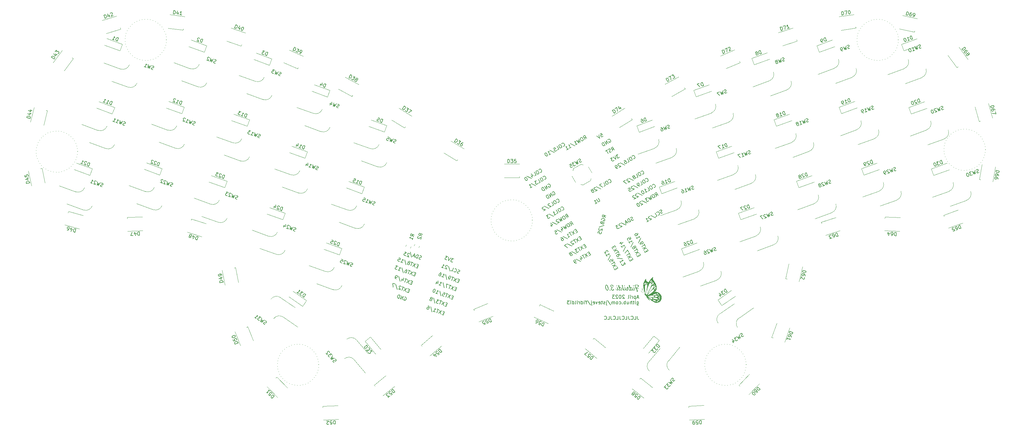
<source format=gbo>
%TF.GenerationSoftware,KiCad,Pcbnew,7.0.1-0*%
%TF.CreationDate,2023-04-15T20:22:23-04:00*%
%TF.ProjectId,fidrildi3,66696472-696c-4646-9933-2e6b69636164,rev?*%
%TF.SameCoordinates,Original*%
%TF.FileFunction,Legend,Bot*%
%TF.FilePolarity,Positive*%
%FSLAX46Y46*%
G04 Gerber Fmt 4.6, Leading zero omitted, Abs format (unit mm)*
G04 Created by KiCad (PCBNEW 7.0.1-0) date 2023-04-15 20:22:23*
%MOMM*%
%LPD*%
G01*
G04 APERTURE LIST*
G04 Aperture macros list*
%AMRoundRect*
0 Rectangle with rounded corners*
0 $1 Rounding radius*
0 $2 $3 $4 $5 $6 $7 $8 $9 X,Y pos of 4 corners*
0 Add a 4 corners polygon primitive as box body*
4,1,4,$2,$3,$4,$5,$6,$7,$8,$9,$2,$3,0*
0 Add four circle primitives for the rounded corners*
1,1,$1+$1,$2,$3*
1,1,$1+$1,$4,$5*
1,1,$1+$1,$6,$7*
1,1,$1+$1,$8,$9*
0 Add four rect primitives between the rounded corners*
20,1,$1+$1,$2,$3,$4,$5,0*
20,1,$1+$1,$4,$5,$6,$7,0*
20,1,$1+$1,$6,$7,$8,$9,0*
20,1,$1+$1,$8,$9,$2,$3,0*%
%AMHorizOval*
0 Thick line with rounded ends*
0 $1 width*
0 $2 $3 position (X,Y) of the first rounded end (center of the circle)*
0 $4 $5 position (X,Y) of the second rounded end (center of the circle)*
0 Add line between two ends*
20,1,$1,$2,$3,$4,$5,0*
0 Add two circle primitives to create the rounded ends*
1,1,$1,$2,$3*
1,1,$1,$4,$5*%
%AMRotRect*
0 Rectangle, with rotation*
0 The origin of the aperture is its center*
0 $1 length*
0 $2 width*
0 $3 Rotation angle, in degrees counterclockwise*
0 Add horizontal line*
21,1,$1,$2,0,0,$3*%
G04 Aperture macros list end*
%ADD10C,0.200000*%
%ADD11C,0.150000*%
%ADD12C,0.120000*%
%ADD13RotRect,1.600000X0.820000X220.000000*%
%ADD14RotRect,1.600000X0.820000X353.000000*%
%ADD15RotRect,1.600000X0.820000X197.500000*%
%ADD16RoundRect,0.250000X1.305205X0.589122X-0.621165X1.290263X-1.305205X-0.589122X0.621165X-1.290263X0*%
%ADD17C,1.750000*%
%ADD18C,4.000000*%
%ADD19C,3.600000*%
%ADD20RoundRect,0.250000X-1.424902X0.142408X-0.107187X-1.427983X1.424902X-0.142408X0.107187X1.427983X0*%
%ADD21RotRect,1.600000X0.820000X18.000000*%
%ADD22RoundRect,0.250000X0.621165X1.290263X-1.305205X0.589122X-0.621165X-1.290263X1.305205X-0.589122X0*%
%ADD23RotRect,1.600000X0.820000X29.250000*%
%ADD24RotRect,1.600000X0.820000X111.000000*%
%ADD25RotRect,1.600000X0.820000X17.250000*%
%ADD26RotRect,1.600000X0.820000X257.250000*%
%ADD27RotRect,1.600000X0.820000X341.500000*%
%ADD28RotRect,1.600000X0.820000X335.500000*%
%ADD29RotRect,1.600000X0.820000X54.000000*%
%ADD30RotRect,1.700000X1.700000X340.000000*%
%ADD31HorizOval,1.700000X0.000000X0.000000X0.000000X0.000000X0*%
%ADD32RotRect,1.600000X0.820000X306.250000*%
%ADD33RotRect,1.600000X0.820000X181.750000*%
%ADD34RotRect,1.600000X0.820000X178.000000*%
%ADD35RotRect,1.600000X0.820000X328.000000*%
%ADD36RotRect,1.600000X0.820000X329.000000*%
%ADD37RotRect,1.600000X0.820000X134.500000*%
%ADD38RoundRect,0.250000X-1.413207X-0.231236X0.266054X-1.407068X1.413207X0.231236X-0.266054X1.407068X0*%
%ADD39RotRect,1.600000X0.820000X8.750000*%
%ADD40RotRect,1.600000X0.820000X164.500000*%
%ADD41RotRect,1.600000X0.820000X250.500000*%
%ADD42RoundRect,0.250000X-0.266054X-1.407068X1.413207X-0.231236X0.266054X1.407068X-1.413207X0.231236X0*%
%ADD43RotRect,1.600000X0.820000X331.000000*%
%ADD44RotRect,1.600000X0.820000X182.500000*%
%ADD45RotRect,1.600000X0.820000X219.000000*%
%ADD46RotRect,1.600000X0.820000X347.000000*%
%ADD47RotRect,1.600000X0.820000X155.500000*%
%ADD48RoundRect,0.250000X0.107187X-1.427983X1.424902X0.142408X-0.107187X1.427983X-1.424902X-0.142408X0*%
%ADD49RotRect,1.600000X0.820000X32.500000*%
%ADD50C,1.600000*%
%ADD51RotRect,1.600000X0.820000X226.000000*%
%ADD52RotRect,1.600000X0.820000X140.250000*%
%ADD53R,1.600000X0.820000*%
%ADD54RotRect,1.600000X0.820000X202.250000*%
%ADD55RotRect,1.600000X0.820000X141.000000*%
%ADD56RotRect,1.600000X0.820000X101.000000*%
%ADD57RotRect,1.600000X0.820000X200.000000*%
%ADD58RotRect,1.600000X0.820000X260.000000*%
%ADD59RotRect,1.600000X0.820000X162.000000*%
%ADD60RotRect,1.600000X0.820000X102.000000*%
%ADD61RotRect,1.600000X0.820000X23.500000*%
%ADD62RotRect,1.600000X0.820000X76.500000*%
%ADD63RotRect,1.600000X0.820000X285.000000*%
%ADD64RotRect,1.600000X0.820000X183.000000*%
%ADD65RotRect,1.000000X1.200000X20.000000*%
%ADD66RotRect,1.000000X1.200000X160.000000*%
%ADD67RotRect,1.000000X1.200000X310.000000*%
%ADD68RotRect,1.000000X1.200000X35.000000*%
%ADD69RotRect,1.000000X1.200000X230.000000*%
%ADD70RoundRect,0.250000X-0.303155X0.482801X-0.542569X-0.174983X0.303155X-0.482801X0.542569X0.174983X0*%
%ADD71RotRect,1.700000X1.000000X210.000000*%
%ADD72RotRect,1.000000X1.200000X145.000000*%
G04 APERTURE END LIST*
D10*
X109830000Y-95520000D02*
X109830000Y-95520000D01*
X109776745Y-96317631D02*
X109776745Y-96317631D01*
X109617927Y-97101104D02*
X109617927Y-97101104D01*
X109356365Y-97856510D02*
X109356365Y-97856510D01*
X108996703Y-98570439D02*
X108996703Y-98570439D01*
X108545323Y-99230218D02*
X108545323Y-99230218D01*
X108010240Y-99824136D02*
X108010240Y-99824136D01*
X107400951Y-100341649D02*
X107400951Y-100341649D01*
X106728273Y-100773571D02*
X106728273Y-100773571D01*
X106004146Y-101112234D02*
X106004146Y-101112234D01*
X105241425Y-101351627D02*
X105241425Y-101351627D01*
X104453649Y-101487500D02*
X104453649Y-101487500D01*
X103654802Y-101517441D02*
X103654802Y-101517441D01*
X102859066Y-101440919D02*
X102859066Y-101440919D01*
X102080565Y-101259292D02*
X102080565Y-101259292D01*
X101333118Y-100975784D02*
X101333118Y-100975784D01*
X100629996Y-100595428D02*
X100629996Y-100595428D01*
X99983678Y-100124976D02*
X99983678Y-100124976D01*
X99405637Y-99572779D02*
X99405637Y-99572779D01*
X98906136Y-98948639D02*
X98906136Y-98948639D01*
X98494040Y-98263635D02*
X98494040Y-98263635D01*
X98176665Y-97529928D02*
X98176665Y-97529928D01*
X97959646Y-96760542D02*
X97959646Y-96760542D01*
X97846833Y-95969135D02*
X97846833Y-95969135D01*
X97840231Y-95169755D02*
X97840231Y-95169755D01*
X97939955Y-94376592D02*
X97939955Y-94376592D01*
X98144237Y-93603726D02*
X98144237Y-93603726D01*
X98449449Y-92864877D02*
X98449449Y-92864877D01*
X98850174Y-92173160D02*
X98850174Y-92173160D01*
X99339297Y-91540854D02*
X99339297Y-91540854D01*
X99908138Y-90979185D02*
X99908138Y-90979185D01*
X100546597Y-90498121D02*
X100546597Y-90498121D01*
X101243341Y-90106202D02*
X101243341Y-90106202D01*
X101986002Y-89810387D02*
X101986002Y-89810387D01*
X102761397Y-89615926D02*
X102761397Y-89615926D01*
X103555761Y-89526270D02*
X103555761Y-89526270D01*
X104354993Y-89543012D02*
X104354993Y-89543012D01*
X105144906Y-89665854D02*
X105144906Y-89665854D01*
X105911477Y-89892616D02*
X105911477Y-89892616D01*
X106641100Y-90219272D02*
X106641100Y-90219272D01*
X107320820Y-90640023D02*
X107320820Y-90640023D01*
X107938574Y-91147401D02*
X107938574Y-91147401D01*
X108483395Y-91732400D02*
X108483395Y-91732400D01*
X108945611Y-92384633D02*
X108945611Y-92384633D01*
X109317017Y-93092524D02*
X109317017Y-93092524D01*
X109591021Y-93843507D02*
X109591021Y-93843507D01*
X109762759Y-94624249D02*
X109762759Y-94624249D01*
X109829181Y-95420892D02*
X109829181Y-95420892D01*
X216000000Y-148000000D02*
X216000000Y-148000000D01*
X215946745Y-148797631D02*
X215946745Y-148797631D01*
X215787927Y-149581104D02*
X215787927Y-149581104D01*
X215526365Y-150336510D02*
X215526365Y-150336510D01*
X215166703Y-151050439D02*
X215166703Y-151050439D01*
X214715323Y-151710218D02*
X214715323Y-151710218D01*
X214180240Y-152304136D02*
X214180240Y-152304136D01*
X213570951Y-152821649D02*
X213570951Y-152821649D01*
X212898273Y-153253571D02*
X212898273Y-153253571D01*
X212174146Y-153592234D02*
X212174146Y-153592234D01*
X211411425Y-153831627D02*
X211411425Y-153831627D01*
X210623649Y-153967500D02*
X210623649Y-153967500D01*
X209824802Y-153997441D02*
X209824802Y-153997441D01*
X209029066Y-153920919D02*
X209029066Y-153920919D01*
X208250565Y-153739292D02*
X208250565Y-153739292D01*
X207503118Y-153455784D02*
X207503118Y-153455784D01*
X206799996Y-153075428D02*
X206799996Y-153075428D01*
X206153678Y-152604976D02*
X206153678Y-152604976D01*
X205575637Y-152052779D02*
X205575637Y-152052779D01*
X205076136Y-151428639D02*
X205076136Y-151428639D01*
X204664040Y-150743635D02*
X204664040Y-150743635D01*
X204346665Y-150009928D02*
X204346665Y-150009928D01*
X204129646Y-149240542D02*
X204129646Y-149240542D01*
X204016833Y-148449135D02*
X204016833Y-148449135D01*
X204010231Y-147649755D02*
X204010231Y-147649755D01*
X204109955Y-146856592D02*
X204109955Y-146856592D01*
X204314237Y-146083726D02*
X204314237Y-146083726D01*
X204619449Y-145344877D02*
X204619449Y-145344877D01*
X205020174Y-144653160D02*
X205020174Y-144653160D01*
X205509297Y-144020854D02*
X205509297Y-144020854D01*
X206078138Y-143459185D02*
X206078138Y-143459185D01*
X206716597Y-142978121D02*
X206716597Y-142978121D01*
X207413341Y-142586202D02*
X207413341Y-142586202D01*
X208156002Y-142290387D02*
X208156002Y-142290387D01*
X208931397Y-142095926D02*
X208931397Y-142095926D01*
X209725761Y-142006270D02*
X209725761Y-142006270D01*
X210524993Y-142023012D02*
X210524993Y-142023012D01*
X211314906Y-142145854D02*
X211314906Y-142145854D01*
X212081477Y-142372616D02*
X212081477Y-142372616D01*
X212811100Y-142699272D02*
X212811100Y-142699272D01*
X213490820Y-143120023D02*
X213490820Y-143120023D01*
X214108574Y-143627401D02*
X214108574Y-143627401D01*
X214653395Y-144212400D02*
X214653395Y-144212400D01*
X215115611Y-144864633D02*
X215115611Y-144864633D01*
X215487017Y-145572524D02*
X215487017Y-145572524D01*
X215761021Y-146323507D02*
X215761021Y-146323507D01*
X215932759Y-147104249D02*
X215932759Y-147104249D01*
X215999181Y-147900892D02*
X215999181Y-147900892D01*
X84020000Y-128010000D02*
X84020000Y-128010000D01*
X83966745Y-128807631D02*
X83966745Y-128807631D01*
X83807927Y-129591104D02*
X83807927Y-129591104D01*
X83546365Y-130346510D02*
X83546365Y-130346510D01*
X83186703Y-131060439D02*
X83186703Y-131060439D01*
X82735323Y-131720218D02*
X82735323Y-131720218D01*
X82200240Y-132314136D02*
X82200240Y-132314136D01*
X81590951Y-132831649D02*
X81590951Y-132831649D01*
X80918273Y-133263571D02*
X80918273Y-133263571D01*
X80194146Y-133602234D02*
X80194146Y-133602234D01*
X79431425Y-133841627D02*
X79431425Y-133841627D01*
X78643649Y-133977500D02*
X78643649Y-133977500D01*
X77844802Y-134007441D02*
X77844802Y-134007441D01*
X77049066Y-133930919D02*
X77049066Y-133930919D01*
X76270565Y-133749292D02*
X76270565Y-133749292D01*
X75523118Y-133465784D02*
X75523118Y-133465784D01*
X74819996Y-133085428D02*
X74819996Y-133085428D01*
X74173678Y-132614976D02*
X74173678Y-132614976D01*
X73595637Y-132062779D02*
X73595637Y-132062779D01*
X73096136Y-131438639D02*
X73096136Y-131438639D01*
X72684040Y-130753635D02*
X72684040Y-130753635D01*
X72366665Y-130019928D02*
X72366665Y-130019928D01*
X72149646Y-129250542D02*
X72149646Y-129250542D01*
X72036833Y-128459135D02*
X72036833Y-128459135D01*
X72030231Y-127659755D02*
X72030231Y-127659755D01*
X72129955Y-126866592D02*
X72129955Y-126866592D01*
X72334237Y-126093726D02*
X72334237Y-126093726D01*
X72639449Y-125354877D02*
X72639449Y-125354877D01*
X73040174Y-124663160D02*
X73040174Y-124663160D01*
X73529297Y-124030854D02*
X73529297Y-124030854D01*
X74098138Y-123469185D02*
X74098138Y-123469185D01*
X74736597Y-122988121D02*
X74736597Y-122988121D01*
X75433341Y-122596202D02*
X75433341Y-122596202D01*
X76176002Y-122300387D02*
X76176002Y-122300387D01*
X76951397Y-122105926D02*
X76951397Y-122105926D01*
X77745761Y-122016270D02*
X77745761Y-122016270D01*
X78544993Y-122033012D02*
X78544993Y-122033012D01*
X79334906Y-122155854D02*
X79334906Y-122155854D01*
X80101477Y-122382616D02*
X80101477Y-122382616D01*
X80831100Y-122709272D02*
X80831100Y-122709272D01*
X81510820Y-123130023D02*
X81510820Y-123130023D01*
X82128574Y-123637401D02*
X82128574Y-123637401D01*
X82673395Y-124222400D02*
X82673395Y-124222400D01*
X83135611Y-124874633D02*
X83135611Y-124874633D01*
X83507017Y-125582524D02*
X83507017Y-125582524D01*
X83781021Y-126333507D02*
X83781021Y-126333507D01*
X83952759Y-127114249D02*
X83952759Y-127114249D01*
X84019181Y-127910892D02*
X84019181Y-127910892D01*
X322170000Y-95520000D02*
X322170000Y-95520000D01*
X322116745Y-96317631D02*
X322116745Y-96317631D01*
X321957927Y-97101104D02*
X321957927Y-97101104D01*
X321696365Y-97856510D02*
X321696365Y-97856510D01*
X321336703Y-98570439D02*
X321336703Y-98570439D01*
X320885323Y-99230218D02*
X320885323Y-99230218D01*
X320350240Y-99824136D02*
X320350240Y-99824136D01*
X319740951Y-100341649D02*
X319740951Y-100341649D01*
X319068273Y-100773571D02*
X319068273Y-100773571D01*
X318344146Y-101112234D02*
X318344146Y-101112234D01*
X317581425Y-101351627D02*
X317581425Y-101351627D01*
X316793649Y-101487500D02*
X316793649Y-101487500D01*
X315994802Y-101517441D02*
X315994802Y-101517441D01*
X315199066Y-101440919D02*
X315199066Y-101440919D01*
X314420565Y-101259292D02*
X314420565Y-101259292D01*
X313673118Y-100975784D02*
X313673118Y-100975784D01*
X312969996Y-100595428D02*
X312969996Y-100595428D01*
X312323678Y-100124976D02*
X312323678Y-100124976D01*
X311745637Y-99572779D02*
X311745637Y-99572779D01*
X311246136Y-98948639D02*
X311246136Y-98948639D01*
X310834040Y-98263635D02*
X310834040Y-98263635D01*
X310516665Y-97529928D02*
X310516665Y-97529928D01*
X310299646Y-96760542D02*
X310299646Y-96760542D01*
X310186833Y-95969135D02*
X310186833Y-95969135D01*
X310180231Y-95169755D02*
X310180231Y-95169755D01*
X310279955Y-94376592D02*
X310279955Y-94376592D01*
X310484237Y-93603726D02*
X310484237Y-93603726D01*
X310789449Y-92864877D02*
X310789449Y-92864877D01*
X311190174Y-92173160D02*
X311190174Y-92173160D01*
X311679297Y-91540854D02*
X311679297Y-91540854D01*
X312248138Y-90979185D02*
X312248138Y-90979185D01*
X312886597Y-90498121D02*
X312886597Y-90498121D01*
X313583341Y-90106202D02*
X313583341Y-90106202D01*
X314326002Y-89810387D02*
X314326002Y-89810387D01*
X315101397Y-89615926D02*
X315101397Y-89615926D01*
X315895761Y-89526270D02*
X315895761Y-89526270D01*
X316694993Y-89543012D02*
X316694993Y-89543012D01*
X317484906Y-89665854D02*
X317484906Y-89665854D01*
X318251477Y-89892616D02*
X318251477Y-89892616D01*
X318981100Y-90219272D02*
X318981100Y-90219272D01*
X319660820Y-90640023D02*
X319660820Y-90640023D01*
X320278574Y-91147401D02*
X320278574Y-91147401D01*
X320823395Y-91732400D02*
X320823395Y-91732400D01*
X321285611Y-92384633D02*
X321285611Y-92384633D01*
X321657017Y-93092524D02*
X321657017Y-93092524D01*
X321931021Y-93843507D02*
X321931021Y-93843507D01*
X322102759Y-94624249D02*
X322102759Y-94624249D01*
X322169181Y-95420892D02*
X322169181Y-95420892D01*
X278000000Y-190000000D02*
X278000000Y-190000000D01*
X277946745Y-190797631D02*
X277946745Y-190797631D01*
X277787927Y-191581104D02*
X277787927Y-191581104D01*
X277526365Y-192336510D02*
X277526365Y-192336510D01*
X277166703Y-193050439D02*
X277166703Y-193050439D01*
X276715323Y-193710218D02*
X276715323Y-193710218D01*
X276180240Y-194304136D02*
X276180240Y-194304136D01*
X275570951Y-194821649D02*
X275570951Y-194821649D01*
X274898273Y-195253571D02*
X274898273Y-195253571D01*
X274174146Y-195592234D02*
X274174146Y-195592234D01*
X273411425Y-195831627D02*
X273411425Y-195831627D01*
X272623649Y-195967500D02*
X272623649Y-195967500D01*
X271824802Y-195997441D02*
X271824802Y-195997441D01*
X271029066Y-195920919D02*
X271029066Y-195920919D01*
X270250565Y-195739292D02*
X270250565Y-195739292D01*
X269503118Y-195455784D02*
X269503118Y-195455784D01*
X268799996Y-195075428D02*
X268799996Y-195075428D01*
X268153678Y-194604976D02*
X268153678Y-194604976D01*
X267575637Y-194052779D02*
X267575637Y-194052779D01*
X267076136Y-193428639D02*
X267076136Y-193428639D01*
X266664040Y-192743635D02*
X266664040Y-192743635D01*
X266346665Y-192009928D02*
X266346665Y-192009928D01*
X266129646Y-191240542D02*
X266129646Y-191240542D01*
X266016833Y-190449135D02*
X266016833Y-190449135D01*
X266010231Y-189649755D02*
X266010231Y-189649755D01*
X266109955Y-188856592D02*
X266109955Y-188856592D01*
X266314237Y-188083726D02*
X266314237Y-188083726D01*
X266619449Y-187344877D02*
X266619449Y-187344877D01*
X267020174Y-186653160D02*
X267020174Y-186653160D01*
X267509297Y-186020854D02*
X267509297Y-186020854D01*
X268078138Y-185459185D02*
X268078138Y-185459185D01*
X268716597Y-184978121D02*
X268716597Y-184978121D01*
X269413341Y-184586202D02*
X269413341Y-184586202D01*
X270156002Y-184290387D02*
X270156002Y-184290387D01*
X270931397Y-184095926D02*
X270931397Y-184095926D01*
X271725761Y-184006270D02*
X271725761Y-184006270D01*
X272524993Y-184023012D02*
X272524993Y-184023012D01*
X273314906Y-184145854D02*
X273314906Y-184145854D01*
X274081477Y-184372616D02*
X274081477Y-184372616D01*
X274811100Y-184699272D02*
X274811100Y-184699272D01*
X275490820Y-185120023D02*
X275490820Y-185120023D01*
X276108574Y-185627401D02*
X276108574Y-185627401D01*
X276653395Y-186212400D02*
X276653395Y-186212400D01*
X277115611Y-186864633D02*
X277115611Y-186864633D01*
X277487017Y-187572524D02*
X277487017Y-187572524D01*
X277761021Y-188323507D02*
X277761021Y-188323507D01*
X277932759Y-189104249D02*
X277932759Y-189104249D01*
X277999181Y-189900892D02*
X277999181Y-189900892D01*
X154000000Y-190000000D02*
X154000000Y-190000000D01*
X153946745Y-190797631D02*
X153946745Y-190797631D01*
X153787927Y-191581104D02*
X153787927Y-191581104D01*
X153526365Y-192336510D02*
X153526365Y-192336510D01*
X153166703Y-193050439D02*
X153166703Y-193050439D01*
X152715323Y-193710218D02*
X152715323Y-193710218D01*
X152180240Y-194304136D02*
X152180240Y-194304136D01*
X151570951Y-194821649D02*
X151570951Y-194821649D01*
X150898273Y-195253571D02*
X150898273Y-195253571D01*
X150174146Y-195592234D02*
X150174146Y-195592234D01*
X149411425Y-195831627D02*
X149411425Y-195831627D01*
X148623649Y-195967500D02*
X148623649Y-195967500D01*
X147824802Y-195997441D02*
X147824802Y-195997441D01*
X147029066Y-195920919D02*
X147029066Y-195920919D01*
X146250565Y-195739292D02*
X146250565Y-195739292D01*
X145503118Y-195455784D02*
X145503118Y-195455784D01*
X144799996Y-195075428D02*
X144799996Y-195075428D01*
X144153678Y-194604976D02*
X144153678Y-194604976D01*
X143575637Y-194052779D02*
X143575637Y-194052779D01*
X143076136Y-193428639D02*
X143076136Y-193428639D01*
X142664040Y-192743635D02*
X142664040Y-192743635D01*
X142346665Y-192009928D02*
X142346665Y-192009928D01*
X142129646Y-191240542D02*
X142129646Y-191240542D01*
X142016833Y-190449135D02*
X142016833Y-190449135D01*
X142010231Y-189649755D02*
X142010231Y-189649755D01*
X142109955Y-188856592D02*
X142109955Y-188856592D01*
X142314237Y-188083726D02*
X142314237Y-188083726D01*
X142619449Y-187344877D02*
X142619449Y-187344877D01*
X143020174Y-186653160D02*
X143020174Y-186653160D01*
X143509297Y-186020854D02*
X143509297Y-186020854D01*
X144078138Y-185459185D02*
X144078138Y-185459185D01*
X144716597Y-184978121D02*
X144716597Y-184978121D01*
X145413341Y-184586202D02*
X145413341Y-184586202D01*
X146156002Y-184290387D02*
X146156002Y-184290387D01*
X146931397Y-184095926D02*
X146931397Y-184095926D01*
X147725761Y-184006270D02*
X147725761Y-184006270D01*
X148524993Y-184023012D02*
X148524993Y-184023012D01*
X149314906Y-184145854D02*
X149314906Y-184145854D01*
X150081477Y-184372616D02*
X150081477Y-184372616D01*
X150811100Y-184699272D02*
X150811100Y-184699272D01*
X151490820Y-185120023D02*
X151490820Y-185120023D01*
X152108574Y-185627401D02*
X152108574Y-185627401D01*
X152653395Y-186212400D02*
X152653395Y-186212400D01*
X153115611Y-186864633D02*
X153115611Y-186864633D01*
X153487017Y-187572524D02*
X153487017Y-187572524D01*
X153761021Y-188323507D02*
X153761021Y-188323507D01*
X153932759Y-189104249D02*
X153932759Y-189104249D01*
X153999181Y-189900892D02*
X153999181Y-189900892D01*
X347410000Y-127460000D02*
X347410000Y-127460000D01*
X347356745Y-128257631D02*
X347356745Y-128257631D01*
X347197927Y-129041104D02*
X347197927Y-129041104D01*
X346936365Y-129796510D02*
X346936365Y-129796510D01*
X346576703Y-130510439D02*
X346576703Y-130510439D01*
X346125323Y-131170218D02*
X346125323Y-131170218D01*
X345590240Y-131764136D02*
X345590240Y-131764136D01*
X344980951Y-132281649D02*
X344980951Y-132281649D01*
X344308273Y-132713571D02*
X344308273Y-132713571D01*
X343584146Y-133052234D02*
X343584146Y-133052234D01*
X342821425Y-133291627D02*
X342821425Y-133291627D01*
X342033649Y-133427500D02*
X342033649Y-133427500D01*
X341234802Y-133457441D02*
X341234802Y-133457441D01*
X340439066Y-133380919D02*
X340439066Y-133380919D01*
X339660565Y-133199292D02*
X339660565Y-133199292D01*
X338913118Y-132915784D02*
X338913118Y-132915784D01*
X338209996Y-132535428D02*
X338209996Y-132535428D01*
X337563678Y-132064976D02*
X337563678Y-132064976D01*
X336985637Y-131512779D02*
X336985637Y-131512779D01*
X336486136Y-130888639D02*
X336486136Y-130888639D01*
X336074040Y-130203635D02*
X336074040Y-130203635D01*
X335756665Y-129469928D02*
X335756665Y-129469928D01*
X335539646Y-128700542D02*
X335539646Y-128700542D01*
X335426833Y-127909135D02*
X335426833Y-127909135D01*
X335420231Y-127109755D02*
X335420231Y-127109755D01*
X335519955Y-126316592D02*
X335519955Y-126316592D01*
X335724237Y-125543726D02*
X335724237Y-125543726D01*
X336029449Y-124804877D02*
X336029449Y-124804877D01*
X336430174Y-124113160D02*
X336430174Y-124113160D01*
X336919297Y-123480854D02*
X336919297Y-123480854D01*
X337488138Y-122919185D02*
X337488138Y-122919185D01*
X338126597Y-122438121D02*
X338126597Y-122438121D01*
X338823341Y-122046202D02*
X338823341Y-122046202D01*
X339566002Y-121750387D02*
X339566002Y-121750387D01*
X340341397Y-121555926D02*
X340341397Y-121555926D01*
X341135761Y-121466270D02*
X341135761Y-121466270D01*
X341934993Y-121483012D02*
X341934993Y-121483012D01*
X342724906Y-121605854D02*
X342724906Y-121605854D01*
X343491477Y-121832616D02*
X343491477Y-121832616D01*
X344221100Y-122159272D02*
X344221100Y-122159272D01*
X344900820Y-122580023D02*
X344900820Y-122580023D01*
X345518574Y-123087401D02*
X345518574Y-123087401D01*
X346063395Y-123672400D02*
X346063395Y-123672400D01*
X346525611Y-124324633D02*
X346525611Y-124324633D01*
X346897017Y-125032524D02*
X346897017Y-125032524D01*
X347171021Y-125783507D02*
X347171021Y-125783507D01*
X347342759Y-126564249D02*
X347342759Y-126564249D01*
X347409181Y-127360892D02*
X347409181Y-127360892D01*
D11*
X181057273Y-166181346D02*
X180744042Y-166067339D01*
X180430647Y-166510699D02*
X180878120Y-166673566D01*
X180878120Y-166673566D02*
X181220140Y-165733873D01*
X181220140Y-165733873D02*
X180772667Y-165571006D01*
X180459436Y-165457000D02*
X179490955Y-166168679D01*
X179832975Y-165228986D02*
X180117416Y-166396692D01*
X179609238Y-165147553D02*
X179072271Y-164952113D01*
X178998735Y-165989525D02*
X179340755Y-165049833D01*
X178242308Y-165004757D02*
X178014294Y-165631218D01*
X178596338Y-164728212D02*
X178575774Y-165480854D01*
X178575774Y-165480854D02*
X177994059Y-165269128D01*
X177209172Y-164223325D02*
X177574883Y-165724661D01*
X176492887Y-165077472D02*
X176313898Y-165012325D01*
X176313898Y-165012325D02*
X176240690Y-164935004D01*
X176240690Y-164935004D02*
X176212230Y-164873970D01*
X176212230Y-164873970D02*
X176171595Y-164707155D01*
X176171595Y-164707155D02*
X176191995Y-164511879D01*
X176191995Y-164511879D02*
X176322288Y-164153901D01*
X176322288Y-164153901D02*
X176399609Y-164080693D01*
X176399609Y-164080693D02*
X176460643Y-164052233D01*
X176460643Y-164052233D02*
X176566424Y-164040059D01*
X176566424Y-164040059D02*
X176745413Y-164105206D01*
X176745413Y-164105206D02*
X176818621Y-164182526D01*
X176818621Y-164182526D02*
X176847081Y-164243560D01*
X176847081Y-164243560D02*
X176859255Y-164349341D01*
X176859255Y-164349341D02*
X176777822Y-164573078D01*
X176777822Y-164573078D02*
X176700501Y-164646286D01*
X176700501Y-164646286D02*
X176639467Y-164674746D01*
X176639467Y-164674746D02*
X176533686Y-164686920D01*
X176533686Y-164686920D02*
X176354697Y-164621773D01*
X176354697Y-164621773D02*
X176281489Y-164544453D01*
X176281489Y-164544453D02*
X176253029Y-164483419D01*
X176253029Y-164483419D02*
X176240855Y-164377638D01*
X190327273Y-175051346D02*
X190014042Y-174937339D01*
X189700647Y-175380699D02*
X190148120Y-175543566D01*
X190148120Y-175543566D02*
X190490140Y-174603873D01*
X190490140Y-174603873D02*
X190042667Y-174441006D01*
X189729436Y-174327000D02*
X188760955Y-175038679D01*
X189102975Y-174098986D02*
X189387416Y-175266692D01*
X188879238Y-174017553D02*
X188342271Y-173822113D01*
X188268735Y-174859525D02*
X188610755Y-173919833D01*
X187194800Y-174468645D02*
X187731767Y-174664085D01*
X187463283Y-174566365D02*
X187805304Y-173626672D01*
X187805304Y-173626672D02*
X187845938Y-173793488D01*
X187845938Y-173793488D02*
X187902859Y-173915556D01*
X187902859Y-173915556D02*
X187976067Y-173992876D01*
X186479172Y-173093325D02*
X186844883Y-174594661D01*
X185746929Y-172877486D02*
X185925918Y-172942632D01*
X185925918Y-172942632D02*
X185999126Y-173019953D01*
X185999126Y-173019953D02*
X186027587Y-173080987D01*
X186027587Y-173080987D02*
X186068221Y-173247802D01*
X186068221Y-173247802D02*
X186047822Y-173443078D01*
X186047822Y-173443078D02*
X185917529Y-173801056D01*
X185917529Y-173801056D02*
X185840208Y-173874264D01*
X185840208Y-173874264D02*
X185779174Y-173902724D01*
X185779174Y-173902724D02*
X185673393Y-173914898D01*
X185673393Y-173914898D02*
X185494404Y-173849751D01*
X185494404Y-173849751D02*
X185421196Y-173772431D01*
X185421196Y-173772431D02*
X185392735Y-173711397D01*
X185392735Y-173711397D02*
X185380561Y-173605616D01*
X185380561Y-173605616D02*
X185461995Y-173381879D01*
X185461995Y-173381879D02*
X185539315Y-173308672D01*
X185539315Y-173308672D02*
X185600349Y-173280211D01*
X185600349Y-173280211D02*
X185706130Y-173268037D01*
X185706130Y-173268037D02*
X185885120Y-173333184D01*
X185885120Y-173333184D02*
X185958327Y-173410504D01*
X185958327Y-173410504D02*
X185986788Y-173471538D01*
X185986788Y-173471538D02*
X185998962Y-173577319D01*
X230035707Y-153133715D02*
X229747032Y-153300382D01*
X229885218Y-153825443D02*
X230297612Y-153587348D01*
X230297612Y-153587348D02*
X229797612Y-152721322D01*
X229797612Y-152721322D02*
X229385218Y-152959417D01*
X229096543Y-153126084D02*
X229019193Y-154325443D01*
X228519193Y-153459417D02*
X229596543Y-153992110D01*
X228312996Y-153578465D02*
X227818125Y-153864179D01*
X228565561Y-154587348D02*
X228065561Y-153721322D01*
X227618308Y-154089515D02*
X227553259Y-154072086D01*
X227553259Y-154072086D02*
X227446971Y-154078465D01*
X227446971Y-154078465D02*
X227240774Y-154197513D01*
X227240774Y-154197513D02*
X227182105Y-154286371D01*
X227182105Y-154286371D02*
X227164675Y-154351420D01*
X227164675Y-154351420D02*
X227171055Y-154457708D01*
X227171055Y-154457708D02*
X227218674Y-154540187D01*
X227218674Y-154540187D02*
X227331342Y-154640095D01*
X227331342Y-154640095D02*
X228111928Y-154849253D01*
X228111928Y-154849253D02*
X227575817Y-155158776D01*
X226062264Y-154822940D02*
X227447429Y-155507830D01*
X225879877Y-154983227D02*
X225302527Y-155316560D01*
X225302527Y-155316560D02*
X226173681Y-155968300D01*
X238396103Y-137075345D02*
X238461152Y-137092775D01*
X238461152Y-137092775D02*
X238608680Y-137062586D01*
X238608680Y-137062586D02*
X238691158Y-137014967D01*
X238691158Y-137014967D02*
X238791067Y-136902299D01*
X238791067Y-136902299D02*
X238825926Y-136772201D01*
X238825926Y-136772201D02*
X238819546Y-136665913D01*
X238819546Y-136665913D02*
X238765548Y-136477146D01*
X238765548Y-136477146D02*
X238694119Y-136353428D01*
X238694119Y-136353428D02*
X238557642Y-136212281D01*
X238557642Y-136212281D02*
X238468783Y-136153612D01*
X238468783Y-136153612D02*
X238338686Y-136118752D01*
X238338686Y-136118752D02*
X238191158Y-136148941D01*
X238191158Y-136148941D02*
X238108680Y-136196560D01*
X238108680Y-136196560D02*
X238008771Y-136309228D01*
X238008771Y-136309228D02*
X237991341Y-136374277D01*
X237407611Y-136601322D02*
X237242654Y-136696560D01*
X237242654Y-136696560D02*
X237183985Y-136785419D01*
X237183985Y-136785419D02*
X237149126Y-136915516D01*
X237149126Y-136915516D02*
X237203124Y-137104283D01*
X237203124Y-137104283D02*
X237369791Y-137392958D01*
X237369791Y-137392958D02*
X237506268Y-137534106D01*
X237506268Y-137534106D02*
X237636366Y-137568966D01*
X237636366Y-137568966D02*
X237742654Y-137562586D01*
X237742654Y-137562586D02*
X237907611Y-137467348D01*
X237907611Y-137467348D02*
X237966280Y-137378489D01*
X237966280Y-137378489D02*
X238001140Y-137248392D01*
X238001140Y-137248392D02*
X237947141Y-137059625D01*
X237947141Y-137059625D02*
X237780475Y-136770950D01*
X237780475Y-136770950D02*
X237643997Y-136629802D01*
X237643997Y-136629802D02*
X237513900Y-136594943D01*
X237513900Y-136594943D02*
X237407611Y-136601322D01*
X236752911Y-138134014D02*
X237165304Y-137895919D01*
X237165304Y-137895919D02*
X236665304Y-137029894D01*
X236046714Y-137387037D02*
X235469364Y-137720370D01*
X235469364Y-137720370D02*
X236340518Y-138372110D01*
X234497050Y-138226750D02*
X235882215Y-138911640D01*
X234321043Y-138493325D02*
X234255994Y-138475895D01*
X234255994Y-138475895D02*
X234149706Y-138482275D01*
X234149706Y-138482275D02*
X233943510Y-138601322D01*
X233943510Y-138601322D02*
X233884841Y-138690181D01*
X233884841Y-138690181D02*
X233867411Y-138755230D01*
X233867411Y-138755230D02*
X233873791Y-138861518D01*
X233873791Y-138861518D02*
X233921410Y-138943996D01*
X233921410Y-138943996D02*
X234034077Y-139043905D01*
X234034077Y-139043905D02*
X234814663Y-139253062D01*
X234814663Y-139253062D02*
X234278552Y-139562586D01*
X233497966Y-139353429D02*
X233556636Y-139264570D01*
X233556636Y-139264570D02*
X233574065Y-139199521D01*
X233574065Y-139199521D02*
X233567686Y-139093233D01*
X233567686Y-139093233D02*
X233543876Y-139051994D01*
X233543876Y-139051994D02*
X233455018Y-138993325D01*
X233455018Y-138993325D02*
X233389969Y-138975895D01*
X233389969Y-138975895D02*
X233283681Y-138982275D01*
X233283681Y-138982275D02*
X233118724Y-139077513D01*
X233118724Y-139077513D02*
X233060054Y-139166371D01*
X233060054Y-139166371D02*
X233042625Y-139231420D01*
X233042625Y-139231420D02*
X233049004Y-139337708D01*
X233049004Y-139337708D02*
X233072814Y-139378947D01*
X233072814Y-139378947D02*
X233161672Y-139437617D01*
X233161672Y-139437617D02*
X233226721Y-139455046D01*
X233226721Y-139455046D02*
X233333009Y-139448667D01*
X233333009Y-139448667D02*
X233497966Y-139353429D01*
X233497966Y-139353429D02*
X233604255Y-139347049D01*
X233604255Y-139347049D02*
X233669303Y-139364479D01*
X233669303Y-139364479D02*
X233758162Y-139423148D01*
X233758162Y-139423148D02*
X233853400Y-139588105D01*
X233853400Y-139588105D02*
X233859780Y-139694393D01*
X233859780Y-139694393D02*
X233842350Y-139759442D01*
X233842350Y-139759442D02*
X233783681Y-139848300D01*
X233783681Y-139848300D02*
X233618724Y-139943538D01*
X233618724Y-139943538D02*
X233512435Y-139949918D01*
X233512435Y-139949918D02*
X233447387Y-139932488D01*
X233447387Y-139932488D02*
X233358528Y-139873819D01*
X233358528Y-139873819D02*
X233263290Y-139708862D01*
X233263290Y-139708862D02*
X233256910Y-139602574D01*
X233256910Y-139602574D02*
X233274340Y-139537525D01*
X233274340Y-139537525D02*
X233333009Y-139448667D01*
X221712105Y-139886371D02*
X221770774Y-139797513D01*
X221770774Y-139797513D02*
X221894492Y-139726084D01*
X221894492Y-139726084D02*
X222042020Y-139695895D01*
X222042020Y-139695895D02*
X222172117Y-139730755D01*
X222172117Y-139730755D02*
X222260976Y-139789424D01*
X222260976Y-139789424D02*
X222397453Y-139930571D01*
X222397453Y-139930571D02*
X222468882Y-140054289D01*
X222468882Y-140054289D02*
X222522880Y-140243056D01*
X222522880Y-140243056D02*
X222529260Y-140349344D01*
X222529260Y-140349344D02*
X222494401Y-140479442D01*
X222494401Y-140479442D02*
X222394492Y-140592110D01*
X222394492Y-140592110D02*
X222312014Y-140639729D01*
X222312014Y-140639729D02*
X222164486Y-140669918D01*
X222164486Y-140669918D02*
X222099437Y-140652488D01*
X222099437Y-140652488D02*
X221932771Y-140363813D01*
X221932771Y-140363813D02*
X222097728Y-140268575D01*
X221775903Y-140949253D02*
X221275903Y-140083227D01*
X221275903Y-140083227D02*
X221281031Y-141234967D01*
X221281031Y-141234967D02*
X220781031Y-140368941D01*
X220868638Y-141473062D02*
X220368638Y-140607037D01*
X220368638Y-140607037D02*
X220162441Y-140726084D01*
X220162441Y-140726084D02*
X220062533Y-140838752D01*
X220062533Y-140838752D02*
X220027673Y-140968850D01*
X220027673Y-140968850D02*
X220034053Y-141075138D01*
X220034053Y-141075138D02*
X220088052Y-141263905D01*
X220088052Y-141263905D02*
X220159481Y-141387623D01*
X220159481Y-141387623D02*
X220295958Y-141528770D01*
X220295958Y-141528770D02*
X220384816Y-141587439D01*
X220384816Y-141587439D02*
X220514914Y-141622299D01*
X220514914Y-141622299D02*
X220662441Y-141592110D01*
X220662441Y-141592110D02*
X220868638Y-141473062D01*
X194669154Y-163455105D02*
X194518625Y-163450992D01*
X194518625Y-163450992D02*
X194294889Y-163369559D01*
X194294889Y-163369559D02*
X194221681Y-163292238D01*
X194221681Y-163292238D02*
X194193221Y-163231204D01*
X194193221Y-163231204D02*
X194181047Y-163125423D01*
X194181047Y-163125423D02*
X194213620Y-163035929D01*
X194213620Y-163035929D02*
X194290941Y-162962721D01*
X194290941Y-162962721D02*
X194351975Y-162934260D01*
X194351975Y-162934260D02*
X194457756Y-162922086D01*
X194457756Y-162922086D02*
X194653032Y-162942486D01*
X194653032Y-162942486D02*
X194758813Y-162930312D01*
X194758813Y-162930312D02*
X194819847Y-162901851D01*
X194819847Y-162901851D02*
X194897167Y-162828643D01*
X194897167Y-162828643D02*
X194929741Y-162739149D01*
X194929741Y-162739149D02*
X194917567Y-162633368D01*
X194917567Y-162633368D02*
X194889106Y-162572334D01*
X194889106Y-162572334D02*
X194815898Y-162495013D01*
X194815898Y-162495013D02*
X194592162Y-162413580D01*
X194592162Y-162413580D02*
X194441633Y-162409467D01*
X193208781Y-162872898D02*
X193237241Y-162933931D01*
X193237241Y-162933931D02*
X193355196Y-163027539D01*
X193355196Y-163027539D02*
X193444691Y-163060112D01*
X193444691Y-163060112D02*
X193595219Y-163064225D01*
X193595219Y-163064225D02*
X193717287Y-163007304D01*
X193717287Y-163007304D02*
X193794608Y-162934096D01*
X193794608Y-162934096D02*
X193904502Y-162771393D01*
X193904502Y-162771393D02*
X193953362Y-162637152D01*
X193953362Y-162637152D02*
X193973761Y-162441876D01*
X193973761Y-162441876D02*
X193961587Y-162336095D01*
X193961587Y-162336095D02*
X193904666Y-162214027D01*
X193904666Y-162214027D02*
X193786711Y-162120420D01*
X193786711Y-162120420D02*
X193697217Y-162087846D01*
X193697217Y-162087846D02*
X193546688Y-162083733D01*
X193546688Y-162083733D02*
X193485654Y-162112194D01*
X192326009Y-162652945D02*
X192773482Y-162815812D01*
X192773482Y-162815812D02*
X193115502Y-161876119D01*
X191699876Y-161310199D02*
X192065587Y-162811535D01*
X191382532Y-161346720D02*
X191354072Y-161285686D01*
X191354072Y-161285686D02*
X191280864Y-161208366D01*
X191280864Y-161208366D02*
X191057128Y-161126932D01*
X191057128Y-161126932D02*
X190951346Y-161139106D01*
X190951346Y-161139106D02*
X190890312Y-161167567D01*
X190890312Y-161167567D02*
X190812992Y-161240775D01*
X190812992Y-161240775D02*
X190780418Y-161330269D01*
X190780418Y-161330269D02*
X190776306Y-161480798D01*
X190776306Y-161480798D02*
X191117833Y-162213205D01*
X191117833Y-162213205D02*
X190536118Y-162001478D01*
X189641173Y-161675745D02*
X190178140Y-161871185D01*
X189909657Y-161773465D02*
X190251677Y-160833772D01*
X190251677Y-160833772D02*
X190292311Y-161000587D01*
X190292311Y-161000587D02*
X190349232Y-161122655D01*
X190349232Y-161122655D02*
X190422440Y-161199976D01*
X192947273Y-170471346D02*
X192634042Y-170357339D01*
X192320647Y-170800699D02*
X192768120Y-170963566D01*
X192768120Y-170963566D02*
X193110140Y-170023873D01*
X193110140Y-170023873D02*
X192662667Y-169861006D01*
X192349436Y-169747000D02*
X191380955Y-170458679D01*
X191722975Y-169518986D02*
X192007416Y-170686692D01*
X191499238Y-169437553D02*
X190962271Y-169242113D01*
X190888735Y-170279525D02*
X191230755Y-169339833D01*
X190201567Y-168965239D02*
X190649040Y-169128106D01*
X190649040Y-169128106D02*
X190530921Y-169591865D01*
X190530921Y-169591865D02*
X190502460Y-169530831D01*
X190502460Y-169530831D02*
X190429252Y-169453511D01*
X190429252Y-169453511D02*
X190205516Y-169372077D01*
X190205516Y-169372077D02*
X190099735Y-169384251D01*
X190099735Y-169384251D02*
X190038701Y-169412712D01*
X190038701Y-169412712D02*
X189961380Y-169485920D01*
X189961380Y-169485920D02*
X189879947Y-169709656D01*
X189879947Y-169709656D02*
X189892121Y-169815437D01*
X189892121Y-169815437D02*
X189920581Y-169876471D01*
X189920581Y-169876471D02*
X189993789Y-169953792D01*
X189993789Y-169953792D02*
X190217525Y-170035225D01*
X190217525Y-170035225D02*
X190323307Y-170023051D01*
X190323307Y-170023051D02*
X190384340Y-169994591D01*
X189099172Y-168513325D02*
X189464883Y-170014661D01*
X187935415Y-169204605D02*
X188472382Y-169400045D01*
X188203898Y-169302325D02*
X188545918Y-168362632D01*
X188545918Y-168362632D02*
X188586553Y-168529447D01*
X188586553Y-168529447D02*
X188643474Y-168651515D01*
X188643474Y-168651515D02*
X188716682Y-168728836D01*
X187695720Y-168053185D02*
X187606226Y-168020612D01*
X187606226Y-168020612D02*
X187500445Y-168032786D01*
X187500445Y-168032786D02*
X187439411Y-168061247D01*
X187439411Y-168061247D02*
X187362090Y-168134454D01*
X187362090Y-168134454D02*
X187252196Y-168297157D01*
X187252196Y-168297157D02*
X187170763Y-168520893D01*
X187170763Y-168520893D02*
X187150363Y-168716169D01*
X187150363Y-168716169D02*
X187162537Y-168821950D01*
X187162537Y-168821950D02*
X187190998Y-168882984D01*
X187190998Y-168882984D02*
X187264206Y-168960305D01*
X187264206Y-168960305D02*
X187353700Y-168992878D01*
X187353700Y-168992878D02*
X187459481Y-168980704D01*
X187459481Y-168980704D02*
X187520515Y-168952244D01*
X187520515Y-168952244D02*
X187597836Y-168879036D01*
X187597836Y-168879036D02*
X187707730Y-168716333D01*
X187707730Y-168716333D02*
X187789163Y-168492597D01*
X187789163Y-168492597D02*
X187809563Y-168297321D01*
X187809563Y-168297321D02*
X187797389Y-168191540D01*
X187797389Y-168191540D02*
X187768928Y-168130506D01*
X187768928Y-168130506D02*
X187695720Y-168053185D01*
X240352474Y-162180493D02*
X240185808Y-161891818D01*
X239660747Y-162030005D02*
X239898842Y-162442398D01*
X239898842Y-162442398D02*
X240764867Y-161942398D01*
X240764867Y-161942398D02*
X240526772Y-161530005D01*
X240360105Y-161241329D02*
X239160747Y-161163979D01*
X240026772Y-160663979D02*
X239494080Y-161741329D01*
X239907724Y-160457783D02*
X239622010Y-159962911D01*
X238898842Y-160710347D02*
X239764867Y-160210347D01*
X239217248Y-159261843D02*
X239455343Y-159674236D01*
X239455343Y-159674236D02*
X239066760Y-159953570D01*
X239066760Y-159953570D02*
X239084190Y-159888521D01*
X239084190Y-159888521D02*
X239077810Y-159782233D01*
X239077810Y-159782233D02*
X238958762Y-159576037D01*
X238958762Y-159576037D02*
X238869904Y-159517368D01*
X238869904Y-159517368D02*
X238804855Y-159499938D01*
X238804855Y-159499938D02*
X238698567Y-159506318D01*
X238698567Y-159506318D02*
X238492370Y-159625365D01*
X238492370Y-159625365D02*
X238433701Y-159714223D01*
X238433701Y-159714223D02*
X238416271Y-159779272D01*
X238416271Y-159779272D02*
X238422651Y-159885560D01*
X238422651Y-159885560D02*
X238541699Y-160091757D01*
X238541699Y-160091757D02*
X238630557Y-160150426D01*
X238630557Y-160150426D02*
X238695606Y-160167856D01*
X238663249Y-158207050D02*
X237978359Y-159592215D01*
X237327413Y-157988552D02*
X237613127Y-158483424D01*
X237470270Y-158235988D02*
X238336296Y-157735988D01*
X238336296Y-157735988D02*
X238260197Y-157889895D01*
X238260197Y-157889895D02*
X238225337Y-158019993D01*
X238225337Y-158019993D02*
X238231717Y-158126281D01*
X237920484Y-157206257D02*
X237937913Y-157141208D01*
X237937913Y-157141208D02*
X237931534Y-157034920D01*
X237931534Y-157034920D02*
X237812486Y-156828724D01*
X237812486Y-156828724D02*
X237723628Y-156770054D01*
X237723628Y-156770054D02*
X237658579Y-156752625D01*
X237658579Y-156752625D02*
X237552291Y-156759004D01*
X237552291Y-156759004D02*
X237469812Y-156806623D01*
X237469812Y-156806623D02*
X237369904Y-156919291D01*
X237369904Y-156919291D02*
X237160746Y-157699877D01*
X237160746Y-157699877D02*
X236851223Y-157163766D01*
X183569154Y-159365105D02*
X183418625Y-159360992D01*
X183418625Y-159360992D02*
X183194889Y-159279559D01*
X183194889Y-159279559D02*
X183121681Y-159202238D01*
X183121681Y-159202238D02*
X183093221Y-159141204D01*
X183093221Y-159141204D02*
X183081047Y-159035423D01*
X183081047Y-159035423D02*
X183113620Y-158945929D01*
X183113620Y-158945929D02*
X183190941Y-158872721D01*
X183190941Y-158872721D02*
X183251975Y-158844260D01*
X183251975Y-158844260D02*
X183357756Y-158832086D01*
X183357756Y-158832086D02*
X183553032Y-158852486D01*
X183553032Y-158852486D02*
X183658813Y-158840312D01*
X183658813Y-158840312D02*
X183719847Y-158811851D01*
X183719847Y-158811851D02*
X183797167Y-158738643D01*
X183797167Y-158738643D02*
X183829741Y-158649149D01*
X183829741Y-158649149D02*
X183817567Y-158543368D01*
X183817567Y-158543368D02*
X183789106Y-158482334D01*
X183789106Y-158482334D02*
X183715898Y-158405013D01*
X183715898Y-158405013D02*
X183492162Y-158323580D01*
X183492162Y-158323580D02*
X183341633Y-158319467D01*
X182613175Y-159067832D02*
X182955195Y-158128140D01*
X182955195Y-158128140D02*
X182731458Y-158046706D01*
X182731458Y-158046706D02*
X182580930Y-158042593D01*
X182580930Y-158042593D02*
X182458862Y-158099515D01*
X182458862Y-158099515D02*
X182381541Y-158172722D01*
X182381541Y-158172722D02*
X182271647Y-158335425D01*
X182271647Y-158335425D02*
X182222787Y-158469667D01*
X182222787Y-158469667D02*
X182202388Y-158664942D01*
X182202388Y-158664942D02*
X182214562Y-158770724D01*
X182214562Y-158770724D02*
X182271483Y-158892792D01*
X182271483Y-158892792D02*
X182389438Y-158986399D01*
X182389438Y-158986399D02*
X182613175Y-159067832D01*
X181815949Y-158473615D02*
X181368477Y-158310748D01*
X181807724Y-158774672D02*
X181836513Y-157720973D01*
X181836513Y-157720973D02*
X181181262Y-158546659D01*
X180555129Y-157203912D02*
X180920839Y-158705248D01*
X244742474Y-159650493D02*
X244575808Y-159361818D01*
X244050747Y-159500005D02*
X244288842Y-159912398D01*
X244288842Y-159912398D02*
X245154867Y-159412398D01*
X245154867Y-159412398D02*
X244916772Y-159000005D01*
X244750105Y-158711329D02*
X243550747Y-158633979D01*
X244416772Y-158133979D02*
X243884080Y-159211329D01*
X244297724Y-157927783D02*
X244012010Y-157432911D01*
X243288842Y-158180347D02*
X244154867Y-157680347D01*
X243892962Y-157226714D02*
X243559629Y-156649364D01*
X243559629Y-156649364D02*
X242907889Y-157520518D01*
X243053249Y-155677050D02*
X242368359Y-157062215D01*
X241717413Y-155458552D02*
X242003127Y-155953424D01*
X241860270Y-155705988D02*
X242726296Y-155205988D01*
X242726296Y-155205988D02*
X242650197Y-155359895D01*
X242650197Y-155359895D02*
X242615337Y-155489993D01*
X242615337Y-155489993D02*
X242621717Y-155596281D01*
X241866192Y-154382912D02*
X241288842Y-154716245D01*
X242315154Y-154398632D02*
X241815612Y-154961971D01*
X241815612Y-154961971D02*
X241506088Y-154425860D01*
X249156103Y-136745345D02*
X249221152Y-136762775D01*
X249221152Y-136762775D02*
X249368680Y-136732586D01*
X249368680Y-136732586D02*
X249451158Y-136684967D01*
X249451158Y-136684967D02*
X249551067Y-136572299D01*
X249551067Y-136572299D02*
X249585926Y-136442201D01*
X249585926Y-136442201D02*
X249579546Y-136335913D01*
X249579546Y-136335913D02*
X249525548Y-136147146D01*
X249525548Y-136147146D02*
X249454119Y-136023428D01*
X249454119Y-136023428D02*
X249317642Y-135882281D01*
X249317642Y-135882281D02*
X249228783Y-135823612D01*
X249228783Y-135823612D02*
X249098686Y-135788752D01*
X249098686Y-135788752D02*
X248951158Y-135818941D01*
X248951158Y-135818941D02*
X248868680Y-135866560D01*
X248868680Y-135866560D02*
X248768771Y-135979228D01*
X248768771Y-135979228D02*
X248751341Y-136044277D01*
X248167611Y-136271322D02*
X248002654Y-136366560D01*
X248002654Y-136366560D02*
X247943985Y-136455419D01*
X247943985Y-136455419D02*
X247909126Y-136585516D01*
X247909126Y-136585516D02*
X247963124Y-136774283D01*
X247963124Y-136774283D02*
X248129791Y-137062958D01*
X248129791Y-137062958D02*
X248266268Y-137204106D01*
X248266268Y-137204106D02*
X248396366Y-137238966D01*
X248396366Y-137238966D02*
X248502654Y-137232586D01*
X248502654Y-137232586D02*
X248667611Y-137137348D01*
X248667611Y-137137348D02*
X248726280Y-137048489D01*
X248726280Y-137048489D02*
X248761140Y-136918392D01*
X248761140Y-136918392D02*
X248707141Y-136729625D01*
X248707141Y-136729625D02*
X248540475Y-136440950D01*
X248540475Y-136440950D02*
X248403997Y-136299802D01*
X248403997Y-136299802D02*
X248273900Y-136264943D01*
X248273900Y-136264943D02*
X248167611Y-136271322D01*
X247512911Y-137804014D02*
X247925304Y-137565919D01*
X247925304Y-137565919D02*
X247425304Y-136699894D01*
X247182996Y-137994491D02*
X247018039Y-138089729D01*
X247018039Y-138089729D02*
X246911751Y-138096108D01*
X246911751Y-138096108D02*
X246846702Y-138078679D01*
X246846702Y-138078679D02*
X246692795Y-138002580D01*
X246692795Y-138002580D02*
X246556318Y-137861432D01*
X246556318Y-137861432D02*
X246365841Y-137531518D01*
X246365841Y-137531518D02*
X246359462Y-137425230D01*
X246359462Y-137425230D02*
X246376891Y-137360181D01*
X246376891Y-137360181D02*
X246435560Y-137271322D01*
X246435560Y-137271322D02*
X246600518Y-137176084D01*
X246600518Y-137176084D02*
X246706806Y-137169705D01*
X246706806Y-137169705D02*
X246771855Y-137187134D01*
X246771855Y-137187134D02*
X246860713Y-137245803D01*
X246860713Y-137245803D02*
X246979761Y-137452000D01*
X246979761Y-137452000D02*
X246986140Y-137558288D01*
X246986140Y-137558288D02*
X246968711Y-137623337D01*
X246968711Y-137623337D02*
X246910041Y-137712195D01*
X246910041Y-137712195D02*
X246745084Y-137807433D01*
X246745084Y-137807433D02*
X246638796Y-137813813D01*
X246638796Y-137813813D02*
X246573747Y-137796383D01*
X246573747Y-137796383D02*
X246484889Y-137737714D01*
X245257050Y-137896750D02*
X246642215Y-138581640D01*
X245081043Y-138163325D02*
X245015994Y-138145895D01*
X245015994Y-138145895D02*
X244909706Y-138152275D01*
X244909706Y-138152275D02*
X244703510Y-138271322D01*
X244703510Y-138271322D02*
X244644841Y-138360181D01*
X244644841Y-138360181D02*
X244627411Y-138425230D01*
X244627411Y-138425230D02*
X244633791Y-138531518D01*
X244633791Y-138531518D02*
X244681410Y-138613996D01*
X244681410Y-138613996D02*
X244794077Y-138713905D01*
X244794077Y-138713905D02*
X245574663Y-138923062D01*
X245574663Y-138923062D02*
X245038552Y-139232586D01*
X243755006Y-138818941D02*
X244167399Y-138580846D01*
X244167399Y-138580846D02*
X244446733Y-138969430D01*
X244446733Y-138969430D02*
X244381684Y-138952000D01*
X244381684Y-138952000D02*
X244275396Y-138958380D01*
X244275396Y-138958380D02*
X244069200Y-139077427D01*
X244069200Y-139077427D02*
X244010531Y-139166286D01*
X244010531Y-139166286D02*
X243993101Y-139231334D01*
X243993101Y-139231334D02*
X243999481Y-139337623D01*
X243999481Y-139337623D02*
X244118528Y-139543819D01*
X244118528Y-139543819D02*
X244207387Y-139602488D01*
X244207387Y-139602488D02*
X244272435Y-139619918D01*
X244272435Y-139619918D02*
X244378724Y-139613538D01*
X244378724Y-139613538D02*
X244584920Y-139494491D01*
X244584920Y-139494491D02*
X244643589Y-139405632D01*
X244643589Y-139405632D02*
X244661019Y-139340583D01*
X237192858Y-147240706D02*
X236819166Y-146795484D01*
X237340755Y-146688749D02*
X236374829Y-146429930D01*
X236374829Y-146429930D02*
X236276231Y-146797901D01*
X236276231Y-146797901D02*
X236297578Y-146902219D01*
X236297578Y-146902219D02*
X236331250Y-146960540D01*
X236331250Y-146960540D02*
X236410918Y-147031186D01*
X236410918Y-147031186D02*
X236548907Y-147068160D01*
X236548907Y-147068160D02*
X236653225Y-147046813D01*
X236653225Y-147046813D02*
X236711546Y-147013142D01*
X236711546Y-147013142D02*
X236782192Y-146933473D01*
X236782192Y-146933473D02*
X236880790Y-146565502D01*
X236026434Y-147914141D02*
X236005087Y-147809824D01*
X236005087Y-147809824D02*
X236042061Y-147671834D01*
X236042061Y-147671834D02*
X236125032Y-147546170D01*
X236125032Y-147546170D02*
X236241674Y-147478826D01*
X236241674Y-147478826D02*
X236345992Y-147457479D01*
X236345992Y-147457479D02*
X236542303Y-147460782D01*
X236542303Y-147460782D02*
X236680292Y-147497756D01*
X236680292Y-147497756D02*
X236851953Y-147593051D01*
X236851953Y-147593051D02*
X236931621Y-147663697D01*
X236931621Y-147663697D02*
X236998965Y-147780339D01*
X236998965Y-147780339D02*
X237007987Y-147930653D01*
X237007987Y-147930653D02*
X236983338Y-148022646D01*
X236983338Y-148022646D02*
X236900367Y-148148311D01*
X236900367Y-148148311D02*
X236842046Y-148181983D01*
X236842046Y-148181983D02*
X236520071Y-148095710D01*
X236520071Y-148095710D02*
X236569370Y-147911724D01*
X236230882Y-148807004D02*
X236239905Y-148957318D01*
X236239905Y-148957318D02*
X236273576Y-149015639D01*
X236273576Y-149015639D02*
X236353245Y-149086285D01*
X236353245Y-149086285D02*
X236491234Y-149123259D01*
X236491234Y-149123259D02*
X236595552Y-149101912D01*
X236595552Y-149101912D02*
X236653873Y-149068240D01*
X236653873Y-149068240D02*
X236724519Y-148988572D01*
X236724519Y-148988572D02*
X236823116Y-148620600D01*
X236823116Y-148620600D02*
X235857191Y-148361781D01*
X235857191Y-148361781D02*
X235770918Y-148683757D01*
X235770918Y-148683757D02*
X235792265Y-148788074D01*
X235792265Y-148788074D02*
X235825936Y-148846396D01*
X235825936Y-148846396D02*
X235905605Y-148917041D01*
X235905605Y-148917041D02*
X235997598Y-148941691D01*
X235997598Y-148941691D02*
X236101915Y-148920344D01*
X236101915Y-148920344D02*
X236160236Y-148886672D01*
X236160236Y-148886672D02*
X236230882Y-148807004D01*
X236230882Y-148807004D02*
X236317155Y-148485029D01*
X235367504Y-150005330D02*
X236831254Y-149510160D01*
X235431546Y-150318282D02*
X235373224Y-150351954D01*
X235373224Y-150351954D02*
X235302578Y-150431622D01*
X235302578Y-150431622D02*
X235240955Y-150661605D01*
X235240955Y-150661605D02*
X235262302Y-150765922D01*
X235262302Y-150765922D02*
X235295974Y-150824244D01*
X235295974Y-150824244D02*
X235375642Y-150894889D01*
X235375642Y-150894889D02*
X235467635Y-150919539D01*
X235467635Y-150919539D02*
X235617949Y-150910517D01*
X235617949Y-150910517D02*
X236317803Y-150506456D01*
X236317803Y-150506456D02*
X236157582Y-151104410D01*
X234957486Y-151719524D02*
X235080734Y-151259559D01*
X235080734Y-151259559D02*
X235553023Y-151336810D01*
X235553023Y-151336810D02*
X235494702Y-151370481D01*
X235494702Y-151370481D02*
X235424056Y-151450150D01*
X235424056Y-151450150D02*
X235362432Y-151680132D01*
X235362432Y-151680132D02*
X235383779Y-151784450D01*
X235383779Y-151784450D02*
X235417451Y-151842771D01*
X235417451Y-151842771D02*
X235497119Y-151913417D01*
X235497119Y-151913417D02*
X235727102Y-151975040D01*
X235727102Y-151975040D02*
X235831419Y-151953693D01*
X235831419Y-151953693D02*
X235889740Y-151920021D01*
X235889740Y-151920021D02*
X235960386Y-151840353D01*
X235960386Y-151840353D02*
X236022010Y-151610371D01*
X236022010Y-151610371D02*
X236000663Y-151506053D01*
X236000663Y-151506053D02*
X235966991Y-151447732D01*
X237912105Y-124616371D02*
X237970774Y-124527513D01*
X237970774Y-124527513D02*
X238094492Y-124456084D01*
X238094492Y-124456084D02*
X238242020Y-124425895D01*
X238242020Y-124425895D02*
X238372117Y-124460755D01*
X238372117Y-124460755D02*
X238460976Y-124519424D01*
X238460976Y-124519424D02*
X238597453Y-124660571D01*
X238597453Y-124660571D02*
X238668882Y-124784289D01*
X238668882Y-124784289D02*
X238722880Y-124973056D01*
X238722880Y-124973056D02*
X238729260Y-125079344D01*
X238729260Y-125079344D02*
X238694401Y-125209442D01*
X238694401Y-125209442D02*
X238594492Y-125322110D01*
X238594492Y-125322110D02*
X238512014Y-125369729D01*
X238512014Y-125369729D02*
X238364486Y-125399918D01*
X238364486Y-125399918D02*
X238299437Y-125382488D01*
X238299437Y-125382488D02*
X238132771Y-125093813D01*
X238132771Y-125093813D02*
X238297728Y-124998575D01*
X237975903Y-125679253D02*
X237475903Y-124813227D01*
X237475903Y-124813227D02*
X237481031Y-125964967D01*
X237481031Y-125964967D02*
X236981031Y-125098941D01*
X237068638Y-126203062D02*
X236568638Y-125337037D01*
X236568638Y-125337037D02*
X236362441Y-125456084D01*
X236362441Y-125456084D02*
X236262533Y-125568752D01*
X236262533Y-125568752D02*
X236227673Y-125698850D01*
X236227673Y-125698850D02*
X236234053Y-125805138D01*
X236234053Y-125805138D02*
X236288052Y-125993905D01*
X236288052Y-125993905D02*
X236359481Y-126117623D01*
X236359481Y-126117623D02*
X236495958Y-126258770D01*
X236495958Y-126258770D02*
X236584816Y-126317439D01*
X236584816Y-126317439D02*
X236714914Y-126352299D01*
X236714914Y-126352299D02*
X236862441Y-126322110D01*
X236862441Y-126322110D02*
X237068638Y-126203062D01*
X249132474Y-157120493D02*
X248965808Y-156831818D01*
X248440747Y-156970005D02*
X248678842Y-157382398D01*
X248678842Y-157382398D02*
X249544867Y-156882398D01*
X249544867Y-156882398D02*
X249306772Y-156470005D01*
X249140105Y-156181329D02*
X247940747Y-156103979D01*
X248806772Y-155603979D02*
X248274080Y-156681329D01*
X248687724Y-155397783D02*
X248402010Y-154902911D01*
X247678842Y-155650347D02*
X248544867Y-155150347D01*
X247345508Y-155072996D02*
X247250270Y-154908039D01*
X247250270Y-154908039D02*
X247243891Y-154801751D01*
X247243891Y-154801751D02*
X247261320Y-154736702D01*
X247261320Y-154736702D02*
X247337419Y-154582795D01*
X247337419Y-154582795D02*
X247478567Y-154446318D01*
X247478567Y-154446318D02*
X247808481Y-154255841D01*
X247808481Y-154255841D02*
X247914769Y-154249462D01*
X247914769Y-154249462D02*
X247979818Y-154266891D01*
X247979818Y-154266891D02*
X248068677Y-154325560D01*
X248068677Y-154325560D02*
X248163915Y-154490518D01*
X248163915Y-154490518D02*
X248170294Y-154596806D01*
X248170294Y-154596806D02*
X248152865Y-154661855D01*
X248152865Y-154661855D02*
X248094196Y-154750713D01*
X248094196Y-154750713D02*
X247887999Y-154869761D01*
X247887999Y-154869761D02*
X247781711Y-154876140D01*
X247781711Y-154876140D02*
X247716662Y-154858711D01*
X247716662Y-154858711D02*
X247627804Y-154800041D01*
X247627804Y-154800041D02*
X247532566Y-154635084D01*
X247532566Y-154635084D02*
X247526186Y-154528796D01*
X247526186Y-154528796D02*
X247543616Y-154463747D01*
X247543616Y-154463747D02*
X247602285Y-154374889D01*
X247443249Y-153147050D02*
X246758359Y-154532215D01*
X246107413Y-152928552D02*
X246393127Y-153423424D01*
X246250270Y-153175988D02*
X247116296Y-152675988D01*
X247116296Y-152675988D02*
X247040197Y-152829895D01*
X247040197Y-152829895D02*
X247005337Y-152959993D01*
X247005337Y-152959993D02*
X247011717Y-153066281D01*
X246544867Y-151686245D02*
X246640105Y-151851202D01*
X246640105Y-151851202D02*
X246646485Y-151957490D01*
X246646485Y-151957490D02*
X246629055Y-152022539D01*
X246629055Y-152022539D02*
X246552956Y-152176446D01*
X246552956Y-152176446D02*
X246411809Y-152312924D01*
X246411809Y-152312924D02*
X246081894Y-152503400D01*
X246081894Y-152503400D02*
X245975606Y-152509780D01*
X245975606Y-152509780D02*
X245910557Y-152492350D01*
X245910557Y-152492350D02*
X245821699Y-152433681D01*
X245821699Y-152433681D02*
X245726461Y-152268724D01*
X245726461Y-152268724D02*
X245720081Y-152162435D01*
X245720081Y-152162435D02*
X245737511Y-152097387D01*
X245737511Y-152097387D02*
X245796180Y-152008528D01*
X245796180Y-152008528D02*
X246002376Y-151889481D01*
X246002376Y-151889481D02*
X246108665Y-151883101D01*
X246108665Y-151883101D02*
X246173713Y-151900531D01*
X246173713Y-151900531D02*
X246262572Y-151959200D01*
X246262572Y-151959200D02*
X246357810Y-152124157D01*
X246357810Y-152124157D02*
X246364190Y-152230445D01*
X246364190Y-152230445D02*
X246346760Y-152295494D01*
X246346760Y-152295494D02*
X246288091Y-152384352D01*
X224671317Y-145061536D02*
X224736366Y-145078966D01*
X224736366Y-145078966D02*
X224883893Y-145048776D01*
X224883893Y-145048776D02*
X224966372Y-145001157D01*
X224966372Y-145001157D02*
X225066280Y-144888489D01*
X225066280Y-144888489D02*
X225101140Y-144758392D01*
X225101140Y-144758392D02*
X225094760Y-144652104D01*
X225094760Y-144652104D02*
X225040761Y-144463337D01*
X225040761Y-144463337D02*
X224969333Y-144339619D01*
X224969333Y-144339619D02*
X224832855Y-144198471D01*
X224832855Y-144198471D02*
X224743997Y-144139802D01*
X224743997Y-144139802D02*
X224613899Y-144104943D01*
X224613899Y-144104943D02*
X224466372Y-144135132D01*
X224466372Y-144135132D02*
X224383893Y-144182751D01*
X224383893Y-144182751D02*
X224283985Y-144295419D01*
X224283985Y-144295419D02*
X224266555Y-144360468D01*
X223682825Y-144587513D02*
X223517868Y-144682751D01*
X223517868Y-144682751D02*
X223459199Y-144771609D01*
X223459199Y-144771609D02*
X223424339Y-144901707D01*
X223424339Y-144901707D02*
X223478338Y-145090474D01*
X223478338Y-145090474D02*
X223645005Y-145379149D01*
X223645005Y-145379149D02*
X223781482Y-145520296D01*
X223781482Y-145520296D02*
X223911580Y-145555156D01*
X223911580Y-145555156D02*
X224017868Y-145548776D01*
X224017868Y-145548776D02*
X224182825Y-145453538D01*
X224182825Y-145453538D02*
X224241494Y-145364680D01*
X224241494Y-145364680D02*
X224276354Y-145234582D01*
X224276354Y-145234582D02*
X224222355Y-145045815D01*
X224222355Y-145045815D02*
X224055688Y-144757140D01*
X224055688Y-144757140D02*
X223919211Y-144615993D01*
X223919211Y-144615993D02*
X223789113Y-144581133D01*
X223789113Y-144581133D02*
X223682825Y-144587513D01*
X223028125Y-146120205D02*
X223440518Y-145882110D01*
X223440518Y-145882110D02*
X222940518Y-145016084D01*
X222285817Y-146548776D02*
X222780689Y-146263062D01*
X222533253Y-146405919D02*
X222033253Y-145539894D01*
X222033253Y-145539894D02*
X222187160Y-145615993D01*
X222187160Y-145615993D02*
X222317258Y-145650852D01*
X222317258Y-145650852D02*
X222423546Y-145644473D01*
X220772264Y-146212940D02*
X222157429Y-146897830D01*
X220589877Y-146373227D02*
X220053766Y-146682751D01*
X220053766Y-146682751D02*
X220532918Y-146845999D01*
X220532918Y-146845999D02*
X220409200Y-146917427D01*
X220409200Y-146917427D02*
X220350531Y-147006286D01*
X220350531Y-147006286D02*
X220333101Y-147071334D01*
X220333101Y-147071334D02*
X220339481Y-147177623D01*
X220339481Y-147177623D02*
X220458528Y-147383819D01*
X220458528Y-147383819D02*
X220547387Y-147442488D01*
X220547387Y-147442488D02*
X220612435Y-147459918D01*
X220612435Y-147459918D02*
X220718724Y-147453538D01*
X220718724Y-147453538D02*
X220966159Y-147310681D01*
X220966159Y-147310681D02*
X221024828Y-147221823D01*
X221024828Y-147221823D02*
X221042258Y-147156774D01*
X228800708Y-150999430D02*
X228512033Y-151166096D01*
X228650219Y-151691157D02*
X229062612Y-151453062D01*
X229062612Y-151453062D02*
X228562612Y-150587037D01*
X228562612Y-150587037D02*
X228150219Y-150825132D01*
X227861544Y-150991799D02*
X227784194Y-152191157D01*
X227284194Y-151325132D02*
X228361544Y-151857824D01*
X227077997Y-151444180D02*
X226583126Y-151729894D01*
X227330562Y-152453062D02*
X226830562Y-151587037D01*
X226340818Y-153024491D02*
X226835690Y-152738777D01*
X226588254Y-152881634D02*
X226088254Y-152015608D01*
X226088254Y-152015608D02*
X226242161Y-152091707D01*
X226242161Y-152091707D02*
X226372259Y-152126567D01*
X226372259Y-152126567D02*
X226478547Y-152120187D01*
X224827265Y-152688655D02*
X226212430Y-153373545D01*
X224191246Y-153110846D02*
X224356203Y-153015608D01*
X224356203Y-153015608D02*
X224462491Y-153009229D01*
X224462491Y-153009229D02*
X224527540Y-153026658D01*
X224527540Y-153026658D02*
X224681447Y-153102757D01*
X224681447Y-153102757D02*
X224817925Y-153243905D01*
X224817925Y-153243905D02*
X225008401Y-153573819D01*
X225008401Y-153573819D02*
X225014781Y-153680107D01*
X225014781Y-153680107D02*
X224997351Y-153745156D01*
X224997351Y-153745156D02*
X224938682Y-153834015D01*
X224938682Y-153834015D02*
X224773724Y-153929253D01*
X224773724Y-153929253D02*
X224667436Y-153935633D01*
X224667436Y-153935633D02*
X224602387Y-153918203D01*
X224602387Y-153918203D02*
X224513529Y-153859534D01*
X224513529Y-153859534D02*
X224394482Y-153653337D01*
X224394482Y-153653337D02*
X224388102Y-153547049D01*
X224388102Y-153547049D02*
X224405532Y-153482000D01*
X224405532Y-153482000D02*
X224464201Y-153393142D01*
X224464201Y-153393142D02*
X224629158Y-153297904D01*
X224629158Y-153297904D02*
X224735446Y-153291524D01*
X224735446Y-153291524D02*
X224800495Y-153308954D01*
X224800495Y-153308954D02*
X224889353Y-153367623D01*
X231212397Y-124491157D02*
X231262977Y-123912098D01*
X231707269Y-124205443D02*
X231207269Y-123339418D01*
X231207269Y-123339418D02*
X230877354Y-123529894D01*
X230877354Y-123529894D02*
X230818685Y-123618752D01*
X230818685Y-123618752D02*
X230801256Y-123683801D01*
X230801256Y-123683801D02*
X230807635Y-123790089D01*
X230807635Y-123790089D02*
X230879064Y-123913807D01*
X230879064Y-123913807D02*
X230967922Y-123972476D01*
X230967922Y-123972476D02*
X231032971Y-123989906D01*
X231032971Y-123989906D02*
X231139259Y-123983526D01*
X231139259Y-123983526D02*
X231469174Y-123793050D01*
X230176286Y-123934656D02*
X230011329Y-124029894D01*
X230011329Y-124029894D02*
X229952660Y-124118752D01*
X229952660Y-124118752D02*
X229917800Y-124248850D01*
X229917800Y-124248850D02*
X229971799Y-124437617D01*
X229971799Y-124437617D02*
X230138466Y-124726292D01*
X230138466Y-124726292D02*
X230274943Y-124867439D01*
X230274943Y-124867439D02*
X230405041Y-124902299D01*
X230405041Y-124902299D02*
X230511329Y-124895919D01*
X230511329Y-124895919D02*
X230676286Y-124800681D01*
X230676286Y-124800681D02*
X230734955Y-124711823D01*
X230734955Y-124711823D02*
X230769815Y-124581725D01*
X230769815Y-124581725D02*
X230715816Y-124392958D01*
X230715816Y-124392958D02*
X230549149Y-124104283D01*
X230549149Y-124104283D02*
X230412672Y-123963136D01*
X230412672Y-123963136D02*
X230282574Y-123928276D01*
X230282574Y-123928276D02*
X230176286Y-123934656D01*
X229516457Y-124315608D02*
X229810261Y-125300681D01*
X229810261Y-125300681D02*
X229288161Y-124777330D01*
X229288161Y-124777330D02*
X229480346Y-125491157D01*
X229480346Y-125491157D02*
X228774150Y-124744180D01*
X228490603Y-126062586D02*
X228985475Y-125776872D01*
X228738039Y-125919729D02*
X228238039Y-125053703D01*
X228238039Y-125053703D02*
X228391946Y-125129802D01*
X228391946Y-125129802D02*
X228522044Y-125164662D01*
X228522044Y-125164662D02*
X228628332Y-125158282D01*
X226977050Y-125726750D02*
X228362215Y-126411640D01*
X226758552Y-127062586D02*
X227253424Y-126776872D01*
X227005988Y-126919729D02*
X226505988Y-126053703D01*
X226505988Y-126053703D02*
X226659895Y-126129802D01*
X226659895Y-126129802D02*
X226789993Y-126164662D01*
X226789993Y-126164662D02*
X226896281Y-126158282D01*
X225933766Y-127538776D02*
X226428638Y-127253062D01*
X226181202Y-127395919D02*
X225681202Y-126529894D01*
X225681202Y-126529894D02*
X225835109Y-126605993D01*
X225835109Y-126605993D02*
X225965207Y-126640852D01*
X225965207Y-126640852D02*
X226071495Y-126634473D01*
X227287611Y-149537348D02*
X227338191Y-148958288D01*
X227782483Y-149251634D02*
X227282483Y-148385608D01*
X227282483Y-148385608D02*
X226952568Y-148576084D01*
X226952568Y-148576084D02*
X226893899Y-148664943D01*
X226893899Y-148664943D02*
X226876469Y-148729992D01*
X226876469Y-148729992D02*
X226882849Y-148836280D01*
X226882849Y-148836280D02*
X226954278Y-148959998D01*
X226954278Y-148959998D02*
X227043136Y-149018667D01*
X227043136Y-149018667D02*
X227108185Y-149036096D01*
X227108185Y-149036096D02*
X227214473Y-149029717D01*
X227214473Y-149029717D02*
X227544387Y-148839241D01*
X226251500Y-148980846D02*
X226086543Y-149076084D01*
X226086543Y-149076084D02*
X226027874Y-149164943D01*
X226027874Y-149164943D02*
X225993014Y-149295040D01*
X225993014Y-149295040D02*
X226047013Y-149483807D01*
X226047013Y-149483807D02*
X226213680Y-149772482D01*
X226213680Y-149772482D02*
X226350157Y-149913630D01*
X226350157Y-149913630D02*
X226480255Y-149948490D01*
X226480255Y-149948490D02*
X226586543Y-149942110D01*
X226586543Y-149942110D02*
X226751500Y-149846872D01*
X226751500Y-149846872D02*
X226810169Y-149758013D01*
X226810169Y-149758013D02*
X226845029Y-149627916D01*
X226845029Y-149627916D02*
X226791030Y-149439149D01*
X226791030Y-149439149D02*
X226624363Y-149150474D01*
X226624363Y-149150474D02*
X226487886Y-149009326D01*
X226487886Y-149009326D02*
X226357788Y-148974467D01*
X226357788Y-148974467D02*
X226251500Y-148980846D01*
X225591671Y-149361799D02*
X225885475Y-150346872D01*
X225885475Y-150346872D02*
X225363375Y-149823520D01*
X225363375Y-149823520D02*
X225555560Y-150537348D01*
X225555560Y-150537348D02*
X224849364Y-149790370D01*
X224314962Y-150483807D02*
X224648296Y-151061157D01*
X224330683Y-150034845D02*
X224894022Y-150534387D01*
X224894022Y-150534387D02*
X224357911Y-150843911D01*
X223052264Y-150772940D02*
X224437429Y-151457830D01*
X222375006Y-151218941D02*
X222787399Y-150980846D01*
X222787399Y-150980846D02*
X223066733Y-151369430D01*
X223066733Y-151369430D02*
X223001684Y-151352000D01*
X223001684Y-151352000D02*
X222895396Y-151358380D01*
X222895396Y-151358380D02*
X222689200Y-151477427D01*
X222689200Y-151477427D02*
X222630531Y-151566286D01*
X222630531Y-151566286D02*
X222613101Y-151631334D01*
X222613101Y-151631334D02*
X222619481Y-151737623D01*
X222619481Y-151737623D02*
X222738528Y-151943819D01*
X222738528Y-151943819D02*
X222827387Y-152002488D01*
X222827387Y-152002488D02*
X222892435Y-152019918D01*
X222892435Y-152019918D02*
X222998724Y-152013538D01*
X222998724Y-152013538D02*
X223204920Y-151894491D01*
X223204920Y-151894491D02*
X223263589Y-151805632D01*
X223263589Y-151805632D02*
X223281019Y-151740583D01*
X239518664Y-155693101D02*
X239685331Y-155981776D01*
X239303127Y-156367399D02*
X239065032Y-155955006D01*
X239065032Y-155955006D02*
X239931058Y-155455006D01*
X239931058Y-155455006D02*
X240169153Y-155867399D01*
X240335819Y-156156074D02*
X239803127Y-157233424D01*
X240669153Y-156733424D02*
X239469794Y-156656074D01*
X240788200Y-156939621D02*
X241073915Y-157434492D01*
X240065032Y-157687056D02*
X240931058Y-157187056D01*
X241454867Y-158094321D02*
X241359629Y-157929364D01*
X241359629Y-157929364D02*
X241270771Y-157870695D01*
X241270771Y-157870695D02*
X241205722Y-157853265D01*
X241205722Y-157853265D02*
X241034385Y-157842215D01*
X241034385Y-157842215D02*
X240845618Y-157896214D01*
X240845618Y-157896214D02*
X240515704Y-158086690D01*
X240515704Y-158086690D02*
X240457035Y-158175549D01*
X240457035Y-158175549D02*
X240439605Y-158240597D01*
X240439605Y-158240597D02*
X240445985Y-158346886D01*
X240445985Y-158346886D02*
X240541223Y-158511843D01*
X240541223Y-158511843D02*
X240630081Y-158570512D01*
X240630081Y-158570512D02*
X240695130Y-158587942D01*
X240695130Y-158587942D02*
X240801418Y-158581562D01*
X240801418Y-158581562D02*
X241007615Y-158462514D01*
X241007615Y-158462514D02*
X241066284Y-158373656D01*
X241066284Y-158373656D02*
X241083714Y-158308607D01*
X241083714Y-158308607D02*
X241077334Y-158202319D01*
X241077334Y-158202319D02*
X240982096Y-158037362D01*
X240982096Y-158037362D02*
X240893237Y-157978693D01*
X240893237Y-157978693D02*
X240828188Y-157961263D01*
X240828188Y-157961263D02*
X240721900Y-157967643D01*
X242115154Y-159142734D02*
X240573122Y-159043283D01*
X241636461Y-160408851D02*
X241350747Y-159913979D01*
X241493604Y-160161415D02*
X242359629Y-159661415D01*
X242359629Y-159661415D02*
X242188292Y-159650365D01*
X242188292Y-159650365D02*
X242058195Y-159615505D01*
X242058195Y-159615505D02*
X241969336Y-159556836D01*
X242669153Y-160197526D02*
X242978677Y-160733637D01*
X242978677Y-160733637D02*
X242482096Y-160635438D01*
X242482096Y-160635438D02*
X242553524Y-160759156D01*
X242553524Y-160759156D02*
X242559904Y-160865444D01*
X242559904Y-160865444D02*
X242542474Y-160930493D01*
X242542474Y-160930493D02*
X242483805Y-161019351D01*
X242483805Y-161019351D02*
X242277609Y-161138399D01*
X242277609Y-161138399D02*
X242171320Y-161144779D01*
X242171320Y-161144779D02*
X242106272Y-161127349D01*
X242106272Y-161127349D02*
X242017413Y-161068680D01*
X242017413Y-161068680D02*
X241874556Y-160821244D01*
X241874556Y-160821244D02*
X241868176Y-160714956D01*
X241868176Y-160714956D02*
X241885606Y-160649907D01*
X247886103Y-134585345D02*
X247951152Y-134602775D01*
X247951152Y-134602775D02*
X248098680Y-134572586D01*
X248098680Y-134572586D02*
X248181158Y-134524967D01*
X248181158Y-134524967D02*
X248281067Y-134412299D01*
X248281067Y-134412299D02*
X248315926Y-134282201D01*
X248315926Y-134282201D02*
X248309546Y-134175913D01*
X248309546Y-134175913D02*
X248255548Y-133987146D01*
X248255548Y-133987146D02*
X248184119Y-133863428D01*
X248184119Y-133863428D02*
X248047642Y-133722281D01*
X248047642Y-133722281D02*
X247958783Y-133663612D01*
X247958783Y-133663612D02*
X247828686Y-133628752D01*
X247828686Y-133628752D02*
X247681158Y-133658941D01*
X247681158Y-133658941D02*
X247598680Y-133706560D01*
X247598680Y-133706560D02*
X247498771Y-133819228D01*
X247498771Y-133819228D02*
X247481341Y-133884277D01*
X246897611Y-134111322D02*
X246732654Y-134206560D01*
X246732654Y-134206560D02*
X246673985Y-134295419D01*
X246673985Y-134295419D02*
X246639126Y-134425516D01*
X246639126Y-134425516D02*
X246693124Y-134614283D01*
X246693124Y-134614283D02*
X246859791Y-134902958D01*
X246859791Y-134902958D02*
X246996268Y-135044106D01*
X246996268Y-135044106D02*
X247126366Y-135078966D01*
X247126366Y-135078966D02*
X247232654Y-135072586D01*
X247232654Y-135072586D02*
X247397611Y-134977348D01*
X247397611Y-134977348D02*
X247456280Y-134888489D01*
X247456280Y-134888489D02*
X247491140Y-134758392D01*
X247491140Y-134758392D02*
X247437141Y-134569625D01*
X247437141Y-134569625D02*
X247270475Y-134280950D01*
X247270475Y-134280950D02*
X247133997Y-134139802D01*
X247133997Y-134139802D02*
X247003900Y-134104943D01*
X247003900Y-134104943D02*
X246897611Y-134111322D01*
X246242911Y-135644014D02*
X246655304Y-135405919D01*
X246655304Y-135405919D02*
X246155304Y-134539894D01*
X245544803Y-135387238D02*
X245603472Y-135298380D01*
X245603472Y-135298380D02*
X245620902Y-135233331D01*
X245620902Y-135233331D02*
X245614523Y-135127043D01*
X245614523Y-135127043D02*
X245590713Y-135085803D01*
X245590713Y-135085803D02*
X245501855Y-135027134D01*
X245501855Y-135027134D02*
X245436806Y-135009705D01*
X245436806Y-135009705D02*
X245330518Y-135016084D01*
X245330518Y-135016084D02*
X245165560Y-135111322D01*
X245165560Y-135111322D02*
X245106891Y-135200181D01*
X245106891Y-135200181D02*
X245089462Y-135265230D01*
X245089462Y-135265230D02*
X245095841Y-135371518D01*
X245095841Y-135371518D02*
X245119651Y-135412757D01*
X245119651Y-135412757D02*
X245208509Y-135471426D01*
X245208509Y-135471426D02*
X245273558Y-135488856D01*
X245273558Y-135488856D02*
X245379846Y-135482476D01*
X245379846Y-135482476D02*
X245544803Y-135387238D01*
X245544803Y-135387238D02*
X245651092Y-135380858D01*
X245651092Y-135380858D02*
X245716140Y-135398288D01*
X245716140Y-135398288D02*
X245804999Y-135456957D01*
X245804999Y-135456957D02*
X245900237Y-135621914D01*
X245900237Y-135621914D02*
X245906617Y-135728202D01*
X245906617Y-135728202D02*
X245889187Y-135793251D01*
X245889187Y-135793251D02*
X245830518Y-135882110D01*
X245830518Y-135882110D02*
X245665560Y-135977348D01*
X245665560Y-135977348D02*
X245559272Y-135983728D01*
X245559272Y-135983728D02*
X245494223Y-135966298D01*
X245494223Y-135966298D02*
X245405365Y-135907629D01*
X245405365Y-135907629D02*
X245310127Y-135742671D01*
X245310127Y-135742671D02*
X245303747Y-135636383D01*
X245303747Y-135636383D02*
X245321177Y-135571334D01*
X245321177Y-135571334D02*
X245379846Y-135482476D01*
X243987050Y-135736750D02*
X245372215Y-136421640D01*
X243811043Y-136003325D02*
X243745994Y-135985895D01*
X243745994Y-135985895D02*
X243639706Y-135992275D01*
X243639706Y-135992275D02*
X243433510Y-136111322D01*
X243433510Y-136111322D02*
X243374841Y-136200181D01*
X243374841Y-136200181D02*
X243357411Y-136265230D01*
X243357411Y-136265230D02*
X243363791Y-136371518D01*
X243363791Y-136371518D02*
X243411410Y-136453996D01*
X243411410Y-136453996D02*
X243524077Y-136553905D01*
X243524077Y-136553905D02*
X244304663Y-136763062D01*
X244304663Y-136763062D02*
X243768552Y-137072586D01*
X242979877Y-136373227D02*
X242402527Y-136706560D01*
X242402527Y-136706560D02*
X243273681Y-137358300D01*
X245319998Y-147817061D02*
X245220090Y-147929729D01*
X245220090Y-147929729D02*
X245013893Y-148048776D01*
X245013893Y-148048776D02*
X244907605Y-148055156D01*
X244907605Y-148055156D02*
X244842557Y-148037726D01*
X244842557Y-148037726D02*
X244753698Y-147979057D01*
X244753698Y-147979057D02*
X244706079Y-147896579D01*
X244706079Y-147896579D02*
X244699699Y-147790290D01*
X244699699Y-147790290D02*
X244717129Y-147725242D01*
X244717129Y-147725242D02*
X244775798Y-147636383D01*
X244775798Y-147636383D02*
X244916946Y-147499906D01*
X244916946Y-147499906D02*
X244975615Y-147411047D01*
X244975615Y-147411047D02*
X244993045Y-147345999D01*
X244993045Y-147345999D02*
X244986665Y-147239711D01*
X244986665Y-147239711D02*
X244939046Y-147157232D01*
X244939046Y-147157232D02*
X244850188Y-147098563D01*
X244850188Y-147098563D02*
X244785139Y-147081133D01*
X244785139Y-147081133D02*
X244678851Y-147087513D01*
X244678851Y-147087513D02*
X244472654Y-147206560D01*
X244472654Y-147206560D02*
X244372746Y-147319228D01*
X244477782Y-148358300D02*
X243977782Y-147492275D01*
X243977782Y-147492275D02*
X243771586Y-147611322D01*
X243771586Y-147611322D02*
X243671678Y-147723990D01*
X243671678Y-147723990D02*
X243636818Y-147854088D01*
X243636818Y-147854088D02*
X243643198Y-147960376D01*
X243643198Y-147960376D02*
X243697197Y-148149143D01*
X243697197Y-148149143D02*
X243768625Y-148272861D01*
X243768625Y-148272861D02*
X243905102Y-148414008D01*
X243905102Y-148414008D02*
X243993961Y-148472677D01*
X243993961Y-148472677D02*
X244124058Y-148507537D01*
X244124058Y-148507537D02*
X244271586Y-148477348D01*
X244271586Y-148477348D02*
X244477782Y-148358300D01*
X243510139Y-148587055D02*
X243097746Y-148825150D01*
X243735475Y-148786872D02*
X242946800Y-148087513D01*
X242946800Y-148087513D02*
X243158125Y-149120205D01*
X241727050Y-148736750D02*
X243112215Y-149421640D01*
X241551043Y-149003325D02*
X241485994Y-148985895D01*
X241485994Y-148985895D02*
X241379706Y-148992275D01*
X241379706Y-148992275D02*
X241173510Y-149111322D01*
X241173510Y-149111322D02*
X241114841Y-149200181D01*
X241114841Y-149200181D02*
X241097411Y-149265230D01*
X241097411Y-149265230D02*
X241103791Y-149371518D01*
X241103791Y-149371518D02*
X241151410Y-149453996D01*
X241151410Y-149453996D02*
X241264077Y-149553905D01*
X241264077Y-149553905D02*
X242044663Y-149763062D01*
X242044663Y-149763062D02*
X241508552Y-150072586D01*
X240719877Y-149373227D02*
X240183766Y-149682751D01*
X240183766Y-149682751D02*
X240662918Y-149845999D01*
X240662918Y-149845999D02*
X240539200Y-149917427D01*
X240539200Y-149917427D02*
X240480531Y-150006286D01*
X240480531Y-150006286D02*
X240463101Y-150071334D01*
X240463101Y-150071334D02*
X240469481Y-150177623D01*
X240469481Y-150177623D02*
X240588528Y-150383819D01*
X240588528Y-150383819D02*
X240677387Y-150442488D01*
X240677387Y-150442488D02*
X240742435Y-150459918D01*
X240742435Y-150459918D02*
X240848724Y-150453538D01*
X240848724Y-150453538D02*
X241096159Y-150310681D01*
X241096159Y-150310681D02*
X241154828Y-150221823D01*
X241154828Y-150221823D02*
X241172258Y-150156774D01*
X235577313Y-122980370D02*
X235989706Y-122742275D01*
X235989706Y-122742275D02*
X236269041Y-123130858D01*
X236269041Y-123130858D02*
X236203992Y-123113428D01*
X236203992Y-123113428D02*
X236097704Y-123119808D01*
X236097704Y-123119808D02*
X235891507Y-123238856D01*
X235891507Y-123238856D02*
X235832838Y-123327714D01*
X235832838Y-123327714D02*
X235815408Y-123392763D01*
X235815408Y-123392763D02*
X235821788Y-123499051D01*
X235821788Y-123499051D02*
X235940836Y-123705248D01*
X235940836Y-123705248D02*
X236029694Y-123763917D01*
X236029694Y-123763917D02*
X236094743Y-123781347D01*
X236094743Y-123781347D02*
X236201031Y-123774967D01*
X236201031Y-123774967D02*
X236407228Y-123655919D01*
X236407228Y-123655919D02*
X236465897Y-123567061D01*
X236465897Y-123567061D02*
X236483327Y-123502012D01*
X235288638Y-123147037D02*
X235499963Y-124179729D01*
X235499963Y-124179729D02*
X234711288Y-123480370D01*
X246809523Y-170471904D02*
X246333333Y-170471904D01*
X246904761Y-170757619D02*
X246571428Y-169757619D01*
X246571428Y-169757619D02*
X246238095Y-170757619D01*
X245904761Y-170090952D02*
X245904761Y-171090952D01*
X245904761Y-170138571D02*
X245809523Y-170090952D01*
X245809523Y-170090952D02*
X245619047Y-170090952D01*
X245619047Y-170090952D02*
X245523809Y-170138571D01*
X245523809Y-170138571D02*
X245476190Y-170186190D01*
X245476190Y-170186190D02*
X245428571Y-170281428D01*
X245428571Y-170281428D02*
X245428571Y-170567142D01*
X245428571Y-170567142D02*
X245476190Y-170662380D01*
X245476190Y-170662380D02*
X245523809Y-170710000D01*
X245523809Y-170710000D02*
X245619047Y-170757619D01*
X245619047Y-170757619D02*
X245809523Y-170757619D01*
X245809523Y-170757619D02*
X245904761Y-170710000D01*
X244999999Y-170757619D02*
X244999999Y-170090952D01*
X244999999Y-170281428D02*
X244952380Y-170186190D01*
X244952380Y-170186190D02*
X244904761Y-170138571D01*
X244904761Y-170138571D02*
X244809523Y-170090952D01*
X244809523Y-170090952D02*
X244714285Y-170090952D01*
X244380951Y-170757619D02*
X244380951Y-170090952D01*
X244380951Y-169757619D02*
X244428570Y-169805238D01*
X244428570Y-169805238D02*
X244380951Y-169852857D01*
X244380951Y-169852857D02*
X244333332Y-169805238D01*
X244333332Y-169805238D02*
X244380951Y-169757619D01*
X244380951Y-169757619D02*
X244380951Y-169852857D01*
X243761904Y-170757619D02*
X243857142Y-170710000D01*
X243857142Y-170710000D02*
X243904761Y-170614761D01*
X243904761Y-170614761D02*
X243904761Y-169757619D01*
X242666665Y-169852857D02*
X242619046Y-169805238D01*
X242619046Y-169805238D02*
X242523808Y-169757619D01*
X242523808Y-169757619D02*
X242285713Y-169757619D01*
X242285713Y-169757619D02*
X242190475Y-169805238D01*
X242190475Y-169805238D02*
X242142856Y-169852857D01*
X242142856Y-169852857D02*
X242095237Y-169948095D01*
X242095237Y-169948095D02*
X242095237Y-170043333D01*
X242095237Y-170043333D02*
X242142856Y-170186190D01*
X242142856Y-170186190D02*
X242714284Y-170757619D01*
X242714284Y-170757619D02*
X242095237Y-170757619D01*
X241476189Y-169757619D02*
X241380951Y-169757619D01*
X241380951Y-169757619D02*
X241285713Y-169805238D01*
X241285713Y-169805238D02*
X241238094Y-169852857D01*
X241238094Y-169852857D02*
X241190475Y-169948095D01*
X241190475Y-169948095D02*
X241142856Y-170138571D01*
X241142856Y-170138571D02*
X241142856Y-170376666D01*
X241142856Y-170376666D02*
X241190475Y-170567142D01*
X241190475Y-170567142D02*
X241238094Y-170662380D01*
X241238094Y-170662380D02*
X241285713Y-170710000D01*
X241285713Y-170710000D02*
X241380951Y-170757619D01*
X241380951Y-170757619D02*
X241476189Y-170757619D01*
X241476189Y-170757619D02*
X241571427Y-170710000D01*
X241571427Y-170710000D02*
X241619046Y-170662380D01*
X241619046Y-170662380D02*
X241666665Y-170567142D01*
X241666665Y-170567142D02*
X241714284Y-170376666D01*
X241714284Y-170376666D02*
X241714284Y-170138571D01*
X241714284Y-170138571D02*
X241666665Y-169948095D01*
X241666665Y-169948095D02*
X241619046Y-169852857D01*
X241619046Y-169852857D02*
X241571427Y-169805238D01*
X241571427Y-169805238D02*
X241476189Y-169757619D01*
X240761903Y-169852857D02*
X240714284Y-169805238D01*
X240714284Y-169805238D02*
X240619046Y-169757619D01*
X240619046Y-169757619D02*
X240380951Y-169757619D01*
X240380951Y-169757619D02*
X240285713Y-169805238D01*
X240285713Y-169805238D02*
X240238094Y-169852857D01*
X240238094Y-169852857D02*
X240190475Y-169948095D01*
X240190475Y-169948095D02*
X240190475Y-170043333D01*
X240190475Y-170043333D02*
X240238094Y-170186190D01*
X240238094Y-170186190D02*
X240809522Y-170757619D01*
X240809522Y-170757619D02*
X240190475Y-170757619D01*
X239857141Y-169757619D02*
X239238094Y-169757619D01*
X239238094Y-169757619D02*
X239571427Y-170138571D01*
X239571427Y-170138571D02*
X239428570Y-170138571D01*
X239428570Y-170138571D02*
X239333332Y-170186190D01*
X239333332Y-170186190D02*
X239285713Y-170233809D01*
X239285713Y-170233809D02*
X239238094Y-170329047D01*
X239238094Y-170329047D02*
X239238094Y-170567142D01*
X239238094Y-170567142D02*
X239285713Y-170662380D01*
X239285713Y-170662380D02*
X239333332Y-170710000D01*
X239333332Y-170710000D02*
X239428570Y-170757619D01*
X239428570Y-170757619D02*
X239714284Y-170757619D01*
X239714284Y-170757619D02*
X239809522Y-170710000D01*
X239809522Y-170710000D02*
X239857141Y-170662380D01*
X246333333Y-171710952D02*
X246333333Y-172520476D01*
X246333333Y-172520476D02*
X246380952Y-172615714D01*
X246380952Y-172615714D02*
X246428571Y-172663333D01*
X246428571Y-172663333D02*
X246523809Y-172710952D01*
X246523809Y-172710952D02*
X246666666Y-172710952D01*
X246666666Y-172710952D02*
X246761904Y-172663333D01*
X246333333Y-172330000D02*
X246428571Y-172377619D01*
X246428571Y-172377619D02*
X246619047Y-172377619D01*
X246619047Y-172377619D02*
X246714285Y-172330000D01*
X246714285Y-172330000D02*
X246761904Y-172282380D01*
X246761904Y-172282380D02*
X246809523Y-172187142D01*
X246809523Y-172187142D02*
X246809523Y-171901428D01*
X246809523Y-171901428D02*
X246761904Y-171806190D01*
X246761904Y-171806190D02*
X246714285Y-171758571D01*
X246714285Y-171758571D02*
X246619047Y-171710952D01*
X246619047Y-171710952D02*
X246428571Y-171710952D01*
X246428571Y-171710952D02*
X246333333Y-171758571D01*
X245857142Y-172377619D02*
X245857142Y-171710952D01*
X245857142Y-171377619D02*
X245904761Y-171425238D01*
X245904761Y-171425238D02*
X245857142Y-171472857D01*
X245857142Y-171472857D02*
X245809523Y-171425238D01*
X245809523Y-171425238D02*
X245857142Y-171377619D01*
X245857142Y-171377619D02*
X245857142Y-171472857D01*
X245523809Y-171710952D02*
X245142857Y-171710952D01*
X245380952Y-171377619D02*
X245380952Y-172234761D01*
X245380952Y-172234761D02*
X245333333Y-172330000D01*
X245333333Y-172330000D02*
X245238095Y-172377619D01*
X245238095Y-172377619D02*
X245142857Y-172377619D01*
X244809523Y-172377619D02*
X244809523Y-171377619D01*
X244380952Y-172377619D02*
X244380952Y-171853809D01*
X244380952Y-171853809D02*
X244428571Y-171758571D01*
X244428571Y-171758571D02*
X244523809Y-171710952D01*
X244523809Y-171710952D02*
X244666666Y-171710952D01*
X244666666Y-171710952D02*
X244761904Y-171758571D01*
X244761904Y-171758571D02*
X244809523Y-171806190D01*
X243476190Y-171710952D02*
X243476190Y-172377619D01*
X243904761Y-171710952D02*
X243904761Y-172234761D01*
X243904761Y-172234761D02*
X243857142Y-172330000D01*
X243857142Y-172330000D02*
X243761904Y-172377619D01*
X243761904Y-172377619D02*
X243619047Y-172377619D01*
X243619047Y-172377619D02*
X243523809Y-172330000D01*
X243523809Y-172330000D02*
X243476190Y-172282380D01*
X242999999Y-172377619D02*
X242999999Y-171377619D01*
X242999999Y-171758571D02*
X242904761Y-171710952D01*
X242904761Y-171710952D02*
X242714285Y-171710952D01*
X242714285Y-171710952D02*
X242619047Y-171758571D01*
X242619047Y-171758571D02*
X242571428Y-171806190D01*
X242571428Y-171806190D02*
X242523809Y-171901428D01*
X242523809Y-171901428D02*
X242523809Y-172187142D01*
X242523809Y-172187142D02*
X242571428Y-172282380D01*
X242571428Y-172282380D02*
X242619047Y-172330000D01*
X242619047Y-172330000D02*
X242714285Y-172377619D01*
X242714285Y-172377619D02*
X242904761Y-172377619D01*
X242904761Y-172377619D02*
X242999999Y-172330000D01*
X242095237Y-172282380D02*
X242047618Y-172330000D01*
X242047618Y-172330000D02*
X242095237Y-172377619D01*
X242095237Y-172377619D02*
X242142856Y-172330000D01*
X242142856Y-172330000D02*
X242095237Y-172282380D01*
X242095237Y-172282380D02*
X242095237Y-172377619D01*
X241190476Y-172330000D02*
X241285714Y-172377619D01*
X241285714Y-172377619D02*
X241476190Y-172377619D01*
X241476190Y-172377619D02*
X241571428Y-172330000D01*
X241571428Y-172330000D02*
X241619047Y-172282380D01*
X241619047Y-172282380D02*
X241666666Y-172187142D01*
X241666666Y-172187142D02*
X241666666Y-171901428D01*
X241666666Y-171901428D02*
X241619047Y-171806190D01*
X241619047Y-171806190D02*
X241571428Y-171758571D01*
X241571428Y-171758571D02*
X241476190Y-171710952D01*
X241476190Y-171710952D02*
X241285714Y-171710952D01*
X241285714Y-171710952D02*
X241190476Y-171758571D01*
X240619047Y-172377619D02*
X240714285Y-172330000D01*
X240714285Y-172330000D02*
X240761904Y-172282380D01*
X240761904Y-172282380D02*
X240809523Y-172187142D01*
X240809523Y-172187142D02*
X240809523Y-171901428D01*
X240809523Y-171901428D02*
X240761904Y-171806190D01*
X240761904Y-171806190D02*
X240714285Y-171758571D01*
X240714285Y-171758571D02*
X240619047Y-171710952D01*
X240619047Y-171710952D02*
X240476190Y-171710952D01*
X240476190Y-171710952D02*
X240380952Y-171758571D01*
X240380952Y-171758571D02*
X240333333Y-171806190D01*
X240333333Y-171806190D02*
X240285714Y-171901428D01*
X240285714Y-171901428D02*
X240285714Y-172187142D01*
X240285714Y-172187142D02*
X240333333Y-172282380D01*
X240333333Y-172282380D02*
X240380952Y-172330000D01*
X240380952Y-172330000D02*
X240476190Y-172377619D01*
X240476190Y-172377619D02*
X240619047Y-172377619D01*
X239857142Y-172377619D02*
X239857142Y-171710952D01*
X239857142Y-171806190D02*
X239809523Y-171758571D01*
X239809523Y-171758571D02*
X239714285Y-171710952D01*
X239714285Y-171710952D02*
X239571428Y-171710952D01*
X239571428Y-171710952D02*
X239476190Y-171758571D01*
X239476190Y-171758571D02*
X239428571Y-171853809D01*
X239428571Y-171853809D02*
X239428571Y-172377619D01*
X239428571Y-171853809D02*
X239380952Y-171758571D01*
X239380952Y-171758571D02*
X239285714Y-171710952D01*
X239285714Y-171710952D02*
X239142857Y-171710952D01*
X239142857Y-171710952D02*
X239047618Y-171758571D01*
X239047618Y-171758571D02*
X238999999Y-171853809D01*
X238999999Y-171853809D02*
X238999999Y-172377619D01*
X237809524Y-171330000D02*
X238666666Y-172615714D01*
X237476190Y-171710952D02*
X237476190Y-172568095D01*
X237476190Y-172568095D02*
X237523809Y-172663333D01*
X237523809Y-172663333D02*
X237619047Y-172710952D01*
X237619047Y-172710952D02*
X237666666Y-172710952D01*
X237476190Y-171377619D02*
X237523809Y-171425238D01*
X237523809Y-171425238D02*
X237476190Y-171472857D01*
X237476190Y-171472857D02*
X237428571Y-171425238D01*
X237428571Y-171425238D02*
X237476190Y-171377619D01*
X237476190Y-171377619D02*
X237476190Y-171472857D01*
X237047619Y-172330000D02*
X236952381Y-172377619D01*
X236952381Y-172377619D02*
X236761905Y-172377619D01*
X236761905Y-172377619D02*
X236666667Y-172330000D01*
X236666667Y-172330000D02*
X236619048Y-172234761D01*
X236619048Y-172234761D02*
X236619048Y-172187142D01*
X236619048Y-172187142D02*
X236666667Y-172091904D01*
X236666667Y-172091904D02*
X236761905Y-172044285D01*
X236761905Y-172044285D02*
X236904762Y-172044285D01*
X236904762Y-172044285D02*
X237000000Y-171996666D01*
X237000000Y-171996666D02*
X237047619Y-171901428D01*
X237047619Y-171901428D02*
X237047619Y-171853809D01*
X237047619Y-171853809D02*
X237000000Y-171758571D01*
X237000000Y-171758571D02*
X236904762Y-171710952D01*
X236904762Y-171710952D02*
X236761905Y-171710952D01*
X236761905Y-171710952D02*
X236666667Y-171758571D01*
X236333333Y-171710952D02*
X235952381Y-171710952D01*
X236190476Y-171377619D02*
X236190476Y-172234761D01*
X236190476Y-172234761D02*
X236142857Y-172330000D01*
X236142857Y-172330000D02*
X236047619Y-172377619D01*
X236047619Y-172377619D02*
X235952381Y-172377619D01*
X235238095Y-172330000D02*
X235333333Y-172377619D01*
X235333333Y-172377619D02*
X235523809Y-172377619D01*
X235523809Y-172377619D02*
X235619047Y-172330000D01*
X235619047Y-172330000D02*
X235666666Y-172234761D01*
X235666666Y-172234761D02*
X235666666Y-171853809D01*
X235666666Y-171853809D02*
X235619047Y-171758571D01*
X235619047Y-171758571D02*
X235523809Y-171710952D01*
X235523809Y-171710952D02*
X235333333Y-171710952D01*
X235333333Y-171710952D02*
X235238095Y-171758571D01*
X235238095Y-171758571D02*
X235190476Y-171853809D01*
X235190476Y-171853809D02*
X235190476Y-171949047D01*
X235190476Y-171949047D02*
X235666666Y-172044285D01*
X234857142Y-171710952D02*
X234619047Y-172377619D01*
X234619047Y-172377619D02*
X234380952Y-171710952D01*
X233619047Y-172330000D02*
X233714285Y-172377619D01*
X233714285Y-172377619D02*
X233904761Y-172377619D01*
X233904761Y-172377619D02*
X233999999Y-172330000D01*
X233999999Y-172330000D02*
X234047618Y-172234761D01*
X234047618Y-172234761D02*
X234047618Y-171853809D01*
X234047618Y-171853809D02*
X233999999Y-171758571D01*
X233999999Y-171758571D02*
X233904761Y-171710952D01*
X233904761Y-171710952D02*
X233714285Y-171710952D01*
X233714285Y-171710952D02*
X233619047Y-171758571D01*
X233619047Y-171758571D02*
X233571428Y-171853809D01*
X233571428Y-171853809D02*
X233571428Y-171949047D01*
X233571428Y-171949047D02*
X234047618Y-172044285D01*
X233142856Y-171710952D02*
X233142856Y-172568095D01*
X233142856Y-172568095D02*
X233190475Y-172663333D01*
X233190475Y-172663333D02*
X233285713Y-172710952D01*
X233285713Y-172710952D02*
X233333332Y-172710952D01*
X233142856Y-171377619D02*
X233190475Y-171425238D01*
X233190475Y-171425238D02*
X233142856Y-171472857D01*
X233142856Y-171472857D02*
X233095237Y-171425238D01*
X233095237Y-171425238D02*
X233142856Y-171377619D01*
X233142856Y-171377619D02*
X233142856Y-171472857D01*
X231952381Y-171330000D02*
X232809523Y-172615714D01*
X231761904Y-171710952D02*
X231380952Y-171710952D01*
X231619047Y-172377619D02*
X231619047Y-171520476D01*
X231619047Y-171520476D02*
X231571428Y-171425238D01*
X231571428Y-171425238D02*
X231476190Y-171377619D01*
X231476190Y-171377619D02*
X231380952Y-171377619D01*
X231047618Y-172377619D02*
X231047618Y-171710952D01*
X231047618Y-171377619D02*
X231095237Y-171425238D01*
X231095237Y-171425238D02*
X231047618Y-171472857D01*
X231047618Y-171472857D02*
X230999999Y-171425238D01*
X230999999Y-171425238D02*
X231047618Y-171377619D01*
X231047618Y-171377619D02*
X231047618Y-171472857D01*
X230142857Y-172377619D02*
X230142857Y-171377619D01*
X230142857Y-172330000D02*
X230238095Y-172377619D01*
X230238095Y-172377619D02*
X230428571Y-172377619D01*
X230428571Y-172377619D02*
X230523809Y-172330000D01*
X230523809Y-172330000D02*
X230571428Y-172282380D01*
X230571428Y-172282380D02*
X230619047Y-172187142D01*
X230619047Y-172187142D02*
X230619047Y-171901428D01*
X230619047Y-171901428D02*
X230571428Y-171806190D01*
X230571428Y-171806190D02*
X230523809Y-171758571D01*
X230523809Y-171758571D02*
X230428571Y-171710952D01*
X230428571Y-171710952D02*
X230238095Y-171710952D01*
X230238095Y-171710952D02*
X230142857Y-171758571D01*
X229666666Y-172377619D02*
X229666666Y-171710952D01*
X229666666Y-171901428D02*
X229619047Y-171806190D01*
X229619047Y-171806190D02*
X229571428Y-171758571D01*
X229571428Y-171758571D02*
X229476190Y-171710952D01*
X229476190Y-171710952D02*
X229380952Y-171710952D01*
X229047618Y-172377619D02*
X229047618Y-171710952D01*
X229047618Y-171377619D02*
X229095237Y-171425238D01*
X229095237Y-171425238D02*
X229047618Y-171472857D01*
X229047618Y-171472857D02*
X228999999Y-171425238D01*
X228999999Y-171425238D02*
X229047618Y-171377619D01*
X229047618Y-171377619D02*
X229047618Y-171472857D01*
X228428571Y-172377619D02*
X228523809Y-172330000D01*
X228523809Y-172330000D02*
X228571428Y-172234761D01*
X228571428Y-172234761D02*
X228571428Y-171377619D01*
X227619047Y-172377619D02*
X227619047Y-171377619D01*
X227619047Y-172330000D02*
X227714285Y-172377619D01*
X227714285Y-172377619D02*
X227904761Y-172377619D01*
X227904761Y-172377619D02*
X227999999Y-172330000D01*
X227999999Y-172330000D02*
X228047618Y-172282380D01*
X228047618Y-172282380D02*
X228095237Y-172187142D01*
X228095237Y-172187142D02*
X228095237Y-171901428D01*
X228095237Y-171901428D02*
X228047618Y-171806190D01*
X228047618Y-171806190D02*
X227999999Y-171758571D01*
X227999999Y-171758571D02*
X227904761Y-171710952D01*
X227904761Y-171710952D02*
X227714285Y-171710952D01*
X227714285Y-171710952D02*
X227619047Y-171758571D01*
X227142856Y-172377619D02*
X227142856Y-171710952D01*
X227142856Y-171377619D02*
X227190475Y-171425238D01*
X227190475Y-171425238D02*
X227142856Y-171472857D01*
X227142856Y-171472857D02*
X227095237Y-171425238D01*
X227095237Y-171425238D02*
X227142856Y-171377619D01*
X227142856Y-171377619D02*
X227142856Y-171472857D01*
X226761904Y-171377619D02*
X226142857Y-171377619D01*
X226142857Y-171377619D02*
X226476190Y-171758571D01*
X226476190Y-171758571D02*
X226333333Y-171758571D01*
X226333333Y-171758571D02*
X226238095Y-171806190D01*
X226238095Y-171806190D02*
X226190476Y-171853809D01*
X226190476Y-171853809D02*
X226142857Y-171949047D01*
X226142857Y-171949047D02*
X226142857Y-172187142D01*
X226142857Y-172187142D02*
X226190476Y-172282380D01*
X226190476Y-172282380D02*
X226238095Y-172330000D01*
X226238095Y-172330000D02*
X226333333Y-172377619D01*
X226333333Y-172377619D02*
X226619047Y-172377619D01*
X226619047Y-172377619D02*
X226714285Y-172330000D01*
X226714285Y-172330000D02*
X226761904Y-172282380D01*
X180217273Y-168541346D02*
X179904042Y-168427339D01*
X179590647Y-168870699D02*
X180038120Y-169033566D01*
X180038120Y-169033566D02*
X180380140Y-168093873D01*
X180380140Y-168093873D02*
X179932667Y-167931006D01*
X179619436Y-167817000D02*
X178650955Y-168528679D01*
X178992975Y-167588986D02*
X179277416Y-168756692D01*
X178769238Y-167507553D02*
X178232271Y-167312113D01*
X178158735Y-168349525D02*
X178500755Y-167409833D01*
X177931214Y-167303887D02*
X177902753Y-167242853D01*
X177902753Y-167242853D02*
X177829545Y-167165533D01*
X177829545Y-167165533D02*
X177605809Y-167084099D01*
X177605809Y-167084099D02*
X177500028Y-167096273D01*
X177500028Y-167096273D02*
X177438994Y-167124734D01*
X177438994Y-167124734D02*
X177361673Y-167197942D01*
X177361673Y-167197942D02*
X177329100Y-167287436D01*
X177329100Y-167287436D02*
X177324987Y-167437965D01*
X177324987Y-167437965D02*
X177666514Y-168170372D01*
X177666514Y-168170372D02*
X177084800Y-167958645D01*
X176369172Y-166583325D02*
X176734883Y-168084661D01*
X176129149Y-166546639D02*
X175502688Y-166318625D01*
X175502688Y-166318625D02*
X175563393Y-167404898D01*
X181997273Y-163741346D02*
X181684042Y-163627339D01*
X181370647Y-164070699D02*
X181818120Y-164233566D01*
X181818120Y-164233566D02*
X182160140Y-163293873D01*
X182160140Y-163293873D02*
X181712667Y-163131006D01*
X181399436Y-163017000D02*
X180430955Y-163728679D01*
X180772975Y-162788986D02*
X181057416Y-163956692D01*
X180549238Y-162707553D02*
X180012271Y-162512113D01*
X179938735Y-163549525D02*
X180280755Y-162609833D01*
X179296315Y-162251526D02*
X179475304Y-162316672D01*
X179475304Y-162316672D02*
X179548512Y-162393993D01*
X179548512Y-162393993D02*
X179576972Y-162455027D01*
X179576972Y-162455027D02*
X179617607Y-162621842D01*
X179617607Y-162621842D02*
X179597207Y-162817118D01*
X179597207Y-162817118D02*
X179466914Y-163175096D01*
X179466914Y-163175096D02*
X179389593Y-163248304D01*
X179389593Y-163248304D02*
X179328559Y-163276765D01*
X179328559Y-163276765D02*
X179222778Y-163288938D01*
X179222778Y-163288938D02*
X179043789Y-163223792D01*
X179043789Y-163223792D02*
X178970581Y-163146471D01*
X178970581Y-163146471D02*
X178942121Y-163085437D01*
X178942121Y-163085437D02*
X178929947Y-162979656D01*
X178929947Y-162979656D02*
X179011380Y-162755920D01*
X179011380Y-162755920D02*
X179088701Y-162682712D01*
X179088701Y-162682712D02*
X179149735Y-162654251D01*
X179149735Y-162654251D02*
X179255516Y-162642077D01*
X179255516Y-162642077D02*
X179434505Y-162707224D01*
X179434505Y-162707224D02*
X179507713Y-162784545D01*
X179507713Y-162784545D02*
X179536173Y-162845579D01*
X179536173Y-162845579D02*
X179548347Y-162951360D01*
X178149172Y-161783325D02*
X178514883Y-163284661D01*
X176985415Y-162474605D02*
X177522382Y-162670045D01*
X177253898Y-162572325D02*
X177595918Y-161632632D01*
X177595918Y-161632632D02*
X177636553Y-161799447D01*
X177636553Y-161799447D02*
X177693474Y-161921515D01*
X177693474Y-161921515D02*
X177766682Y-161998836D01*
X177014204Y-161420905D02*
X176432489Y-161209179D01*
X176432489Y-161209179D02*
X176615427Y-161681164D01*
X176615427Y-161681164D02*
X176481185Y-161632304D01*
X176481185Y-161632304D02*
X176375404Y-161644477D01*
X176375404Y-161644477D02*
X176314370Y-161672938D01*
X176314370Y-161672938D02*
X176237049Y-161746146D01*
X176237049Y-161746146D02*
X176155616Y-161969882D01*
X176155616Y-161969882D02*
X176167790Y-162075663D01*
X176167790Y-162075663D02*
X176196250Y-162136697D01*
X176196250Y-162136697D02*
X176269458Y-162214018D01*
X176269458Y-162214018D02*
X176537942Y-162311738D01*
X176537942Y-162311738D02*
X176643723Y-162299564D01*
X176643723Y-162299564D02*
X176704757Y-162271104D01*
X253848759Y-145740870D02*
X253748851Y-145853538D01*
X253748851Y-145853538D02*
X253542654Y-145972586D01*
X253542654Y-145972586D02*
X253436366Y-145978966D01*
X253436366Y-145978966D02*
X253371317Y-145961536D01*
X253371317Y-145961536D02*
X253282459Y-145902867D01*
X253282459Y-145902867D02*
X253234840Y-145820388D01*
X253234840Y-145820388D02*
X253228460Y-145714100D01*
X253228460Y-145714100D02*
X253245890Y-145649051D01*
X253245890Y-145649051D02*
X253304559Y-145560193D01*
X253304559Y-145560193D02*
X253445707Y-145423715D01*
X253445707Y-145423715D02*
X253504376Y-145334857D01*
X253504376Y-145334857D02*
X253521806Y-145269808D01*
X253521806Y-145269808D02*
X253515426Y-145163520D01*
X253515426Y-145163520D02*
X253467807Y-145081041D01*
X253467807Y-145081041D02*
X253378948Y-145022372D01*
X253378948Y-145022372D02*
X253313900Y-145004943D01*
X253313900Y-145004943D02*
X253207611Y-145011322D01*
X253207611Y-145011322D02*
X253001415Y-145130370D01*
X253001415Y-145130370D02*
X252901507Y-145243038D01*
X252464052Y-146485345D02*
X252529101Y-146502775D01*
X252529101Y-146502775D02*
X252676629Y-146472586D01*
X252676629Y-146472586D02*
X252759107Y-146424967D01*
X252759107Y-146424967D02*
X252859016Y-146312299D01*
X252859016Y-146312299D02*
X252893875Y-146182201D01*
X252893875Y-146182201D02*
X252887496Y-146075913D01*
X252887496Y-146075913D02*
X252833497Y-145887146D01*
X252833497Y-145887146D02*
X252762068Y-145763428D01*
X252762068Y-145763428D02*
X252625591Y-145622281D01*
X252625591Y-145622281D02*
X252536732Y-145563612D01*
X252536732Y-145563612D02*
X252406635Y-145528752D01*
X252406635Y-145528752D02*
X252259107Y-145558941D01*
X252259107Y-145558941D02*
X252176629Y-145606560D01*
X252176629Y-145606560D02*
X252076720Y-145719228D01*
X252076720Y-145719228D02*
X252059291Y-145784277D01*
X251728125Y-147020205D02*
X252140518Y-146782110D01*
X252140518Y-146782110D02*
X251640518Y-145916084D01*
X250297050Y-146636750D02*
X251682215Y-147321640D01*
X250121043Y-146903325D02*
X250055994Y-146885895D01*
X250055994Y-146885895D02*
X249949706Y-146892275D01*
X249949706Y-146892275D02*
X249743510Y-147011322D01*
X249743510Y-147011322D02*
X249684841Y-147100181D01*
X249684841Y-147100181D02*
X249667411Y-147165230D01*
X249667411Y-147165230D02*
X249673791Y-147271518D01*
X249673791Y-147271518D02*
X249721410Y-147353996D01*
X249721410Y-147353996D02*
X249834077Y-147453905D01*
X249834077Y-147453905D02*
X250614663Y-147663062D01*
X250614663Y-147663062D02*
X250078552Y-147972586D01*
X249253766Y-148448776D02*
X249748638Y-148163062D01*
X249501202Y-148305919D02*
X249001202Y-147439894D01*
X249001202Y-147439894D02*
X249155109Y-147515993D01*
X249155109Y-147515993D02*
X249285207Y-147550852D01*
X249285207Y-147550852D02*
X249391495Y-147544473D01*
X182807273Y-161401346D02*
X182494042Y-161287339D01*
X182180647Y-161730699D02*
X182628120Y-161893566D01*
X182628120Y-161893566D02*
X182970140Y-160953873D01*
X182970140Y-160953873D02*
X182522667Y-160791006D01*
X182209436Y-160677000D02*
X181240955Y-161388679D01*
X181582975Y-160448986D02*
X181867416Y-161616692D01*
X181359238Y-160367553D02*
X180822271Y-160172113D01*
X180748735Y-161209525D02*
X181090755Y-160269833D01*
X180228218Y-160411971D02*
X180333999Y-160399797D01*
X180333999Y-160399797D02*
X180395033Y-160371337D01*
X180395033Y-160371337D02*
X180472354Y-160298129D01*
X180472354Y-160298129D02*
X180488641Y-160253382D01*
X180488641Y-160253382D02*
X180476467Y-160147600D01*
X180476467Y-160147600D02*
X180448006Y-160086566D01*
X180448006Y-160086566D02*
X180374798Y-160009246D01*
X180374798Y-160009246D02*
X180195809Y-159944099D01*
X180195809Y-159944099D02*
X180090028Y-159956273D01*
X180090028Y-159956273D02*
X180028994Y-159984734D01*
X180028994Y-159984734D02*
X179951673Y-160057942D01*
X179951673Y-160057942D02*
X179935387Y-160102689D01*
X179935387Y-160102689D02*
X179947561Y-160208470D01*
X179947561Y-160208470D02*
X179976021Y-160269504D01*
X179976021Y-160269504D02*
X180049229Y-160346825D01*
X180049229Y-160346825D02*
X180228218Y-160411971D01*
X180228218Y-160411971D02*
X180301426Y-160489292D01*
X180301426Y-160489292D02*
X180329887Y-160550326D01*
X180329887Y-160550326D02*
X180342060Y-160656107D01*
X180342060Y-160656107D02*
X180276914Y-160835096D01*
X180276914Y-160835096D02*
X180199593Y-160908304D01*
X180199593Y-160908304D02*
X180138559Y-160936765D01*
X180138559Y-160936765D02*
X180032778Y-160948938D01*
X180032778Y-160948938D02*
X179853789Y-160883792D01*
X179853789Y-160883792D02*
X179780581Y-160806471D01*
X179780581Y-160806471D02*
X179752121Y-160745437D01*
X179752121Y-160745437D02*
X179739947Y-160639656D01*
X179739947Y-160639656D02*
X179805093Y-160460667D01*
X179805093Y-160460667D02*
X179882414Y-160387459D01*
X179882414Y-160387459D02*
X179943448Y-160358998D01*
X179943448Y-160358998D02*
X180049229Y-160346825D01*
X178959172Y-159443325D02*
X179324883Y-160944661D01*
X177795415Y-160134605D02*
X178332382Y-160330045D01*
X178063898Y-160232325D02*
X178405918Y-159292632D01*
X178405918Y-159292632D02*
X178446553Y-159459447D01*
X178446553Y-159459447D02*
X178503474Y-159581515D01*
X178503474Y-159581515D02*
X178576682Y-159658836D01*
X177287237Y-158885465D02*
X177734709Y-159048332D01*
X177734709Y-159048332D02*
X177616590Y-159512091D01*
X177616590Y-159512091D02*
X177588129Y-159451057D01*
X177588129Y-159451057D02*
X177514921Y-159373737D01*
X177514921Y-159373737D02*
X177291185Y-159292304D01*
X177291185Y-159292304D02*
X177185404Y-159304477D01*
X177185404Y-159304477D02*
X177124370Y-159332938D01*
X177124370Y-159332938D02*
X177047049Y-159406146D01*
X177047049Y-159406146D02*
X176965616Y-159629882D01*
X176965616Y-159629882D02*
X176977790Y-159735663D01*
X176977790Y-159735663D02*
X177006250Y-159796697D01*
X177006250Y-159796697D02*
X177079458Y-159874018D01*
X177079458Y-159874018D02*
X177303195Y-159955451D01*
X177303195Y-159955451D02*
X177408976Y-159943277D01*
X177408976Y-159943277D02*
X177470010Y-159914817D01*
X180412314Y-157809654D02*
X180383853Y-157748620D01*
X180383853Y-157748620D02*
X180310646Y-157671300D01*
X180310646Y-157671300D02*
X180086909Y-157589866D01*
X180086909Y-157589866D02*
X179981128Y-157602040D01*
X179981128Y-157602040D02*
X179920094Y-157630501D01*
X179920094Y-157630501D02*
X179842773Y-157703709D01*
X179842773Y-157703709D02*
X179810200Y-157793203D01*
X179810200Y-157793203D02*
X179806087Y-157943732D01*
X179806087Y-157943732D02*
X180147614Y-158676139D01*
X180147614Y-158676139D02*
X179565900Y-158464412D01*
X179594689Y-157410713D02*
X179012975Y-157198986D01*
X179012975Y-157198986D02*
X179195912Y-157670971D01*
X179195912Y-157670971D02*
X179061670Y-157622111D01*
X179061670Y-157622111D02*
X178955889Y-157634285D01*
X178955889Y-157634285D02*
X178894855Y-157662745D01*
X178894855Y-157662745D02*
X178817535Y-157735953D01*
X178817535Y-157735953D02*
X178736101Y-157959690D01*
X178736101Y-157959690D02*
X178748275Y-158065471D01*
X178748275Y-158065471D02*
X178776736Y-158126505D01*
X178776736Y-158126505D02*
X178849944Y-158203825D01*
X178849944Y-158203825D02*
X179118427Y-158301545D01*
X179118427Y-158301545D02*
X179224208Y-158289372D01*
X179224208Y-158289372D02*
X179285242Y-158260911D01*
X223341317Y-142771536D02*
X223406366Y-142788966D01*
X223406366Y-142788966D02*
X223553893Y-142758776D01*
X223553893Y-142758776D02*
X223636372Y-142711157D01*
X223636372Y-142711157D02*
X223736280Y-142598489D01*
X223736280Y-142598489D02*
X223771140Y-142468392D01*
X223771140Y-142468392D02*
X223764760Y-142362104D01*
X223764760Y-142362104D02*
X223710761Y-142173337D01*
X223710761Y-142173337D02*
X223639333Y-142049619D01*
X223639333Y-142049619D02*
X223502855Y-141908471D01*
X223502855Y-141908471D02*
X223413997Y-141849802D01*
X223413997Y-141849802D02*
X223283899Y-141814943D01*
X223283899Y-141814943D02*
X223136372Y-141845132D01*
X223136372Y-141845132D02*
X223053893Y-141892751D01*
X223053893Y-141892751D02*
X222953985Y-142005419D01*
X222953985Y-142005419D02*
X222936555Y-142070468D01*
X222352825Y-142297513D02*
X222187868Y-142392751D01*
X222187868Y-142392751D02*
X222129199Y-142481609D01*
X222129199Y-142481609D02*
X222094339Y-142611707D01*
X222094339Y-142611707D02*
X222148338Y-142800474D01*
X222148338Y-142800474D02*
X222315005Y-143089149D01*
X222315005Y-143089149D02*
X222451482Y-143230296D01*
X222451482Y-143230296D02*
X222581580Y-143265156D01*
X222581580Y-143265156D02*
X222687868Y-143258776D01*
X222687868Y-143258776D02*
X222852825Y-143163538D01*
X222852825Y-143163538D02*
X222911494Y-143074680D01*
X222911494Y-143074680D02*
X222946354Y-142944582D01*
X222946354Y-142944582D02*
X222892355Y-142755815D01*
X222892355Y-142755815D02*
X222725688Y-142467140D01*
X222725688Y-142467140D02*
X222589211Y-142325993D01*
X222589211Y-142325993D02*
X222459113Y-142291133D01*
X222459113Y-142291133D02*
X222352825Y-142297513D01*
X221698125Y-143830205D02*
X222110518Y-143592110D01*
X222110518Y-143592110D02*
X221610518Y-142726084D01*
X220998308Y-143189515D02*
X220933259Y-143172086D01*
X220933259Y-143172086D02*
X220826971Y-143178465D01*
X220826971Y-143178465D02*
X220620774Y-143297513D01*
X220620774Y-143297513D02*
X220562105Y-143386371D01*
X220562105Y-143386371D02*
X220544675Y-143451420D01*
X220544675Y-143451420D02*
X220551055Y-143557708D01*
X220551055Y-143557708D02*
X220598674Y-143640187D01*
X220598674Y-143640187D02*
X220711342Y-143740095D01*
X220711342Y-143740095D02*
X221491928Y-143949253D01*
X221491928Y-143949253D02*
X220955817Y-144258776D01*
X219442264Y-143922940D02*
X220827429Y-144607830D01*
X219266257Y-144189515D02*
X219201208Y-144172086D01*
X219201208Y-144172086D02*
X219094920Y-144178465D01*
X219094920Y-144178465D02*
X218888724Y-144297513D01*
X218888724Y-144297513D02*
X218830054Y-144386371D01*
X218830054Y-144386371D02*
X218812625Y-144451420D01*
X218812625Y-144451420D02*
X218819004Y-144557708D01*
X218819004Y-144557708D02*
X218866623Y-144640187D01*
X218866623Y-144640187D02*
X218979291Y-144740095D01*
X218979291Y-144740095D02*
X219759877Y-144949253D01*
X219759877Y-144949253D02*
X219223766Y-145258776D01*
X239278381Y-127841633D02*
X239328961Y-127262574D01*
X239773253Y-127555919D02*
X239273253Y-126689894D01*
X239273253Y-126689894D02*
X238943339Y-126880370D01*
X238943339Y-126880370D02*
X238884670Y-126969228D01*
X238884670Y-126969228D02*
X238867240Y-127034277D01*
X238867240Y-127034277D02*
X238873620Y-127140565D01*
X238873620Y-127140565D02*
X238945048Y-127264283D01*
X238945048Y-127264283D02*
X239033906Y-127322952D01*
X239033906Y-127322952D02*
X239098955Y-127340382D01*
X239098955Y-127340382D02*
X239205243Y-127334002D01*
X239205243Y-127334002D02*
X239535158Y-127143526D01*
X238924658Y-127990870D02*
X238824749Y-128103538D01*
X238824749Y-128103538D02*
X238618553Y-128222586D01*
X238618553Y-128222586D02*
X238512264Y-128228966D01*
X238512264Y-128228966D02*
X238447216Y-128211536D01*
X238447216Y-128211536D02*
X238358357Y-128152867D01*
X238358357Y-128152867D02*
X238310738Y-128070388D01*
X238310738Y-128070388D02*
X238304358Y-127964100D01*
X238304358Y-127964100D02*
X238321788Y-127899051D01*
X238321788Y-127899051D02*
X238380457Y-127810193D01*
X238380457Y-127810193D02*
X238521605Y-127673715D01*
X238521605Y-127673715D02*
X238580274Y-127584857D01*
X238580274Y-127584857D02*
X238597704Y-127519808D01*
X238597704Y-127519808D02*
X238591324Y-127413520D01*
X238591324Y-127413520D02*
X238543705Y-127331041D01*
X238543705Y-127331041D02*
X238454847Y-127272372D01*
X238454847Y-127272372D02*
X238389798Y-127254943D01*
X238389798Y-127254943D02*
X238283510Y-127261322D01*
X238283510Y-127261322D02*
X238077313Y-127380370D01*
X238077313Y-127380370D02*
X237977405Y-127493038D01*
X237706159Y-127594656D02*
X237211288Y-127880370D01*
X237958724Y-128603538D02*
X237458724Y-127737513D01*
X224906103Y-126505345D02*
X224971152Y-126522775D01*
X224971152Y-126522775D02*
X225118680Y-126492586D01*
X225118680Y-126492586D02*
X225201158Y-126444967D01*
X225201158Y-126444967D02*
X225301067Y-126332299D01*
X225301067Y-126332299D02*
X225335926Y-126202201D01*
X225335926Y-126202201D02*
X225329546Y-126095913D01*
X225329546Y-126095913D02*
X225275548Y-125907146D01*
X225275548Y-125907146D02*
X225204119Y-125783428D01*
X225204119Y-125783428D02*
X225067642Y-125642281D01*
X225067642Y-125642281D02*
X224978783Y-125583612D01*
X224978783Y-125583612D02*
X224848686Y-125548752D01*
X224848686Y-125548752D02*
X224701158Y-125578941D01*
X224701158Y-125578941D02*
X224618680Y-125626560D01*
X224618680Y-125626560D02*
X224518771Y-125739228D01*
X224518771Y-125739228D02*
X224501341Y-125804277D01*
X223917611Y-126031322D02*
X223752654Y-126126560D01*
X223752654Y-126126560D02*
X223693985Y-126215419D01*
X223693985Y-126215419D02*
X223659126Y-126345516D01*
X223659126Y-126345516D02*
X223713124Y-126534283D01*
X223713124Y-126534283D02*
X223879791Y-126822958D01*
X223879791Y-126822958D02*
X224016268Y-126964106D01*
X224016268Y-126964106D02*
X224146366Y-126998966D01*
X224146366Y-126998966D02*
X224252654Y-126992586D01*
X224252654Y-126992586D02*
X224417611Y-126897348D01*
X224417611Y-126897348D02*
X224476280Y-126808489D01*
X224476280Y-126808489D02*
X224511140Y-126678392D01*
X224511140Y-126678392D02*
X224457141Y-126489625D01*
X224457141Y-126489625D02*
X224290475Y-126200950D01*
X224290475Y-126200950D02*
X224153997Y-126059802D01*
X224153997Y-126059802D02*
X224023900Y-126024943D01*
X224023900Y-126024943D02*
X223917611Y-126031322D01*
X223262911Y-127564014D02*
X223675304Y-127325919D01*
X223675304Y-127325919D02*
X223175304Y-126459894D01*
X222061843Y-127102751D02*
X222474236Y-126864656D01*
X222474236Y-126864656D02*
X222753570Y-127253239D01*
X222753570Y-127253239D02*
X222688521Y-127235809D01*
X222688521Y-127235809D02*
X222582233Y-127242189D01*
X222582233Y-127242189D02*
X222376037Y-127361237D01*
X222376037Y-127361237D02*
X222317368Y-127450095D01*
X222317368Y-127450095D02*
X222299938Y-127515144D01*
X222299938Y-127515144D02*
X222306318Y-127621432D01*
X222306318Y-127621432D02*
X222425365Y-127827629D01*
X222425365Y-127827629D02*
X222514223Y-127886298D01*
X222514223Y-127886298D02*
X222579272Y-127903728D01*
X222579272Y-127903728D02*
X222685560Y-127897348D01*
X222685560Y-127897348D02*
X222891757Y-127778300D01*
X222891757Y-127778300D02*
X222950426Y-127689442D01*
X222950426Y-127689442D02*
X222967856Y-127624393D01*
X221007050Y-127656750D02*
X222392215Y-128341640D01*
X220788552Y-128992586D02*
X221283424Y-128706872D01*
X221035988Y-128849729D02*
X220535988Y-127983703D01*
X220535988Y-127983703D02*
X220689895Y-128059802D01*
X220689895Y-128059802D02*
X220819993Y-128094662D01*
X220819993Y-128094662D02*
X220926281Y-128088282D01*
X219752441Y-128436084D02*
X219669963Y-128483703D01*
X219669963Y-128483703D02*
X219611294Y-128572562D01*
X219611294Y-128572562D02*
X219593864Y-128637611D01*
X219593864Y-128637611D02*
X219600244Y-128743899D01*
X219600244Y-128743899D02*
X219654242Y-128932665D01*
X219654242Y-128932665D02*
X219773290Y-129138862D01*
X219773290Y-129138862D02*
X219909767Y-129280010D01*
X219909767Y-129280010D02*
X219998626Y-129338679D01*
X219998626Y-129338679D02*
X220063675Y-129356108D01*
X220063675Y-129356108D02*
X220169963Y-129349729D01*
X220169963Y-129349729D02*
X220252441Y-129302110D01*
X220252441Y-129302110D02*
X220311111Y-129213251D01*
X220311111Y-129213251D02*
X220328540Y-129148203D01*
X220328540Y-129148203D02*
X220322161Y-129041914D01*
X220322161Y-129041914D02*
X220268162Y-128853148D01*
X220268162Y-128853148D02*
X220149114Y-128646951D01*
X220149114Y-128646951D02*
X220012637Y-128505803D01*
X220012637Y-128505803D02*
X219923778Y-128447134D01*
X219923778Y-128447134D02*
X219858730Y-128429705D01*
X219858730Y-128429705D02*
X219752441Y-128436084D01*
X191187273Y-172571346D02*
X190874042Y-172457339D01*
X190560647Y-172900699D02*
X191008120Y-173063566D01*
X191008120Y-173063566D02*
X191350140Y-172123873D01*
X191350140Y-172123873D02*
X190902667Y-171961006D01*
X190589436Y-171847000D02*
X189620955Y-172558679D01*
X189962975Y-171618986D02*
X190247416Y-172786692D01*
X189739238Y-171537553D02*
X189202271Y-171342113D01*
X189128735Y-172379525D02*
X189470755Y-171439833D01*
X188978535Y-171260679D02*
X188396820Y-171048952D01*
X188396820Y-171048952D02*
X188579758Y-171520937D01*
X188579758Y-171520937D02*
X188445516Y-171472077D01*
X188445516Y-171472077D02*
X188339735Y-171484251D01*
X188339735Y-171484251D02*
X188278701Y-171512712D01*
X188278701Y-171512712D02*
X188201380Y-171585920D01*
X188201380Y-171585920D02*
X188119947Y-171809656D01*
X188119947Y-171809656D02*
X188132121Y-171915437D01*
X188132121Y-171915437D02*
X188160581Y-171976471D01*
X188160581Y-171976471D02*
X188233789Y-172053792D01*
X188233789Y-172053792D02*
X188502273Y-172151512D01*
X188502273Y-172151512D02*
X188608054Y-172139338D01*
X188608054Y-172139338D02*
X188669088Y-172110877D01*
X187339172Y-170613325D02*
X187704883Y-172114661D01*
X186728833Y-170897931D02*
X186834614Y-170885757D01*
X186834614Y-170885757D02*
X186895648Y-170857296D01*
X186895648Y-170857296D02*
X186972969Y-170784089D01*
X186972969Y-170784089D02*
X186989255Y-170739341D01*
X186989255Y-170739341D02*
X186977081Y-170633560D01*
X186977081Y-170633560D02*
X186948621Y-170572526D01*
X186948621Y-170572526D02*
X186875413Y-170495206D01*
X186875413Y-170495206D02*
X186696424Y-170430059D01*
X186696424Y-170430059D02*
X186590643Y-170442233D01*
X186590643Y-170442233D02*
X186529609Y-170470693D01*
X186529609Y-170470693D02*
X186452288Y-170543901D01*
X186452288Y-170543901D02*
X186436001Y-170588649D01*
X186436001Y-170588649D02*
X186448175Y-170694430D01*
X186448175Y-170694430D02*
X186476636Y-170755464D01*
X186476636Y-170755464D02*
X186549844Y-170832784D01*
X186549844Y-170832784D02*
X186728833Y-170897931D01*
X186728833Y-170897931D02*
X186802041Y-170975252D01*
X186802041Y-170975252D02*
X186830501Y-171036286D01*
X186830501Y-171036286D02*
X186842675Y-171142067D01*
X186842675Y-171142067D02*
X186777529Y-171321056D01*
X186777529Y-171321056D02*
X186700208Y-171394264D01*
X186700208Y-171394264D02*
X186639174Y-171422724D01*
X186639174Y-171422724D02*
X186533393Y-171434898D01*
X186533393Y-171434898D02*
X186354404Y-171369751D01*
X186354404Y-171369751D02*
X186281196Y-171292431D01*
X186281196Y-171292431D02*
X186252735Y-171231397D01*
X186252735Y-171231397D02*
X186240561Y-171125616D01*
X186240561Y-171125616D02*
X186305708Y-170946627D01*
X186305708Y-170946627D02*
X186383029Y-170873419D01*
X186383029Y-170873419D02*
X186444063Y-170844958D01*
X186444063Y-170844958D02*
X186549844Y-170832784D01*
X194677273Y-165671346D02*
X194364042Y-165557339D01*
X194050647Y-166000699D02*
X194498120Y-166163566D01*
X194498120Y-166163566D02*
X194840140Y-165223873D01*
X194840140Y-165223873D02*
X194392667Y-165061006D01*
X194079436Y-164947000D02*
X193110955Y-165658679D01*
X193452975Y-164718986D02*
X193737416Y-165886692D01*
X193229238Y-164637553D02*
X192692271Y-164442113D01*
X192618735Y-165479525D02*
X192960755Y-164539833D01*
X191992273Y-165251512D02*
X191813283Y-165186365D01*
X191813283Y-165186365D02*
X191740076Y-165109045D01*
X191740076Y-165109045D02*
X191711615Y-165048011D01*
X191711615Y-165048011D02*
X191670981Y-164881195D01*
X191670981Y-164881195D02*
X191691380Y-164685920D01*
X191691380Y-164685920D02*
X191821673Y-164327942D01*
X191821673Y-164327942D02*
X191898994Y-164254734D01*
X191898994Y-164254734D02*
X191960028Y-164226273D01*
X191960028Y-164226273D02*
X192065809Y-164214099D01*
X192065809Y-164214099D02*
X192244798Y-164279246D01*
X192244798Y-164279246D02*
X192318006Y-164356566D01*
X192318006Y-164356566D02*
X192346467Y-164417600D01*
X192346467Y-164417600D02*
X192358641Y-164523382D01*
X192358641Y-164523382D02*
X192277207Y-164747118D01*
X192277207Y-164747118D02*
X192199887Y-164820326D01*
X192199887Y-164820326D02*
X192138853Y-164848786D01*
X192138853Y-164848786D02*
X192033071Y-164860960D01*
X192033071Y-164860960D02*
X191854082Y-164795814D01*
X191854082Y-164795814D02*
X191780874Y-164718493D01*
X191780874Y-164718493D02*
X191752414Y-164657459D01*
X191752414Y-164657459D02*
X191740240Y-164551678D01*
X190829172Y-163713325D02*
X191194883Y-165214661D01*
X189665415Y-164404605D02*
X190202382Y-164600045D01*
X189933898Y-164502325D02*
X190275918Y-163562632D01*
X190275918Y-163562632D02*
X190316553Y-163729447D01*
X190316553Y-163729447D02*
X190373474Y-163851515D01*
X190373474Y-163851515D02*
X190446682Y-163928836D01*
X189201984Y-163171752D02*
X189380973Y-163236899D01*
X189380973Y-163236899D02*
X189454181Y-163314219D01*
X189454181Y-163314219D02*
X189482641Y-163375253D01*
X189482641Y-163375253D02*
X189523276Y-163542068D01*
X189523276Y-163542068D02*
X189502877Y-163737344D01*
X189502877Y-163737344D02*
X189372583Y-164095322D01*
X189372583Y-164095322D02*
X189295263Y-164168530D01*
X189295263Y-164168530D02*
X189234229Y-164196991D01*
X189234229Y-164196991D02*
X189128447Y-164209165D01*
X189128447Y-164209165D02*
X188949458Y-164144018D01*
X188949458Y-164144018D02*
X188876250Y-164066697D01*
X188876250Y-164066697D02*
X188847790Y-164005663D01*
X188847790Y-164005663D02*
X188835616Y-163899882D01*
X188835616Y-163899882D02*
X188917049Y-163676146D01*
X188917049Y-163676146D02*
X188994370Y-163602938D01*
X188994370Y-163602938D02*
X189055404Y-163574477D01*
X189055404Y-163574477D02*
X189161185Y-163562304D01*
X189161185Y-163562304D02*
X189340174Y-163627450D01*
X189340174Y-163627450D02*
X189413382Y-163704771D01*
X189413382Y-163704771D02*
X189441843Y-163765805D01*
X189441843Y-163765805D02*
X189454017Y-163871586D01*
X220422105Y-137656371D02*
X220480774Y-137567513D01*
X220480774Y-137567513D02*
X220604492Y-137496084D01*
X220604492Y-137496084D02*
X220752020Y-137465895D01*
X220752020Y-137465895D02*
X220882117Y-137500755D01*
X220882117Y-137500755D02*
X220970976Y-137559424D01*
X220970976Y-137559424D02*
X221107453Y-137700571D01*
X221107453Y-137700571D02*
X221178882Y-137824289D01*
X221178882Y-137824289D02*
X221232880Y-138013056D01*
X221232880Y-138013056D02*
X221239260Y-138119344D01*
X221239260Y-138119344D02*
X221204401Y-138249442D01*
X221204401Y-138249442D02*
X221104492Y-138362110D01*
X221104492Y-138362110D02*
X221022014Y-138409729D01*
X221022014Y-138409729D02*
X220874486Y-138439918D01*
X220874486Y-138439918D02*
X220809437Y-138422488D01*
X220809437Y-138422488D02*
X220642771Y-138133813D01*
X220642771Y-138133813D02*
X220807728Y-138038575D01*
X220485903Y-138719253D02*
X219985903Y-137853227D01*
X219985903Y-137853227D02*
X219991031Y-139004967D01*
X219991031Y-139004967D02*
X219491031Y-138138941D01*
X219578638Y-139243062D02*
X219078638Y-138377037D01*
X219078638Y-138377037D02*
X218872441Y-138496084D01*
X218872441Y-138496084D02*
X218772533Y-138608752D01*
X218772533Y-138608752D02*
X218737673Y-138738850D01*
X218737673Y-138738850D02*
X218744053Y-138845138D01*
X218744053Y-138845138D02*
X218798052Y-139033905D01*
X218798052Y-139033905D02*
X218869481Y-139157623D01*
X218869481Y-139157623D02*
X219005958Y-139298770D01*
X219005958Y-139298770D02*
X219094816Y-139357439D01*
X219094816Y-139357439D02*
X219224914Y-139392299D01*
X219224914Y-139392299D02*
X219372441Y-139362110D01*
X219372441Y-139362110D02*
X219578638Y-139243062D01*
X225997611Y-147317348D02*
X226048191Y-146738288D01*
X226492483Y-147031634D02*
X225992483Y-146165608D01*
X225992483Y-146165608D02*
X225662568Y-146356084D01*
X225662568Y-146356084D02*
X225603899Y-146444943D01*
X225603899Y-146444943D02*
X225586469Y-146509992D01*
X225586469Y-146509992D02*
X225592849Y-146616280D01*
X225592849Y-146616280D02*
X225664278Y-146739998D01*
X225664278Y-146739998D02*
X225753136Y-146798667D01*
X225753136Y-146798667D02*
X225818185Y-146816096D01*
X225818185Y-146816096D02*
X225924473Y-146809717D01*
X225924473Y-146809717D02*
X226254387Y-146619241D01*
X224961500Y-146760846D02*
X224796543Y-146856084D01*
X224796543Y-146856084D02*
X224737874Y-146944943D01*
X224737874Y-146944943D02*
X224703014Y-147075040D01*
X224703014Y-147075040D02*
X224757013Y-147263807D01*
X224757013Y-147263807D02*
X224923680Y-147552482D01*
X224923680Y-147552482D02*
X225060157Y-147693630D01*
X225060157Y-147693630D02*
X225190255Y-147728490D01*
X225190255Y-147728490D02*
X225296543Y-147722110D01*
X225296543Y-147722110D02*
X225461500Y-147626872D01*
X225461500Y-147626872D02*
X225520169Y-147538013D01*
X225520169Y-147538013D02*
X225555029Y-147407916D01*
X225555029Y-147407916D02*
X225501030Y-147219149D01*
X225501030Y-147219149D02*
X225334363Y-146930474D01*
X225334363Y-146930474D02*
X225197886Y-146789326D01*
X225197886Y-146789326D02*
X225067788Y-146754467D01*
X225067788Y-146754467D02*
X224961500Y-146760846D01*
X224301671Y-147141799D02*
X224595475Y-148126872D01*
X224595475Y-148126872D02*
X224073375Y-147603520D01*
X224073375Y-147603520D02*
X224265560Y-148317348D01*
X224265560Y-148317348D02*
X223559364Y-147570370D01*
X223318308Y-147819515D02*
X223253259Y-147802086D01*
X223253259Y-147802086D02*
X223146971Y-147808465D01*
X223146971Y-147808465D02*
X222940774Y-147927513D01*
X222940774Y-147927513D02*
X222882105Y-148016371D01*
X222882105Y-148016371D02*
X222864675Y-148081420D01*
X222864675Y-148081420D02*
X222871055Y-148187708D01*
X222871055Y-148187708D02*
X222918674Y-148270187D01*
X222918674Y-148270187D02*
X223031342Y-148370095D01*
X223031342Y-148370095D02*
X223811928Y-148579253D01*
X223811928Y-148579253D02*
X223275817Y-148888776D01*
X221762264Y-148552940D02*
X223147429Y-149237830D01*
X221292912Y-149263807D02*
X221626245Y-149841157D01*
X221308632Y-148814845D02*
X221871971Y-149314387D01*
X221871971Y-149314387D02*
X221335860Y-149623911D01*
X193867273Y-168051346D02*
X193554042Y-167937339D01*
X193240647Y-168380699D02*
X193688120Y-168543566D01*
X193688120Y-168543566D02*
X194030140Y-167603873D01*
X194030140Y-167603873D02*
X193582667Y-167441006D01*
X193269436Y-167327000D02*
X192300955Y-168038679D01*
X192642975Y-167098986D02*
X192927416Y-168266692D01*
X192419238Y-167017553D02*
X191882271Y-166822113D01*
X191808735Y-167859525D02*
X192150755Y-166919833D01*
X191658535Y-166740679D02*
X191032073Y-166512666D01*
X191032073Y-166512666D02*
X191092778Y-167598938D01*
X190019172Y-166093325D02*
X190384883Y-167594661D01*
X188855415Y-166784605D02*
X189392382Y-166980045D01*
X189123898Y-166882325D02*
X189465918Y-165942632D01*
X189465918Y-165942632D02*
X189506553Y-166109447D01*
X189506553Y-166109447D02*
X189563474Y-166231515D01*
X189563474Y-166231515D02*
X189636682Y-166308836D01*
X188277977Y-165864983D02*
X188049964Y-166491445D01*
X188632007Y-165588438D02*
X188611443Y-166341081D01*
X188611443Y-166341081D02*
X188029729Y-166129354D01*
X246962474Y-158380493D02*
X246795808Y-158091818D01*
X246270747Y-158230005D02*
X246508842Y-158642398D01*
X246508842Y-158642398D02*
X247374867Y-158142398D01*
X247374867Y-158142398D02*
X247136772Y-157730005D01*
X246970105Y-157441329D02*
X245770747Y-157363979D01*
X246636772Y-156863979D02*
X246104080Y-157941329D01*
X246517724Y-156657783D02*
X246232010Y-156162911D01*
X245508842Y-156910347D02*
X246374867Y-156410347D01*
X245622761Y-155964803D02*
X245711619Y-156023472D01*
X245711619Y-156023472D02*
X245776668Y-156040902D01*
X245776668Y-156040902D02*
X245882956Y-156034523D01*
X245882956Y-156034523D02*
X245924196Y-156010713D01*
X245924196Y-156010713D02*
X245982865Y-155921855D01*
X245982865Y-155921855D02*
X246000294Y-155856806D01*
X246000294Y-155856806D02*
X245993915Y-155750518D01*
X245993915Y-155750518D02*
X245898677Y-155585560D01*
X245898677Y-155585560D02*
X245809818Y-155526891D01*
X245809818Y-155526891D02*
X245744769Y-155509462D01*
X245744769Y-155509462D02*
X245638481Y-155515841D01*
X245638481Y-155515841D02*
X245597242Y-155539651D01*
X245597242Y-155539651D02*
X245538573Y-155628509D01*
X245538573Y-155628509D02*
X245521143Y-155693558D01*
X245521143Y-155693558D02*
X245527523Y-155799846D01*
X245527523Y-155799846D02*
X245622761Y-155964803D01*
X245622761Y-155964803D02*
X245629141Y-156071092D01*
X245629141Y-156071092D02*
X245611711Y-156136140D01*
X245611711Y-156136140D02*
X245553042Y-156224999D01*
X245553042Y-156224999D02*
X245388085Y-156320237D01*
X245388085Y-156320237D02*
X245281797Y-156326617D01*
X245281797Y-156326617D02*
X245216748Y-156309187D01*
X245216748Y-156309187D02*
X245127889Y-156250518D01*
X245127889Y-156250518D02*
X245032651Y-156085560D01*
X245032651Y-156085560D02*
X245026271Y-155979272D01*
X245026271Y-155979272D02*
X245043701Y-155914223D01*
X245043701Y-155914223D02*
X245102370Y-155825365D01*
X245102370Y-155825365D02*
X245267328Y-155730127D01*
X245267328Y-155730127D02*
X245373616Y-155723747D01*
X245373616Y-155723747D02*
X245438665Y-155741177D01*
X245438665Y-155741177D02*
X245527523Y-155799846D01*
X245273249Y-154407050D02*
X244588359Y-155792215D01*
X243937413Y-154188552D02*
X244223127Y-154683424D01*
X244080270Y-154435988D02*
X244946296Y-153935988D01*
X244946296Y-153935988D02*
X244870197Y-154089895D01*
X244870197Y-154089895D02*
X244835337Y-154219993D01*
X244835337Y-154219993D02*
X244841717Y-154326281D01*
X244351058Y-152905006D02*
X244589153Y-153317399D01*
X244589153Y-153317399D02*
X244200569Y-153596733D01*
X244200569Y-153596733D02*
X244217999Y-153531684D01*
X244217999Y-153531684D02*
X244211619Y-153425396D01*
X244211619Y-153425396D02*
X244092572Y-153219200D01*
X244092572Y-153219200D02*
X244003713Y-153160531D01*
X244003713Y-153160531D02*
X243938665Y-153143101D01*
X243938665Y-153143101D02*
X243832376Y-153149481D01*
X243832376Y-153149481D02*
X243626180Y-153268528D01*
X243626180Y-153268528D02*
X243567511Y-153357387D01*
X243567511Y-153357387D02*
X243550081Y-153422435D01*
X243550081Y-153422435D02*
X243556461Y-153528724D01*
X243556461Y-153528724D02*
X243675508Y-153734920D01*
X243675508Y-153734920D02*
X243764367Y-153793589D01*
X243764367Y-153793589D02*
X243829416Y-153811019D01*
X232595707Y-157583715D02*
X232307032Y-157750382D01*
X232445218Y-158275443D02*
X232857612Y-158037348D01*
X232857612Y-158037348D02*
X232357612Y-157171322D01*
X232357612Y-157171322D02*
X231945218Y-157409417D01*
X231656543Y-157576084D02*
X231579193Y-158775443D01*
X231079193Y-157909417D02*
X232156543Y-158442110D01*
X230872996Y-158028465D02*
X230378125Y-158314179D01*
X231125561Y-159037348D02*
X230625561Y-158171322D01*
X229884962Y-158983807D02*
X230218296Y-159561157D01*
X229900683Y-158534845D02*
X230464022Y-159034387D01*
X230464022Y-159034387D02*
X229927911Y-159343911D01*
X228622264Y-159272940D02*
X230007429Y-159957830D01*
X228816159Y-160370681D02*
X228651202Y-160465919D01*
X228651202Y-160465919D02*
X228544914Y-160472299D01*
X228544914Y-160472299D02*
X228479865Y-160454869D01*
X228479865Y-160454869D02*
X228325958Y-160378770D01*
X228325958Y-160378770D02*
X228189481Y-160237623D01*
X228189481Y-160237623D02*
X227999004Y-159907708D01*
X227999004Y-159907708D02*
X227992625Y-159801420D01*
X227992625Y-159801420D02*
X228010054Y-159736371D01*
X228010054Y-159736371D02*
X228068724Y-159647513D01*
X228068724Y-159647513D02*
X228233681Y-159552275D01*
X228233681Y-159552275D02*
X228339969Y-159545895D01*
X228339969Y-159545895D02*
X228405018Y-159563325D01*
X228405018Y-159563325D02*
X228493876Y-159621994D01*
X228493876Y-159621994D02*
X228612924Y-159828190D01*
X228612924Y-159828190D02*
X228619303Y-159934479D01*
X228619303Y-159934479D02*
X228601874Y-159999527D01*
X228601874Y-159999527D02*
X228543205Y-160088386D01*
X228543205Y-160088386D02*
X228378247Y-160183624D01*
X228378247Y-160183624D02*
X228271959Y-160190004D01*
X228271959Y-160190004D02*
X228206910Y-160172574D01*
X228206910Y-160172574D02*
X228118052Y-160113905D01*
X178991633Y-170339467D02*
X179097415Y-170327293D01*
X179097415Y-170327293D02*
X179231656Y-170376153D01*
X179231656Y-170376153D02*
X179349612Y-170469760D01*
X179349612Y-170469760D02*
X179406533Y-170591828D01*
X179406533Y-170591828D02*
X179418707Y-170697609D01*
X179418707Y-170697609D02*
X179398307Y-170892885D01*
X179398307Y-170892885D02*
X179349447Y-171027127D01*
X179349447Y-171027127D02*
X179239553Y-171189829D01*
X179239553Y-171189829D02*
X179162233Y-171263037D01*
X179162233Y-171263037D02*
X179040165Y-171319958D01*
X179040165Y-171319958D02*
X178889636Y-171315846D01*
X178889636Y-171315846D02*
X178800142Y-171283272D01*
X178800142Y-171283272D02*
X178682187Y-171189665D01*
X178682187Y-171189665D02*
X178653726Y-171128631D01*
X178653726Y-171128631D02*
X178767733Y-170815400D01*
X178767733Y-170815400D02*
X178946722Y-170880547D01*
X178218427Y-171071546D02*
X178560447Y-170131853D01*
X178560447Y-170131853D02*
X177681460Y-170876105D01*
X177681460Y-170876105D02*
X178023480Y-169936413D01*
X177233987Y-170713239D02*
X177576008Y-169773546D01*
X177576008Y-169773546D02*
X177352271Y-169692113D01*
X177352271Y-169692113D02*
X177201743Y-169688000D01*
X177201743Y-169688000D02*
X177079675Y-169744921D01*
X177079675Y-169744921D02*
X177002354Y-169818129D01*
X177002354Y-169818129D02*
X176892460Y-169980831D01*
X176892460Y-169980831D02*
X176843600Y-170115073D01*
X176843600Y-170115073D02*
X176823201Y-170310349D01*
X176823201Y-170310349D02*
X176835375Y-170416130D01*
X176835375Y-170416130D02*
X176892296Y-170538198D01*
X176892296Y-170538198D02*
X177010251Y-170631805D01*
X177010251Y-170631805D02*
X177233987Y-170713239D01*
X231325707Y-155393715D02*
X231037032Y-155560382D01*
X231175218Y-156085443D02*
X231587612Y-155847348D01*
X231587612Y-155847348D02*
X231087612Y-154981322D01*
X231087612Y-154981322D02*
X230675218Y-155219417D01*
X230386543Y-155386084D02*
X230309193Y-156585443D01*
X229809193Y-155719417D02*
X230886543Y-156252110D01*
X229602996Y-155838465D02*
X229108125Y-156124179D01*
X229855561Y-156847348D02*
X229355561Y-155981322D01*
X228901928Y-156243227D02*
X228365817Y-156552751D01*
X228365817Y-156552751D02*
X228844968Y-156715999D01*
X228844968Y-156715999D02*
X228721251Y-156787427D01*
X228721251Y-156787427D02*
X228662581Y-156876286D01*
X228662581Y-156876286D02*
X228645152Y-156941334D01*
X228645152Y-156941334D02*
X228651531Y-157047623D01*
X228651531Y-157047623D02*
X228770579Y-157253819D01*
X228770579Y-157253819D02*
X228859437Y-157312488D01*
X228859437Y-157312488D02*
X228924486Y-157329918D01*
X228924486Y-157329918D02*
X229030774Y-157323538D01*
X229030774Y-157323538D02*
X229278210Y-157180681D01*
X229278210Y-157180681D02*
X229336879Y-157091823D01*
X229336879Y-157091823D02*
X229354309Y-157026774D01*
X227352264Y-157082940D02*
X228737429Y-157767830D01*
X227177966Y-157733429D02*
X227236636Y-157644570D01*
X227236636Y-157644570D02*
X227254065Y-157579521D01*
X227254065Y-157579521D02*
X227247686Y-157473233D01*
X227247686Y-157473233D02*
X227223876Y-157431994D01*
X227223876Y-157431994D02*
X227135018Y-157373325D01*
X227135018Y-157373325D02*
X227069969Y-157355895D01*
X227069969Y-157355895D02*
X226963681Y-157362275D01*
X226963681Y-157362275D02*
X226798724Y-157457513D01*
X226798724Y-157457513D02*
X226740054Y-157546371D01*
X226740054Y-157546371D02*
X226722625Y-157611420D01*
X226722625Y-157611420D02*
X226729004Y-157717708D01*
X226729004Y-157717708D02*
X226752814Y-157758947D01*
X226752814Y-157758947D02*
X226841672Y-157817617D01*
X226841672Y-157817617D02*
X226906721Y-157835046D01*
X226906721Y-157835046D02*
X227013009Y-157828667D01*
X227013009Y-157828667D02*
X227177966Y-157733429D01*
X227177966Y-157733429D02*
X227284255Y-157727049D01*
X227284255Y-157727049D02*
X227349303Y-157744479D01*
X227349303Y-157744479D02*
X227438162Y-157803148D01*
X227438162Y-157803148D02*
X227533400Y-157968105D01*
X227533400Y-157968105D02*
X227539780Y-158074393D01*
X227539780Y-158074393D02*
X227522350Y-158139442D01*
X227522350Y-158139442D02*
X227463681Y-158228300D01*
X227463681Y-158228300D02*
X227298724Y-158323538D01*
X227298724Y-158323538D02*
X227192435Y-158329918D01*
X227192435Y-158329918D02*
X227127387Y-158312488D01*
X227127387Y-158312488D02*
X227038528Y-158253819D01*
X227038528Y-158253819D02*
X226943290Y-158088862D01*
X226943290Y-158088862D02*
X226936910Y-157982574D01*
X226936910Y-157982574D02*
X226954340Y-157917525D01*
X226954340Y-157917525D02*
X227013009Y-157828667D01*
X218281317Y-134061536D02*
X218346366Y-134078966D01*
X218346366Y-134078966D02*
X218493893Y-134048776D01*
X218493893Y-134048776D02*
X218576372Y-134001157D01*
X218576372Y-134001157D02*
X218676280Y-133888489D01*
X218676280Y-133888489D02*
X218711140Y-133758392D01*
X218711140Y-133758392D02*
X218704760Y-133652104D01*
X218704760Y-133652104D02*
X218650761Y-133463337D01*
X218650761Y-133463337D02*
X218579333Y-133339619D01*
X218579333Y-133339619D02*
X218442855Y-133198471D01*
X218442855Y-133198471D02*
X218353997Y-133139802D01*
X218353997Y-133139802D02*
X218223899Y-133104943D01*
X218223899Y-133104943D02*
X218076372Y-133135132D01*
X218076372Y-133135132D02*
X217993893Y-133182751D01*
X217993893Y-133182751D02*
X217893985Y-133295419D01*
X217893985Y-133295419D02*
X217876555Y-133360468D01*
X217292825Y-133587513D02*
X217127868Y-133682751D01*
X217127868Y-133682751D02*
X217069199Y-133771609D01*
X217069199Y-133771609D02*
X217034339Y-133901707D01*
X217034339Y-133901707D02*
X217088338Y-134090474D01*
X217088338Y-134090474D02*
X217255005Y-134379149D01*
X217255005Y-134379149D02*
X217391482Y-134520296D01*
X217391482Y-134520296D02*
X217521580Y-134555156D01*
X217521580Y-134555156D02*
X217627868Y-134548776D01*
X217627868Y-134548776D02*
X217792825Y-134453538D01*
X217792825Y-134453538D02*
X217851494Y-134364680D01*
X217851494Y-134364680D02*
X217886354Y-134234582D01*
X217886354Y-134234582D02*
X217832355Y-134045815D01*
X217832355Y-134045815D02*
X217665688Y-133757140D01*
X217665688Y-133757140D02*
X217529211Y-133615993D01*
X217529211Y-133615993D02*
X217399113Y-133581133D01*
X217399113Y-133581133D02*
X217292825Y-133587513D01*
X216638125Y-135120205D02*
X217050518Y-134882110D01*
X217050518Y-134882110D02*
X216550518Y-134016084D01*
X215644962Y-134923807D02*
X215978296Y-135501157D01*
X215660683Y-134474845D02*
X216224022Y-134974387D01*
X216224022Y-134974387D02*
X215687911Y-135283911D01*
X214382264Y-135212940D02*
X215767429Y-135897830D01*
X213952441Y-135516084D02*
X213869963Y-135563703D01*
X213869963Y-135563703D02*
X213811294Y-135652562D01*
X213811294Y-135652562D02*
X213793864Y-135717611D01*
X213793864Y-135717611D02*
X213800244Y-135823899D01*
X213800244Y-135823899D02*
X213854242Y-136012665D01*
X213854242Y-136012665D02*
X213973290Y-136218862D01*
X213973290Y-136218862D02*
X214109767Y-136360010D01*
X214109767Y-136360010D02*
X214198626Y-136418679D01*
X214198626Y-136418679D02*
X214263675Y-136436108D01*
X214263675Y-136436108D02*
X214369963Y-136429729D01*
X214369963Y-136429729D02*
X214452441Y-136382110D01*
X214452441Y-136382110D02*
X214511111Y-136293251D01*
X214511111Y-136293251D02*
X214528540Y-136228203D01*
X214528540Y-136228203D02*
X214522161Y-136121914D01*
X214522161Y-136121914D02*
X214468162Y-135933148D01*
X214468162Y-135933148D02*
X214349114Y-135726951D01*
X214349114Y-135726951D02*
X214212637Y-135585803D01*
X214212637Y-135585803D02*
X214123778Y-135527134D01*
X214123778Y-135527134D02*
X214058730Y-135509705D01*
X214058730Y-135509705D02*
X213952441Y-135516084D01*
X219491317Y-136121536D02*
X219556366Y-136138966D01*
X219556366Y-136138966D02*
X219703893Y-136108776D01*
X219703893Y-136108776D02*
X219786372Y-136061157D01*
X219786372Y-136061157D02*
X219886280Y-135948489D01*
X219886280Y-135948489D02*
X219921140Y-135818392D01*
X219921140Y-135818392D02*
X219914760Y-135712104D01*
X219914760Y-135712104D02*
X219860761Y-135523337D01*
X219860761Y-135523337D02*
X219789333Y-135399619D01*
X219789333Y-135399619D02*
X219652855Y-135258471D01*
X219652855Y-135258471D02*
X219563997Y-135199802D01*
X219563997Y-135199802D02*
X219433899Y-135164943D01*
X219433899Y-135164943D02*
X219286372Y-135195132D01*
X219286372Y-135195132D02*
X219203893Y-135242751D01*
X219203893Y-135242751D02*
X219103985Y-135355419D01*
X219103985Y-135355419D02*
X219086555Y-135420468D01*
X218502825Y-135647513D02*
X218337868Y-135742751D01*
X218337868Y-135742751D02*
X218279199Y-135831609D01*
X218279199Y-135831609D02*
X218244339Y-135961707D01*
X218244339Y-135961707D02*
X218298338Y-136150474D01*
X218298338Y-136150474D02*
X218465005Y-136439149D01*
X218465005Y-136439149D02*
X218601482Y-136580296D01*
X218601482Y-136580296D02*
X218731580Y-136615156D01*
X218731580Y-136615156D02*
X218837868Y-136608776D01*
X218837868Y-136608776D02*
X219002825Y-136513538D01*
X219002825Y-136513538D02*
X219061494Y-136424680D01*
X219061494Y-136424680D02*
X219096354Y-136294582D01*
X219096354Y-136294582D02*
X219042355Y-136105815D01*
X219042355Y-136105815D02*
X218875688Y-135817140D01*
X218875688Y-135817140D02*
X218739211Y-135675993D01*
X218739211Y-135675993D02*
X218609113Y-135641133D01*
X218609113Y-135641133D02*
X218502825Y-135647513D01*
X217848125Y-137180205D02*
X218260518Y-136942110D01*
X218260518Y-136942110D02*
X217760518Y-136076084D01*
X217141928Y-136433227D02*
X216605817Y-136742751D01*
X216605817Y-136742751D02*
X217084968Y-136905999D01*
X217084968Y-136905999D02*
X216961251Y-136977427D01*
X216961251Y-136977427D02*
X216902581Y-137066286D01*
X216902581Y-137066286D02*
X216885152Y-137131334D01*
X216885152Y-137131334D02*
X216891531Y-137237623D01*
X216891531Y-137237623D02*
X217010579Y-137443819D01*
X217010579Y-137443819D02*
X217099437Y-137502488D01*
X217099437Y-137502488D02*
X217164486Y-137519918D01*
X217164486Y-137519918D02*
X217270774Y-137513538D01*
X217270774Y-137513538D02*
X217518210Y-137370681D01*
X217518210Y-137370681D02*
X217576879Y-137281823D01*
X217576879Y-137281823D02*
X217594309Y-137216774D01*
X215592264Y-137272940D02*
X216977429Y-137957830D01*
X215373766Y-138608776D02*
X215868638Y-138323062D01*
X215621202Y-138465919D02*
X215121202Y-137599894D01*
X215121202Y-137599894D02*
X215275109Y-137675993D01*
X215275109Y-137675993D02*
X215405207Y-137710852D01*
X215405207Y-137710852D02*
X215511495Y-137704473D01*
X193179635Y-159246446D02*
X192597920Y-159034720D01*
X192597920Y-159034720D02*
X192780858Y-159506704D01*
X192780858Y-159506704D02*
X192646616Y-159457844D01*
X192646616Y-159457844D02*
X192540835Y-159470018D01*
X192540835Y-159470018D02*
X192479801Y-159498479D01*
X192479801Y-159498479D02*
X192402480Y-159571687D01*
X192402480Y-159571687D02*
X192321047Y-159795423D01*
X192321047Y-159795423D02*
X192333221Y-159901204D01*
X192333221Y-159901204D02*
X192361681Y-159962238D01*
X192361681Y-159962238D02*
X192434889Y-160039559D01*
X192434889Y-160039559D02*
X192703373Y-160137279D01*
X192703373Y-160137279D02*
X192809154Y-160125105D01*
X192809154Y-160125105D02*
X192870188Y-160096644D01*
X192329436Y-158937000D02*
X191674185Y-159762685D01*
X191674185Y-159762685D02*
X191702975Y-158708986D01*
X191479238Y-158627553D02*
X190897524Y-158415826D01*
X190897524Y-158415826D02*
X191080461Y-158887811D01*
X191080461Y-158887811D02*
X190946219Y-158838951D01*
X190946219Y-158838951D02*
X190840438Y-158851125D01*
X190840438Y-158851125D02*
X190779404Y-158879585D01*
X190779404Y-158879585D02*
X190702084Y-158952793D01*
X190702084Y-158952793D02*
X190620650Y-159176530D01*
X190620650Y-159176530D02*
X190632824Y-159282311D01*
X190632824Y-159282311D02*
X190661285Y-159343345D01*
X190661285Y-159343345D02*
X190734493Y-159420665D01*
X190734493Y-159420665D02*
X191002976Y-159518385D01*
X191002976Y-159518385D02*
X191108758Y-159506211D01*
X191108758Y-159506211D02*
X191169791Y-159477751D01*
X251230889Y-138469155D02*
X251295938Y-138486585D01*
X251295938Y-138486585D02*
X251443466Y-138456395D01*
X251443466Y-138456395D02*
X251525944Y-138408776D01*
X251525944Y-138408776D02*
X251625853Y-138296108D01*
X251625853Y-138296108D02*
X251660712Y-138166011D01*
X251660712Y-138166011D02*
X251654333Y-138059723D01*
X251654333Y-138059723D02*
X251600334Y-137870956D01*
X251600334Y-137870956D02*
X251528905Y-137747238D01*
X251528905Y-137747238D02*
X251392428Y-137606090D01*
X251392428Y-137606090D02*
X251303569Y-137547421D01*
X251303569Y-137547421D02*
X251173472Y-137512562D01*
X251173472Y-137512562D02*
X251025944Y-137542751D01*
X251025944Y-137542751D02*
X250943466Y-137590370D01*
X250943466Y-137590370D02*
X250843557Y-137703038D01*
X250843557Y-137703038D02*
X250826128Y-137768087D01*
X250242398Y-137995132D02*
X250077440Y-138090370D01*
X250077440Y-138090370D02*
X250018771Y-138179228D01*
X250018771Y-138179228D02*
X249983912Y-138309326D01*
X249983912Y-138309326D02*
X250037910Y-138498093D01*
X250037910Y-138498093D02*
X250204577Y-138786768D01*
X250204577Y-138786768D02*
X250341055Y-138927915D01*
X250341055Y-138927915D02*
X250471152Y-138962775D01*
X250471152Y-138962775D02*
X250577440Y-138956395D01*
X250577440Y-138956395D02*
X250742398Y-138861157D01*
X250742398Y-138861157D02*
X250801067Y-138772299D01*
X250801067Y-138772299D02*
X250835926Y-138642201D01*
X250835926Y-138642201D02*
X250781927Y-138453434D01*
X250781927Y-138453434D02*
X250615261Y-138164759D01*
X250615261Y-138164759D02*
X250478783Y-138023612D01*
X250478783Y-138023612D02*
X250348686Y-137988752D01*
X250348686Y-137988752D02*
X250242398Y-137995132D01*
X249587697Y-139527824D02*
X250000090Y-139289729D01*
X250000090Y-139289729D02*
X249500090Y-138423703D01*
X248845389Y-139956395D02*
X249340261Y-139670681D01*
X249092825Y-139813538D02*
X248592825Y-138947513D01*
X248592825Y-138947513D02*
X248746732Y-139023612D01*
X248746732Y-139023612D02*
X248876830Y-139058471D01*
X248876830Y-139058471D02*
X248983118Y-139052092D01*
X247809278Y-139399894D02*
X247726800Y-139447513D01*
X247726800Y-139447513D02*
X247668131Y-139536371D01*
X247668131Y-139536371D02*
X247650701Y-139601420D01*
X247650701Y-139601420D02*
X247657081Y-139707708D01*
X247657081Y-139707708D02*
X247711079Y-139896475D01*
X247711079Y-139896475D02*
X247830127Y-140102671D01*
X247830127Y-140102671D02*
X247966604Y-140243819D01*
X247966604Y-140243819D02*
X248055463Y-140302488D01*
X248055463Y-140302488D02*
X248120512Y-140319918D01*
X248120512Y-140319918D02*
X248226800Y-140313538D01*
X248226800Y-140313538D02*
X248309278Y-140265919D01*
X248309278Y-140265919D02*
X248367947Y-140177061D01*
X248367947Y-140177061D02*
X248385377Y-140112012D01*
X248385377Y-140112012D02*
X248378997Y-140005724D01*
X248378997Y-140005724D02*
X248324999Y-139816957D01*
X248324999Y-139816957D02*
X248205951Y-139610761D01*
X248205951Y-139610761D02*
X248069474Y-139469613D01*
X248069474Y-139469613D02*
X247980615Y-139410944D01*
X247980615Y-139410944D02*
X247915567Y-139393514D01*
X247915567Y-139393514D02*
X247809278Y-139399894D01*
X246507050Y-140096750D02*
X247892215Y-140781640D01*
X246331043Y-140363325D02*
X246265994Y-140345895D01*
X246265994Y-140345895D02*
X246159706Y-140352275D01*
X246159706Y-140352275D02*
X245953510Y-140471322D01*
X245953510Y-140471322D02*
X245894841Y-140560181D01*
X245894841Y-140560181D02*
X245877411Y-140625230D01*
X245877411Y-140625230D02*
X245883791Y-140731518D01*
X245883791Y-140731518D02*
X245931410Y-140813996D01*
X245931410Y-140813996D02*
X246044077Y-140913905D01*
X246044077Y-140913905D02*
X246824663Y-141123062D01*
X246824663Y-141123062D02*
X246288552Y-141432586D01*
X245506257Y-140839515D02*
X245441208Y-140822086D01*
X245441208Y-140822086D02*
X245334920Y-140828465D01*
X245334920Y-140828465D02*
X245128724Y-140947513D01*
X245128724Y-140947513D02*
X245070054Y-141036371D01*
X245070054Y-141036371D02*
X245052625Y-141101420D01*
X245052625Y-141101420D02*
X245059004Y-141207708D01*
X245059004Y-141207708D02*
X245106623Y-141290187D01*
X245106623Y-141290187D02*
X245219291Y-141390095D01*
X245219291Y-141390095D02*
X245999877Y-141599253D01*
X245999877Y-141599253D02*
X245463766Y-141908776D01*
X246476190Y-175877619D02*
X246476190Y-176591904D01*
X246476190Y-176591904D02*
X246523809Y-176734761D01*
X246523809Y-176734761D02*
X246619047Y-176830000D01*
X246619047Y-176830000D02*
X246761904Y-176877619D01*
X246761904Y-176877619D02*
X246857142Y-176877619D01*
X245523809Y-176877619D02*
X245999999Y-176877619D01*
X245999999Y-176877619D02*
X245999999Y-175877619D01*
X244619047Y-176782380D02*
X244666666Y-176830000D01*
X244666666Y-176830000D02*
X244809523Y-176877619D01*
X244809523Y-176877619D02*
X244904761Y-176877619D01*
X244904761Y-176877619D02*
X245047618Y-176830000D01*
X245047618Y-176830000D02*
X245142856Y-176734761D01*
X245142856Y-176734761D02*
X245190475Y-176639523D01*
X245190475Y-176639523D02*
X245238094Y-176449047D01*
X245238094Y-176449047D02*
X245238094Y-176306190D01*
X245238094Y-176306190D02*
X245190475Y-176115714D01*
X245190475Y-176115714D02*
X245142856Y-176020476D01*
X245142856Y-176020476D02*
X245047618Y-175925238D01*
X245047618Y-175925238D02*
X244904761Y-175877619D01*
X244904761Y-175877619D02*
X244809523Y-175877619D01*
X244809523Y-175877619D02*
X244666666Y-175925238D01*
X244666666Y-175925238D02*
X244619047Y-175972857D01*
X243904761Y-175877619D02*
X243904761Y-176591904D01*
X243904761Y-176591904D02*
X243952380Y-176734761D01*
X243952380Y-176734761D02*
X244047618Y-176830000D01*
X244047618Y-176830000D02*
X244190475Y-176877619D01*
X244190475Y-176877619D02*
X244285713Y-176877619D01*
X242952380Y-176877619D02*
X243428570Y-176877619D01*
X243428570Y-176877619D02*
X243428570Y-175877619D01*
X242047618Y-176782380D02*
X242095237Y-176830000D01*
X242095237Y-176830000D02*
X242238094Y-176877619D01*
X242238094Y-176877619D02*
X242333332Y-176877619D01*
X242333332Y-176877619D02*
X242476189Y-176830000D01*
X242476189Y-176830000D02*
X242571427Y-176734761D01*
X242571427Y-176734761D02*
X242619046Y-176639523D01*
X242619046Y-176639523D02*
X242666665Y-176449047D01*
X242666665Y-176449047D02*
X242666665Y-176306190D01*
X242666665Y-176306190D02*
X242619046Y-176115714D01*
X242619046Y-176115714D02*
X242571427Y-176020476D01*
X242571427Y-176020476D02*
X242476189Y-175925238D01*
X242476189Y-175925238D02*
X242333332Y-175877619D01*
X242333332Y-175877619D02*
X242238094Y-175877619D01*
X242238094Y-175877619D02*
X242095237Y-175925238D01*
X242095237Y-175925238D02*
X242047618Y-175972857D01*
X241333332Y-175877619D02*
X241333332Y-176591904D01*
X241333332Y-176591904D02*
X241380951Y-176734761D01*
X241380951Y-176734761D02*
X241476189Y-176830000D01*
X241476189Y-176830000D02*
X241619046Y-176877619D01*
X241619046Y-176877619D02*
X241714284Y-176877619D01*
X240380951Y-176877619D02*
X240857141Y-176877619D01*
X240857141Y-176877619D02*
X240857141Y-175877619D01*
X239476189Y-176782380D02*
X239523808Y-176830000D01*
X239523808Y-176830000D02*
X239666665Y-176877619D01*
X239666665Y-176877619D02*
X239761903Y-176877619D01*
X239761903Y-176877619D02*
X239904760Y-176830000D01*
X239904760Y-176830000D02*
X239999998Y-176734761D01*
X239999998Y-176734761D02*
X240047617Y-176639523D01*
X240047617Y-176639523D02*
X240095236Y-176449047D01*
X240095236Y-176449047D02*
X240095236Y-176306190D01*
X240095236Y-176306190D02*
X240047617Y-176115714D01*
X240047617Y-176115714D02*
X239999998Y-176020476D01*
X239999998Y-176020476D02*
X239904760Y-175925238D01*
X239904760Y-175925238D02*
X239761903Y-175877619D01*
X239761903Y-175877619D02*
X239666665Y-175877619D01*
X239666665Y-175877619D02*
X239523808Y-175925238D01*
X239523808Y-175925238D02*
X239476189Y-175972857D01*
X238761903Y-175877619D02*
X238761903Y-176591904D01*
X238761903Y-176591904D02*
X238809522Y-176734761D01*
X238809522Y-176734761D02*
X238904760Y-176830000D01*
X238904760Y-176830000D02*
X239047617Y-176877619D01*
X239047617Y-176877619D02*
X239142855Y-176877619D01*
X237809522Y-176877619D02*
X238285712Y-176877619D01*
X238285712Y-176877619D02*
X238285712Y-175877619D01*
X236904760Y-176782380D02*
X236952379Y-176830000D01*
X236952379Y-176830000D02*
X237095236Y-176877619D01*
X237095236Y-176877619D02*
X237190474Y-176877619D01*
X237190474Y-176877619D02*
X237333331Y-176830000D01*
X237333331Y-176830000D02*
X237428569Y-176734761D01*
X237428569Y-176734761D02*
X237476188Y-176639523D01*
X237476188Y-176639523D02*
X237523807Y-176449047D01*
X237523807Y-176449047D02*
X237523807Y-176306190D01*
X237523807Y-176306190D02*
X237476188Y-176115714D01*
X237476188Y-176115714D02*
X237428569Y-176020476D01*
X237428569Y-176020476D02*
X237333331Y-175925238D01*
X237333331Y-175925238D02*
X237190474Y-175877619D01*
X237190474Y-175877619D02*
X237095236Y-175877619D01*
X237095236Y-175877619D02*
X236952379Y-175925238D01*
X236952379Y-175925238D02*
X236904760Y-175972857D01*
G36*
X246158241Y-167624238D02*
G01*
X246149525Y-167606956D01*
X246140816Y-167589695D01*
X246132113Y-167572454D01*
X246123418Y-167555233D01*
X246114729Y-167538034D01*
X246106048Y-167520855D01*
X246097373Y-167503696D01*
X246088705Y-167486558D01*
X246080044Y-167469441D01*
X246071390Y-167452345D01*
X246065624Y-167440958D01*
X246057057Y-167423922D01*
X246048648Y-167407106D01*
X246040396Y-167390510D01*
X246032303Y-167374133D01*
X246024368Y-167357977D01*
X246016591Y-167342040D01*
X246008972Y-167326323D01*
X246001510Y-167310826D01*
X245994207Y-167295548D01*
X245987062Y-167280491D01*
X245982386Y-167270575D01*
X245975452Y-167255848D01*
X245968716Y-167241417D01*
X245960046Y-167222634D01*
X245951729Y-167204377D01*
X245943767Y-167186645D01*
X245936159Y-167169438D01*
X245928905Y-167152756D01*
X245922005Y-167136600D01*
X245918688Y-167128718D01*
X245912392Y-167113392D01*
X245905502Y-167095368D01*
X245899699Y-167078603D01*
X245894984Y-167063097D01*
X245890762Y-167046153D01*
X245887815Y-167028676D01*
X245886530Y-167011780D01*
X245886779Y-166995968D01*
X245888940Y-166979225D01*
X245893105Y-166963899D01*
X245894459Y-166960288D01*
X245901757Y-166945107D01*
X245911343Y-166931657D01*
X245923217Y-166919938D01*
X245930802Y-166914175D01*
X245945581Y-166904902D01*
X245959912Y-166897697D01*
X245975367Y-166891468D01*
X245989811Y-166886820D01*
X246005059Y-166882768D01*
X246021056Y-166879501D01*
X246037800Y-166877019D01*
X246055293Y-166875322D01*
X246065624Y-166874706D01*
X246084223Y-166873820D01*
X246103677Y-166873314D01*
X246123986Y-166873185D01*
X246139778Y-166873338D01*
X246156052Y-166873703D01*
X246172806Y-166874281D01*
X246190041Y-166875072D01*
X246207757Y-166876076D01*
X246225954Y-166877293D01*
X246238353Y-166878223D01*
X246257042Y-166879735D01*
X246275594Y-166881488D01*
X246294008Y-166883481D01*
X246312285Y-166885715D01*
X246330425Y-166888189D01*
X246348427Y-166890904D01*
X246366292Y-166893859D01*
X246384019Y-166897054D01*
X246401609Y-166900490D01*
X246419062Y-166904166D01*
X246430621Y-166906750D01*
X246447693Y-166910782D01*
X246464326Y-166915108D01*
X246480519Y-166919730D01*
X246496273Y-166924647D01*
X246511587Y-166929860D01*
X246526461Y-166935368D01*
X246545610Y-166943172D01*
X246563977Y-166951500D01*
X246581563Y-166960354D01*
X246590062Y-166964978D01*
X246605798Y-166974540D01*
X246619591Y-166984664D01*
X246631443Y-166995349D01*
X246643527Y-167009496D01*
X246652578Y-167024521D01*
X246658594Y-167040424D01*
X246661577Y-167057204D01*
X246661501Y-167073855D01*
X246659076Y-167089517D01*
X246653627Y-167105759D01*
X246650635Y-167111914D01*
X246640719Y-167125339D01*
X246628018Y-167137063D01*
X246613586Y-167147223D01*
X246609993Y-167149430D01*
X246595578Y-167156077D01*
X246578320Y-167160629D01*
X246561266Y-167162863D01*
X246545459Y-167163550D01*
X246528202Y-167163169D01*
X246520893Y-167162717D01*
X246504512Y-167161707D01*
X246494319Y-167160372D01*
X246478437Y-167157660D01*
X246462708Y-167155096D01*
X246461493Y-167154901D01*
X246445666Y-167152062D01*
X246429613Y-167148590D01*
X246415380Y-167145131D01*
X246522847Y-167290114D01*
X246532599Y-167302942D01*
X246544579Y-167316095D01*
X246556862Y-167326802D01*
X246571573Y-167336203D01*
X246586696Y-167342275D01*
X246588890Y-167342870D01*
X246606060Y-167346363D01*
X246622400Y-167348244D01*
X246639790Y-167348433D01*
X246652588Y-167347169D01*
X246668434Y-167344110D01*
X246685727Y-167339724D01*
X246702383Y-167335073D01*
X246713161Y-167331928D01*
X246730027Y-167326492D01*
X246746921Y-167320150D01*
X246763843Y-167312900D01*
X246777965Y-167306166D01*
X246792106Y-167298803D01*
X246803433Y-167292459D01*
X246817191Y-167283706D01*
X246830376Y-167274057D01*
X246842989Y-167263510D01*
X246855029Y-167252067D01*
X246866497Y-167239727D01*
X246877393Y-167226490D01*
X246881591Y-167220944D01*
X246890885Y-167206225D01*
X246898253Y-167190399D01*
X246903693Y-167173466D01*
X246907206Y-167155426D01*
X246908791Y-167136280D01*
X246908672Y-167120166D01*
X246907773Y-167107616D01*
X246904739Y-167088064D01*
X246900129Y-167068879D01*
X246893943Y-167050060D01*
X246886182Y-167031607D01*
X246876846Y-167013521D01*
X246865935Y-166995801D01*
X246856717Y-166982752D01*
X246846613Y-166969909D01*
X246839385Y-166961461D01*
X246827836Y-166949026D01*
X246815462Y-166936928D01*
X246802264Y-166925167D01*
X246788241Y-166913742D01*
X246773394Y-166902654D01*
X246757723Y-166891902D01*
X246741227Y-166881487D01*
X246723907Y-166871408D01*
X246705763Y-166861667D01*
X246686795Y-166852261D01*
X246673691Y-166846178D01*
X246653320Y-166837288D01*
X246632214Y-166828790D01*
X246610373Y-166820683D01*
X246595404Y-166815496D01*
X246580108Y-166810482D01*
X246564486Y-166805643D01*
X246548537Y-166800978D01*
X246532261Y-166796487D01*
X246515659Y-166792170D01*
X246498730Y-166788027D01*
X246481474Y-166784058D01*
X246463891Y-166780263D01*
X246445982Y-166776643D01*
X246427747Y-166773196D01*
X246418506Y-166771538D01*
X246399794Y-166768320D01*
X246380783Y-166765309D01*
X246361472Y-166762507D01*
X246341863Y-166759912D01*
X246321954Y-166757524D01*
X246301746Y-166755344D01*
X246281239Y-166753372D01*
X246260432Y-166751607D01*
X246239327Y-166750050D01*
X246217922Y-166748701D01*
X246196218Y-166747559D01*
X246174214Y-166746625D01*
X246151912Y-166745898D01*
X246129310Y-166745379D01*
X246106410Y-166745068D01*
X246083210Y-166744964D01*
X246065848Y-166745080D01*
X246048936Y-166745428D01*
X246032473Y-166746008D01*
X246016458Y-166746820D01*
X245993277Y-166748473D01*
X245971107Y-166750649D01*
X245949946Y-166753346D01*
X245929795Y-166756565D01*
X245910653Y-166760307D01*
X245892522Y-166764571D01*
X245875400Y-166769356D01*
X245859288Y-166774664D01*
X245844006Y-166780387D01*
X245829521Y-166786420D01*
X245811447Y-166794944D01*
X245794789Y-166804017D01*
X245779549Y-166813640D01*
X245765724Y-166823813D01*
X245753317Y-166834535D01*
X245742326Y-166845807D01*
X245737362Y-166851649D01*
X245726245Y-166866798D01*
X245717074Y-166882691D01*
X245709850Y-166899328D01*
X245704572Y-166916709D01*
X245701240Y-166934835D01*
X245699855Y-166953705D01*
X245699846Y-166961461D01*
X245700530Y-166977147D01*
X245701995Y-166992944D01*
X245704242Y-167008850D01*
X245707271Y-167024866D01*
X245711081Y-167040992D01*
X245715673Y-167057228D01*
X245721046Y-167073574D01*
X245727201Y-167090030D01*
X245733594Y-167104640D01*
X245739996Y-167118919D01*
X245747250Y-167134819D01*
X245753946Y-167149308D01*
X245761233Y-167164922D01*
X245765889Y-167174831D01*
X245773953Y-167192001D01*
X245780761Y-167206368D01*
X245787887Y-167221298D01*
X245795330Y-167236789D01*
X245803091Y-167252842D01*
X245811170Y-167269456D01*
X245819565Y-167286633D01*
X245826071Y-167299884D01*
X245834937Y-167317988D01*
X245843949Y-167336545D01*
X245850805Y-167350758D01*
X245857743Y-167365226D01*
X245864763Y-167379948D01*
X245871866Y-167394925D01*
X245879052Y-167410155D01*
X245886319Y-167425640D01*
X245893669Y-167441379D01*
X245901102Y-167457371D01*
X245908503Y-167473477D01*
X245915903Y-167489699D01*
X245923304Y-167506037D01*
X245930704Y-167522493D01*
X245938105Y-167539065D01*
X245945505Y-167555754D01*
X245952906Y-167572560D01*
X245960307Y-167589482D01*
X245967707Y-167606522D01*
X245975108Y-167623678D01*
X245980041Y-167635180D01*
X245961727Y-167636581D01*
X245943909Y-167638096D01*
X245926587Y-167639725D01*
X245909760Y-167641469D01*
X245893431Y-167643328D01*
X245877597Y-167645301D01*
X245871402Y-167646122D01*
X245853533Y-167648531D01*
X245837147Y-167650775D01*
X245819906Y-167653185D01*
X245802675Y-167655664D01*
X245793244Y-167657064D01*
X245778084Y-167662955D01*
X245768510Y-167675436D01*
X245771360Y-167685592D01*
X245778660Y-167699839D01*
X245787107Y-167714689D01*
X245796669Y-167729326D01*
X245807310Y-167742813D01*
X245809658Y-167745383D01*
X245821687Y-167756450D01*
X245835624Y-167765979D01*
X245850300Y-167772738D01*
X245865899Y-167776873D01*
X245882607Y-167779068D01*
X245898757Y-167779381D01*
X245915809Y-167778534D01*
X245932329Y-167777576D01*
X245947949Y-167776568D01*
X245958157Y-167775864D01*
X245974097Y-167775671D01*
X245990167Y-167775090D01*
X245997627Y-167774692D01*
X246014143Y-167773610D01*
X246029960Y-167772383D01*
X246039441Y-167771565D01*
X246047254Y-167790086D01*
X246055012Y-167808573D01*
X246062715Y-167827025D01*
X246070362Y-167845443D01*
X246077955Y-167863826D01*
X246085493Y-167882175D01*
X246092976Y-167900490D01*
X246100404Y-167918771D01*
X246107777Y-167937017D01*
X246115095Y-167955228D01*
X246119944Y-167967351D01*
X246127069Y-167985363D01*
X246134085Y-168003204D01*
X246140991Y-168020873D01*
X246147787Y-168038370D01*
X246154474Y-168055696D01*
X246161050Y-168072850D01*
X246167516Y-168089832D01*
X246173872Y-168106642D01*
X246180119Y-168123281D01*
X246186256Y-168139748D01*
X246190286Y-168150630D01*
X246196155Y-168166773D01*
X246201895Y-168182669D01*
X246207504Y-168198317D01*
X246212982Y-168213718D01*
X246218330Y-168228872D01*
X246223547Y-168243778D01*
X246230300Y-168263269D01*
X246236822Y-168282320D01*
X246243111Y-168300931D01*
X246246168Y-168310072D01*
X246251896Y-168327859D01*
X246257159Y-168344877D01*
X246261959Y-168361125D01*
X246266294Y-168376604D01*
X246271061Y-168394871D01*
X246275102Y-168411935D01*
X246278418Y-168427798D01*
X246278995Y-168430826D01*
X246282213Y-168447782D01*
X246285223Y-168464458D01*
X246288025Y-168480853D01*
X246290621Y-168496967D01*
X246293008Y-168512800D01*
X246295188Y-168528352D01*
X246297621Y-168547397D01*
X246298925Y-168558614D01*
X246300163Y-168574472D01*
X246301192Y-168590541D01*
X246302010Y-168606819D01*
X246302619Y-168623307D01*
X246303018Y-168640006D01*
X246303207Y-168656914D01*
X246303224Y-168663736D01*
X246302794Y-168680421D01*
X246301506Y-168696037D01*
X246298827Y-168713366D01*
X246294912Y-168729156D01*
X246288781Y-168745633D01*
X246285638Y-168752054D01*
X246302505Y-168756739D01*
X246318519Y-168761121D01*
X246333682Y-168765202D01*
X246350296Y-168769580D01*
X246365750Y-168773547D01*
X246382138Y-168777773D01*
X246399116Y-168781884D01*
X246414548Y-168785315D01*
X246423977Y-168787225D01*
X246439708Y-168791148D01*
X246454984Y-168794935D01*
X246468136Y-168798167D01*
X246486432Y-168802100D01*
X246502971Y-168804372D01*
X246520502Y-168804908D01*
X246537759Y-168802512D01*
X246553269Y-168795789D01*
X246554891Y-168794650D01*
X246565296Y-168782218D01*
X246570634Y-168766011D01*
X246572410Y-168748159D01*
X246571918Y-168730492D01*
X246570233Y-168714531D01*
X246568960Y-168705941D01*
X246567155Y-168687343D01*
X246565358Y-168671195D01*
X246563293Y-168654454D01*
X246560962Y-168637123D01*
X246558363Y-168619200D01*
X246555497Y-168600685D01*
X246554891Y-168596911D01*
X246551571Y-168577610D01*
X246548530Y-168561633D01*
X246545148Y-168545181D01*
X246541423Y-168528252D01*
X246537356Y-168510846D01*
X246532948Y-168492965D01*
X246528197Y-168474607D01*
X246524410Y-168460526D01*
X246518933Y-168441298D01*
X246513053Y-168421520D01*
X246508378Y-168406326D01*
X246503477Y-168390823D01*
X246498349Y-168375011D01*
X246492994Y-168358890D01*
X246487413Y-168342460D01*
X246481605Y-168325720D01*
X246475570Y-168308672D01*
X246469309Y-168291314D01*
X246462699Y-168273620D01*
X246455767Y-168255562D01*
X246448512Y-168237139D01*
X246440934Y-168218353D01*
X246433033Y-168199202D01*
X246424809Y-168179688D01*
X246416263Y-168159809D01*
X246407393Y-168139566D01*
X246398201Y-168118959D01*
X246388686Y-168097988D01*
X246382163Y-168083806D01*
X246374402Y-168067075D01*
X246366360Y-168049905D01*
X246358038Y-168032295D01*
X246349434Y-168014245D01*
X246340550Y-167995756D01*
X246333702Y-167981601D01*
X246326697Y-167967198D01*
X246319533Y-167952548D01*
X246312212Y-167937651D01*
X246304703Y-167922453D01*
X246297127Y-167907050D01*
X246289481Y-167891441D01*
X246281767Y-167875625D01*
X246273984Y-167859604D01*
X246266132Y-167843376D01*
X246258212Y-167826942D01*
X246250223Y-167810302D01*
X246242165Y-167793456D01*
X246234039Y-167776405D01*
X246228583Y-167764922D01*
X246246819Y-167765039D01*
X246265329Y-167765389D01*
X246284115Y-167765973D01*
X246303175Y-167766790D01*
X246322510Y-167767842D01*
X246342119Y-167769126D01*
X246362004Y-167770644D01*
X246382163Y-167772396D01*
X246402597Y-167774381D01*
X246423306Y-167776600D01*
X246437264Y-167778209D01*
X246456389Y-167780953D01*
X246475419Y-167783811D01*
X246494354Y-167786784D01*
X246513193Y-167789871D01*
X246531937Y-167793073D01*
X246550585Y-167796390D01*
X246558018Y-167797748D01*
X246574075Y-167801254D01*
X246590494Y-167804931D01*
X246607276Y-167808779D01*
X246624421Y-167812800D01*
X246641928Y-167816992D01*
X246659798Y-167821356D01*
X246667048Y-167823150D01*
X246685053Y-167827744D01*
X246702677Y-167832492D01*
X246719919Y-167837392D01*
X246736779Y-167842445D01*
X246753258Y-167847650D01*
X246769355Y-167853008D01*
X246775687Y-167855194D01*
X246780453Y-167839807D01*
X246783235Y-167823321D01*
X246783503Y-167820023D01*
X246783829Y-167803966D01*
X246782473Y-167787785D01*
X246782330Y-167786806D01*
X246779288Y-167770503D01*
X246775687Y-167755934D01*
X246770216Y-167740693D01*
X246762957Y-167726405D01*
X246762400Y-167725452D01*
X246754975Y-167711360D01*
X246746875Y-167697706D01*
X246737280Y-167682818D01*
X246727864Y-167669075D01*
X246720976Y-167659409D01*
X246701638Y-167656976D01*
X246682458Y-167654660D01*
X246663436Y-167652461D01*
X246644571Y-167650378D01*
X246625865Y-167648412D01*
X246607317Y-167646563D01*
X246588926Y-167644831D01*
X246570694Y-167643216D01*
X246552619Y-167641717D01*
X246534703Y-167640335D01*
X246522847Y-167639479D01*
X246505310Y-167638254D01*
X246488166Y-167637070D01*
X246471413Y-167635927D01*
X246455051Y-167634826D01*
X246439081Y-167633766D01*
X246418397Y-167632416D01*
X246398408Y-167631140D01*
X246379116Y-167629937D01*
X246360520Y-167628808D01*
X246355980Y-167628537D01*
X246339960Y-167627769D01*
X246324138Y-167627076D01*
X246308516Y-167626459D01*
X246287997Y-167625754D01*
X246267832Y-167625183D01*
X246248020Y-167624746D01*
X246228563Y-167624444D01*
X246209461Y-167624276D01*
X246195366Y-167624238D01*
X246179405Y-167622785D01*
X246176999Y-167623066D01*
X246160928Y-167624220D01*
X246158241Y-167624238D01*
G37*
G36*
X245204717Y-167103317D02*
G01*
X245210052Y-167118346D01*
X245217753Y-167133145D01*
X245226708Y-167146269D01*
X245230118Y-167150602D01*
X245241009Y-167162892D01*
X245252581Y-167173821D01*
X245266236Y-167184369D01*
X245271933Y-167188118D01*
X245286457Y-167195957D01*
X245301211Y-167201887D01*
X245317705Y-167206207D01*
X245319218Y-167206485D01*
X245336126Y-167207291D01*
X245351590Y-167202707D01*
X245358688Y-167197888D01*
X245372029Y-167186763D01*
X245383234Y-167175372D01*
X245393859Y-167161349D01*
X245401406Y-167146942D01*
X245406321Y-167129647D01*
X245407145Y-167122075D01*
X245407012Y-167104500D01*
X245404559Y-167087336D01*
X245399788Y-167070584D01*
X245392698Y-167054243D01*
X245387606Y-167045090D01*
X245378882Y-167031859D01*
X245367766Y-167017431D01*
X245355641Y-167004087D01*
X245342505Y-166991828D01*
X245332505Y-166983736D01*
X245318402Y-166973614D01*
X245303339Y-166964473D01*
X245287735Y-166957284D01*
X245275059Y-166953645D01*
X245258224Y-166953059D01*
X245242344Y-166958377D01*
X245234808Y-166963806D01*
X245223359Y-166975621D01*
X245214218Y-166989964D01*
X245209406Y-167000930D01*
X245204590Y-167015913D01*
X245201377Y-167032041D01*
X245199766Y-167049313D01*
X245199637Y-167052905D01*
X245199629Y-167070086D01*
X245201072Y-167085970D01*
X245204333Y-167101943D01*
X245204717Y-167103317D01*
G37*
G36*
X245508360Y-167571482D02*
G01*
X245496180Y-167561460D01*
X245480736Y-167554189D01*
X245466545Y-167549598D01*
X245450987Y-167545323D01*
X245435184Y-167541489D01*
X245419138Y-167538094D01*
X245402847Y-167535138D01*
X245386605Y-167532672D01*
X245369208Y-167530539D01*
X245352739Y-167529086D01*
X245342274Y-167528495D01*
X245326146Y-167528105D01*
X245310545Y-167529524D01*
X245310230Y-167529667D01*
X245312854Y-167545535D01*
X245317116Y-167561082D01*
X245321563Y-167576171D01*
X245326646Y-167593134D01*
X245331260Y-167608109D01*
X245336217Y-167623847D01*
X245341518Y-167640349D01*
X245347162Y-167657614D01*
X245353150Y-167675642D01*
X245354389Y-167679339D01*
X245359402Y-167694153D01*
X245364476Y-167709088D01*
X245369611Y-167724146D01*
X245374808Y-167739325D01*
X245380065Y-167754627D01*
X245385383Y-167770051D01*
X245390763Y-167785597D01*
X245396203Y-167801265D01*
X245401503Y-167816537D01*
X245407648Y-167834613D01*
X245413258Y-167851563D01*
X245418333Y-167867387D01*
X245423719Y-167884890D01*
X245428335Y-167900772D01*
X245429030Y-167903261D01*
X245433298Y-167918552D01*
X245437896Y-167934530D01*
X245442823Y-167951195D01*
X245448080Y-167968547D01*
X245452713Y-167983532D01*
X245455603Y-167992752D01*
X245460290Y-168008091D01*
X245464823Y-168023336D01*
X245469204Y-168038484D01*
X245473433Y-168053538D01*
X245478306Y-168071476D01*
X245482958Y-168089277D01*
X245487226Y-168106816D01*
X245490945Y-168123971D01*
X245494114Y-168140742D01*
X245496734Y-168157127D01*
X245498804Y-168173128D01*
X245499371Y-168178376D01*
X245500523Y-168195583D01*
X245500053Y-168213003D01*
X245497247Y-168229741D01*
X245492728Y-168242075D01*
X245485698Y-168256874D01*
X245476759Y-168270503D01*
X245468890Y-168278418D01*
X245455017Y-168285745D01*
X245439972Y-168288188D01*
X245422748Y-168286484D01*
X245407156Y-168282462D01*
X245390439Y-168276073D01*
X245376255Y-168269259D01*
X245361350Y-168260930D01*
X245345724Y-168251087D01*
X245329378Y-168239730D01*
X245316758Y-168230483D01*
X245304104Y-168220913D01*
X245291415Y-168211020D01*
X245278692Y-168200804D01*
X245265934Y-168190265D01*
X245253143Y-168179404D01*
X245240316Y-168168219D01*
X245227456Y-168156712D01*
X245214561Y-168144882D01*
X245201632Y-168132729D01*
X245192993Y-168124448D01*
X245180043Y-168111827D01*
X245167279Y-168099173D01*
X245154700Y-168086484D01*
X245142307Y-168073761D01*
X245130099Y-168061004D01*
X245118076Y-168048212D01*
X245106239Y-168035386D01*
X245094588Y-168022525D01*
X245083122Y-168009630D01*
X245071841Y-167996701D01*
X245064424Y-167988062D01*
X245053554Y-167975333D01*
X245043220Y-167963085D01*
X245030276Y-167947503D01*
X245018283Y-167932775D01*
X245007243Y-167918902D01*
X244997156Y-167905884D01*
X244985887Y-167890813D01*
X244976106Y-167877078D01*
X244965038Y-167864889D01*
X244952688Y-167854919D01*
X244940153Y-167848551D01*
X244924027Y-167845757D01*
X244909281Y-167850896D01*
X244899497Y-167863229D01*
X244895994Y-167879423D01*
X244897478Y-167895067D01*
X244902990Y-167911145D01*
X244910453Y-167925536D01*
X244919759Y-167941241D01*
X244930090Y-167957678D01*
X244941448Y-167974849D01*
X244950639Y-167988207D01*
X244960407Y-168001978D01*
X244970752Y-168016161D01*
X244981674Y-168030756D01*
X244993174Y-168045763D01*
X245005250Y-168061183D01*
X245013621Y-168071691D01*
X245026450Y-168087463D01*
X245039436Y-168103125D01*
X245052581Y-168118677D01*
X245065883Y-168134120D01*
X245079344Y-168149452D01*
X245092962Y-168164674D01*
X245106738Y-168179787D01*
X245120673Y-168194789D01*
X245134765Y-168209682D01*
X245149016Y-168224465D01*
X245158604Y-168234259D01*
X245173011Y-168248711D01*
X245187363Y-168262758D01*
X245201661Y-168276399D01*
X245215903Y-168289635D01*
X245230091Y-168302466D01*
X245244223Y-168314891D01*
X245258301Y-168326911D01*
X245272323Y-168338526D01*
X245286291Y-168349736D01*
X245300204Y-168360540D01*
X245309448Y-168367518D01*
X245322983Y-168377316D01*
X245336037Y-168386193D01*
X245352694Y-168396598D01*
X245368497Y-168405366D01*
X245383445Y-168412498D01*
X245400927Y-168419112D01*
X245417074Y-168423169D01*
X245429030Y-168424573D01*
X245445387Y-168424643D01*
X245461631Y-168423141D01*
X245477764Y-168420069D01*
X245493784Y-168415426D01*
X245502889Y-168412068D01*
X245518319Y-168405389D01*
X245533150Y-168397664D01*
X245547383Y-168388891D01*
X245561018Y-168379071D01*
X245568541Y-168372989D01*
X245581067Y-168361465D01*
X245592658Y-168349117D01*
X245603315Y-168335947D01*
X245613036Y-168321954D01*
X245618171Y-168313589D01*
X245626030Y-168298413D01*
X245632169Y-168282975D01*
X245636588Y-168267275D01*
X245639286Y-168251313D01*
X245640055Y-168242075D01*
X245641807Y-168223873D01*
X245642741Y-168207897D01*
X245643260Y-168190662D01*
X245643364Y-168172170D01*
X245643053Y-168152420D01*
X245642547Y-168136782D01*
X245641807Y-168120436D01*
X245640834Y-168103383D01*
X245640055Y-168091621D01*
X245638714Y-168073632D01*
X245637179Y-168055566D01*
X245635453Y-168037426D01*
X245633534Y-168019209D01*
X245631423Y-168000917D01*
X245629119Y-167982550D01*
X245626623Y-167964107D01*
X245623935Y-167945588D01*
X245621055Y-167926994D01*
X245617982Y-167908325D01*
X245615826Y-167895836D01*
X245612443Y-167877164D01*
X245608888Y-167858664D01*
X245605162Y-167840335D01*
X245601263Y-167822179D01*
X245597193Y-167804194D01*
X245592952Y-167786380D01*
X245588538Y-167768739D01*
X245583953Y-167751269D01*
X245579196Y-167733971D01*
X245574267Y-167716844D01*
X245570886Y-167705522D01*
X245565688Y-167689005D01*
X245560353Y-167673305D01*
X245554880Y-167658423D01*
X245547370Y-167639851D01*
X245539615Y-167622733D01*
X245531616Y-167607068D01*
X245523373Y-167592856D01*
X245512725Y-167577134D01*
X245508360Y-167571482D01*
G37*
G36*
X244108236Y-166826410D02*
G01*
X244124265Y-166828590D01*
X244139818Y-166832891D01*
X244147624Y-166834996D01*
X244162716Y-166840096D01*
X244177334Y-166846178D01*
X244191267Y-166853151D01*
X244205661Y-166862248D01*
X244219148Y-166872361D01*
X244223519Y-166886875D01*
X244229977Y-166908486D01*
X244236318Y-166929905D01*
X244242543Y-166951131D01*
X244248651Y-166972165D01*
X244254642Y-166993006D01*
X244260517Y-167013655D01*
X244266274Y-167034112D01*
X244271915Y-167054377D01*
X244277439Y-167074449D01*
X244282847Y-167094329D01*
X244286387Y-167107423D01*
X244291599Y-167126710D01*
X244296695Y-167145571D01*
X244301674Y-167164006D01*
X244306537Y-167182015D01*
X244311282Y-167199598D01*
X244315911Y-167216756D01*
X244320423Y-167233487D01*
X244324818Y-167249793D01*
X244329097Y-167265672D01*
X244333258Y-167281126D01*
X244336278Y-167292895D01*
X244340773Y-167310355D01*
X244345226Y-167327581D01*
X244349639Y-167344573D01*
X244354010Y-167361332D01*
X244358340Y-167377857D01*
X244362629Y-167394149D01*
X244366876Y-167410207D01*
X244371082Y-167426032D01*
X244375248Y-167441623D01*
X244379371Y-167456981D01*
X244381863Y-167467371D01*
X244386015Y-167484946D01*
X244390167Y-167502847D01*
X244394319Y-167521072D01*
X244398471Y-167539621D01*
X244402623Y-167558494D01*
X244405945Y-167573826D01*
X244409297Y-167589202D01*
X244412711Y-167604650D01*
X244416185Y-167620172D01*
X244419720Y-167635766D01*
X244423317Y-167651435D01*
X244426974Y-167667176D01*
X244430693Y-167682991D01*
X244434473Y-167698879D01*
X244435334Y-167695003D01*
X244439388Y-167679164D01*
X244444419Y-167662787D01*
X244449623Y-167648017D01*
X244455575Y-167632836D01*
X244459221Y-167624134D01*
X244466217Y-167609348D01*
X244473999Y-167595123D01*
X244482566Y-167581459D01*
X244491919Y-167568355D01*
X244497530Y-167561101D01*
X244508026Y-167549230D01*
X244519382Y-167538405D01*
X244531598Y-167528628D01*
X244544675Y-167519898D01*
X244548513Y-167517626D01*
X244564413Y-167510006D01*
X244581192Y-167504730D01*
X244596596Y-167502037D01*
X244612672Y-167501140D01*
X244623367Y-167501334D01*
X244639398Y-167502351D01*
X244655415Y-167504242D01*
X244671418Y-167507004D01*
X244687407Y-167510639D01*
X244703383Y-167515147D01*
X244719345Y-167520527D01*
X244735294Y-167526779D01*
X244751228Y-167533903D01*
X244767149Y-167541900D01*
X244783056Y-167550770D01*
X244793540Y-167557064D01*
X244809014Y-167567025D01*
X244824187Y-167577612D01*
X244839056Y-167588824D01*
X244853624Y-167600661D01*
X244867889Y-167613123D01*
X244881852Y-167626210D01*
X244895513Y-167639923D01*
X244908872Y-167654260D01*
X244921928Y-167669223D01*
X244934682Y-167684810D01*
X244942947Y-167695479D01*
X244955011Y-167711923D01*
X244966678Y-167728896D01*
X244977946Y-167746398D01*
X244988815Y-167764429D01*
X244999287Y-167782989D01*
X245009359Y-167802077D01*
X245019034Y-167821695D01*
X245028309Y-167841842D01*
X245037187Y-167862517D01*
X245045666Y-167883722D01*
X245053546Y-167905234D01*
X245060774Y-167926980D01*
X245067349Y-167948960D01*
X245073271Y-167971173D01*
X245078541Y-167993620D01*
X245083159Y-168016300D01*
X245087123Y-168039214D01*
X245090436Y-168062361D01*
X245092281Y-168077922D01*
X245093837Y-168093587D01*
X245095102Y-168109356D01*
X245096078Y-168125229D01*
X245096758Y-168140327D01*
X245097045Y-168159784D01*
X245096623Y-168178471D01*
X245095494Y-168196390D01*
X245093656Y-168213539D01*
X245091110Y-168229918D01*
X245087855Y-168245528D01*
X245082791Y-168263959D01*
X245077057Y-168281254D01*
X245070846Y-168297481D01*
X245064158Y-168312640D01*
X245056993Y-168326729D01*
X245047765Y-168342227D01*
X245037850Y-168356185D01*
X245029111Y-168366689D01*
X245018120Y-168378010D01*
X245004603Y-168389446D01*
X244990337Y-168398975D01*
X244975324Y-168406597D01*
X244973130Y-168407559D01*
X244958007Y-168413436D01*
X244941228Y-168418321D01*
X244924986Y-168421251D01*
X244909281Y-168422228D01*
X244898552Y-168421992D01*
X244882345Y-168420750D01*
X244866001Y-168418443D01*
X244849519Y-168415071D01*
X244832900Y-168410634D01*
X244816143Y-168405133D01*
X244799249Y-168398567D01*
X244782218Y-168390937D01*
X244765049Y-168382241D01*
X244747743Y-168372481D01*
X244730300Y-168361656D01*
X244712794Y-168349924D01*
X244695303Y-168337444D01*
X244677825Y-168324215D01*
X244660361Y-168310237D01*
X244642910Y-168295510D01*
X244625474Y-168280035D01*
X244613857Y-168269302D01*
X244602246Y-168258236D01*
X244590642Y-168246838D01*
X244579043Y-168235106D01*
X244567451Y-168223042D01*
X244555864Y-168210645D01*
X244544284Y-168197916D01*
X244544575Y-168200239D01*
X244546706Y-168217256D01*
X244548889Y-168234613D01*
X244550928Y-168250672D01*
X244551164Y-168255069D01*
X244550981Y-168272654D01*
X244548990Y-168290240D01*
X244545766Y-168305627D01*
X244541158Y-168321014D01*
X244537977Y-168329703D01*
X244531675Y-168344409D01*
X244524438Y-168358479D01*
X244516266Y-168371914D01*
X244507159Y-168384713D01*
X244495704Y-168398293D01*
X244483614Y-168410505D01*
X244470889Y-168421349D01*
X244457529Y-168430826D01*
X244448895Y-168435892D01*
X244432920Y-168442847D01*
X244416389Y-168447020D01*
X244399302Y-168448411D01*
X244385996Y-168447743D01*
X244369400Y-168445179D01*
X244352117Y-168440691D01*
X244337189Y-168435482D01*
X244321785Y-168428937D01*
X244305903Y-168421056D01*
X244299438Y-168417573D01*
X244283129Y-168408303D01*
X244266611Y-168398232D01*
X244253244Y-168389598D01*
X244239744Y-168380451D01*
X244226109Y-168370791D01*
X244212340Y-168360618D01*
X244198436Y-168349933D01*
X244184374Y-168338691D01*
X244170324Y-168327047D01*
X244156286Y-168315000D01*
X244142260Y-168302549D01*
X244128247Y-168289696D01*
X244114246Y-168276440D01*
X244100257Y-168262781D01*
X244086280Y-168248718D01*
X244072303Y-168234326D01*
X244058510Y-168219873D01*
X244044899Y-168205359D01*
X244031472Y-168190784D01*
X244018228Y-168176148D01*
X244005167Y-168161450D01*
X243992289Y-168146692D01*
X243979595Y-168131872D01*
X243967041Y-168117077D01*
X243954780Y-168102392D01*
X243942812Y-168087817D01*
X243931137Y-168073352D01*
X243919755Y-168058997D01*
X243908667Y-168044751D01*
X243897871Y-168030616D01*
X243887369Y-168016590D01*
X243877153Y-168002839D01*
X243867414Y-167989528D01*
X243858151Y-167976656D01*
X243847242Y-167961185D01*
X243837078Y-167946401D01*
X243827657Y-167932303D01*
X243818981Y-167918893D01*
X243811287Y-167906168D01*
X243804297Y-167890505D01*
X243801395Y-167874734D01*
X243802273Y-167864811D01*
X243810383Y-167850505D01*
X243817656Y-167846786D01*
X243833440Y-167846206D01*
X243848167Y-167851675D01*
X243860795Y-167861447D01*
X243869466Y-167871087D01*
X243880402Y-167884135D01*
X243890959Y-167897147D01*
X243901437Y-167910295D01*
X243907123Y-167917366D01*
X243917117Y-167929639D01*
X243927761Y-167942523D01*
X243939053Y-167956018D01*
X243950995Y-167970123D01*
X243963585Y-167984838D01*
X243974124Y-167997050D01*
X243984901Y-168009452D01*
X243995935Y-168022036D01*
X244007225Y-168034804D01*
X244018771Y-168047755D01*
X244030574Y-168060889D01*
X244042634Y-168074207D01*
X244054950Y-168087707D01*
X244067522Y-168101391D01*
X244080131Y-168114934D01*
X244092752Y-168128209D01*
X244105386Y-168141215D01*
X244118032Y-168153952D01*
X244130689Y-168166421D01*
X244143360Y-168178621D01*
X244156042Y-168190552D01*
X244168736Y-168202214D01*
X244181254Y-168213505D01*
X244193600Y-168224318D01*
X244205776Y-168234656D01*
X244220755Y-168246908D01*
X244235467Y-168258416D01*
X244249911Y-168269180D01*
X244264089Y-168279200D01*
X244277789Y-168288094D01*
X244293323Y-168296776D01*
X244307868Y-168303289D01*
X244323586Y-168308143D01*
X244339902Y-168310072D01*
X244344843Y-168309859D01*
X244360719Y-168306073D01*
X244375679Y-168297555D01*
X244388360Y-168285843D01*
X244397812Y-168271824D01*
X244403638Y-168256431D01*
X244406816Y-168240915D01*
X244408318Y-168223257D01*
X244408290Y-168206904D01*
X244407376Y-168194598D01*
X244405800Y-168178295D01*
X244403703Y-168160316D01*
X244401556Y-168144053D01*
X244399047Y-168126625D01*
X244396175Y-168108034D01*
X244393623Y-168092501D01*
X244391046Y-168076771D01*
X244388445Y-168060847D01*
X244385819Y-168044727D01*
X244383169Y-168028411D01*
X244380495Y-168011900D01*
X244377796Y-167995194D01*
X244375073Y-167978293D01*
X244366074Y-167964471D01*
X244357151Y-167950559D01*
X244348305Y-167936555D01*
X244339535Y-167922459D01*
X244330842Y-167908271D01*
X244322225Y-167893992D01*
X244313684Y-167879622D01*
X244305219Y-167865159D01*
X244296831Y-167850605D01*
X244289455Y-167837609D01*
X244469644Y-167837609D01*
X244470999Y-167843072D01*
X244474919Y-167859371D01*
X244478620Y-167875532D01*
X244482100Y-167891556D01*
X244485361Y-167907442D01*
X244488401Y-167923191D01*
X244489381Y-167928418D01*
X244492358Y-167944099D01*
X244495390Y-167959779D01*
X244498476Y-167975459D01*
X244501618Y-167991140D01*
X244504815Y-168006820D01*
X244512739Y-168016737D01*
X244523180Y-168029669D01*
X244534639Y-168043729D01*
X244544964Y-168056305D01*
X244555995Y-168069664D01*
X244567732Y-168083806D01*
X244574971Y-168092435D01*
X244587295Y-168106740D01*
X244599944Y-168120950D01*
X244612918Y-168135064D01*
X244626216Y-168149084D01*
X244639838Y-168163007D01*
X244650969Y-168174078D01*
X244656596Y-168179498D01*
X244670743Y-168192609D01*
X244685005Y-168205090D01*
X244699381Y-168216942D01*
X244713871Y-168228164D01*
X244728476Y-168238756D01*
X244743196Y-168248718D01*
X244749077Y-168252409D01*
X244763528Y-168260595D01*
X244780390Y-168268454D01*
X244796729Y-168274169D01*
X244812547Y-168277741D01*
X244830341Y-168279200D01*
X244843189Y-168278479D01*
X244861177Y-168274697D01*
X244877627Y-168267672D01*
X244892538Y-168257404D01*
X244903788Y-168246371D01*
X244913970Y-168233087D01*
X244919380Y-168223918D01*
X244927037Y-168206318D01*
X244931940Y-168190149D01*
X244935757Y-168172124D01*
X244938486Y-168152242D01*
X244939820Y-168136113D01*
X244940542Y-168118940D01*
X244940653Y-168100722D01*
X244940153Y-168081461D01*
X244939512Y-168073138D01*
X244937607Y-168056090D01*
X244934871Y-168038505D01*
X244931305Y-168020382D01*
X244926909Y-168001722D01*
X244921682Y-167982524D01*
X244915625Y-167962789D01*
X244910537Y-167947636D01*
X244904982Y-167932180D01*
X244901063Y-167921766D01*
X244894962Y-167906294D01*
X244888593Y-167891000D01*
X244881956Y-167875885D01*
X244875052Y-167860949D01*
X244867879Y-167846192D01*
X244860438Y-167831613D01*
X244852730Y-167817212D01*
X244844753Y-167802990D01*
X244836509Y-167788947D01*
X244827997Y-167775083D01*
X244822207Y-167765937D01*
X244813424Y-167752545D01*
X244804525Y-167739545D01*
X244792478Y-167722821D01*
X244780223Y-167706792D01*
X244767760Y-167691460D01*
X244755090Y-167676824D01*
X244742213Y-167662883D01*
X244729127Y-167649639D01*
X244715969Y-167637458D01*
X244702871Y-167626900D01*
X244689835Y-167617967D01*
X244673625Y-167609085D01*
X244657511Y-167602740D01*
X244641492Y-167598933D01*
X244625568Y-167597665D01*
X244610929Y-167598992D01*
X244596030Y-167603761D01*
X244581605Y-167613272D01*
X244570858Y-167625411D01*
X244568406Y-167628865D01*
X244559394Y-167643385D01*
X244551651Y-167659029D01*
X244545918Y-167673639D01*
X244541158Y-167689109D01*
X244539966Y-167693643D01*
X244536250Y-167709367D01*
X244533244Y-167724866D01*
X244530680Y-167742305D01*
X244529043Y-167759451D01*
X244528130Y-167773334D01*
X244527214Y-167789729D01*
X244526699Y-167806736D01*
X244526489Y-167814575D01*
X244524272Y-167830585D01*
X244518101Y-167845034D01*
X244516282Y-167847103D01*
X244500913Y-167851170D01*
X244484884Y-167846206D01*
X244477459Y-167841907D01*
X244469644Y-167837609D01*
X244289455Y-167837609D01*
X244288519Y-167835960D01*
X244280284Y-167821223D01*
X244272124Y-167806394D01*
X244264042Y-167791474D01*
X244256035Y-167776463D01*
X244248105Y-167761359D01*
X244240251Y-167746164D01*
X244232443Y-167730923D01*
X244224747Y-167715683D01*
X244217165Y-167700442D01*
X244209696Y-167685201D01*
X244202340Y-167669960D01*
X244195096Y-167654720D01*
X244187966Y-167639479D01*
X244180949Y-167624238D01*
X244174044Y-167608997D01*
X244167253Y-167593757D01*
X244160574Y-167578516D01*
X244154009Y-167563275D01*
X244147556Y-167548034D01*
X244141216Y-167532794D01*
X244134990Y-167517553D01*
X244128876Y-167502312D01*
X244122894Y-167487102D01*
X244117061Y-167471953D01*
X244111378Y-167456865D01*
X244105844Y-167441838D01*
X244100460Y-167426872D01*
X244095225Y-167411967D01*
X244090141Y-167397123D01*
X244082794Y-167374972D01*
X244075784Y-167352958D01*
X244069110Y-167331081D01*
X244062773Y-167309342D01*
X244056773Y-167287740D01*
X244051109Y-167266276D01*
X244047494Y-167252032D01*
X244042438Y-167230924D01*
X244037822Y-167210124D01*
X244033646Y-167189634D01*
X244029909Y-167169453D01*
X244026612Y-167149582D01*
X244023754Y-167130019D01*
X244021336Y-167110765D01*
X244019357Y-167091821D01*
X244017819Y-167073185D01*
X244016720Y-167054859D01*
X244015785Y-167035637D01*
X244015132Y-167017441D01*
X244014760Y-167000271D01*
X244014668Y-166984127D01*
X244014949Y-166965389D01*
X244015668Y-166948253D01*
X244017110Y-166929807D01*
X244017678Y-166924086D01*
X244019748Y-166908020D01*
X244022858Y-166891362D01*
X244027327Y-166875071D01*
X244033524Y-166860247D01*
X244038126Y-166852219D01*
X244048567Y-166839872D01*
X244062833Y-166831719D01*
X244070751Y-166829587D01*
X244086646Y-166827017D01*
X244102693Y-166826248D01*
X244108236Y-166826410D01*
G37*
G36*
X244076120Y-168387057D02*
G01*
X244085988Y-168400559D01*
X244097638Y-168411621D01*
X244110118Y-168418711D01*
X244125634Y-168423007D01*
X244142061Y-168421385D01*
X244142944Y-168421056D01*
X244155996Y-168411068D01*
X244161702Y-168398000D01*
X244162357Y-168382228D01*
X244158478Y-168366565D01*
X244153105Y-168353840D01*
X244145814Y-168339497D01*
X244138389Y-168324745D01*
X244130209Y-168308431D01*
X244123405Y-168294831D01*
X244115980Y-168279860D01*
X244108117Y-168264011D01*
X244099815Y-168247284D01*
X244092857Y-168233271D01*
X244085618Y-168218695D01*
X244078098Y-168203559D01*
X244070298Y-168187860D01*
X244068304Y-168183847D01*
X244060299Y-168167459D01*
X244052110Y-168150728D01*
X244043739Y-168133655D01*
X244035184Y-168116241D01*
X244026447Y-168098484D01*
X244017526Y-168080386D01*
X244008422Y-168061946D01*
X244001473Y-168047891D01*
X243999134Y-168043163D01*
X243992131Y-168028947D01*
X243985189Y-168014876D01*
X243976030Y-167996338D01*
X243966981Y-167978056D01*
X243958042Y-167960031D01*
X243949212Y-167942262D01*
X243940493Y-167924750D01*
X243931883Y-167907494D01*
X243927620Y-167898963D01*
X243919206Y-167882183D01*
X243910963Y-167865843D01*
X243902890Y-167849943D01*
X243894989Y-167834482D01*
X243887259Y-167819461D01*
X243879699Y-167804880D01*
X243872311Y-167790739D01*
X243865094Y-167777036D01*
X243856551Y-167760909D01*
X243848752Y-167746231D01*
X243840376Y-167730533D01*
X243831959Y-167714857D01*
X243824125Y-167700422D01*
X243823279Y-167698879D01*
X243835703Y-167687527D01*
X243847612Y-167676256D01*
X243856496Y-167667225D01*
X243863612Y-167652719D01*
X243867306Y-167637515D01*
X243869392Y-167624238D01*
X243870079Y-167606800D01*
X243867783Y-167588965D01*
X243863531Y-167571555D01*
X243858218Y-167555293D01*
X243856106Y-167549598D01*
X243849126Y-167532415D01*
X243841378Y-167515452D01*
X243834333Y-167501485D01*
X243826754Y-167487670D01*
X243818640Y-167474007D01*
X243809993Y-167460498D01*
X243800915Y-167447370D01*
X243791514Y-167434852D01*
X243779804Y-167420637D01*
X243767627Y-167407302D01*
X243754983Y-167394845D01*
X243746294Y-167387030D01*
X243733187Y-167376538D01*
X243718105Y-167367041D01*
X243703246Y-167360499D01*
X243686540Y-167356640D01*
X243678297Y-167356157D01*
X243659898Y-167357121D01*
X243643294Y-167360012D01*
X243625736Y-167366025D01*
X243610761Y-167374813D01*
X243598368Y-167386376D01*
X243591542Y-167395627D01*
X243582744Y-167410510D01*
X243575403Y-167425559D01*
X243569519Y-167440772D01*
X243565090Y-167456150D01*
X243562118Y-167471693D01*
X243561451Y-167476911D01*
X243560084Y-167494194D01*
X243560634Y-167511633D01*
X243562477Y-167528495D01*
X243565069Y-167544139D01*
X243566140Y-167549598D01*
X243569914Y-167565708D01*
X243574787Y-167581215D01*
X243580758Y-167596117D01*
X243587829Y-167610414D01*
X243595999Y-167624107D01*
X243598967Y-167628537D01*
X243585333Y-167636554D01*
X243581381Y-167638697D01*
X243566005Y-167642966D01*
X243549187Y-167644147D01*
X243546210Y-167644168D01*
X243529944Y-167643900D01*
X243513320Y-167642808D01*
X243497871Y-167640134D01*
X243496971Y-167639870D01*
X243481178Y-167636664D01*
X243464361Y-167635405D01*
X243451639Y-167635180D01*
X243436014Y-167636078D01*
X243419668Y-167639302D01*
X243404934Y-167644871D01*
X243390286Y-167653938D01*
X243377368Y-167665169D01*
X243365872Y-167677761D01*
X243355798Y-167691713D01*
X243350816Y-167700051D01*
X243343513Y-167714022D01*
X243337236Y-167728579D01*
X243331985Y-167743722D01*
X243327759Y-167759451D01*
X243324193Y-167774960D01*
X243320999Y-167791649D01*
X243318671Y-167807535D01*
X243317599Y-167817678D01*
X243316544Y-167835003D01*
X243317530Y-167852537D01*
X243320558Y-167870280D01*
X243325628Y-167888234D01*
X243332740Y-167906398D01*
X243339899Y-167921080D01*
X243346127Y-167932180D01*
X243355163Y-167947109D01*
X243364689Y-167962392D01*
X243374703Y-167978030D01*
X243385205Y-167994022D01*
X243396196Y-168010368D01*
X243407676Y-168027068D01*
X243419644Y-168044122D01*
X243428940Y-168057145D01*
X243432100Y-168061531D01*
X243441635Y-168075597D01*
X243451189Y-168090199D01*
X243460762Y-168105334D01*
X243470355Y-168121004D01*
X243479966Y-168137208D01*
X243489596Y-168153946D01*
X243493454Y-168160791D01*
X243502243Y-168177630D01*
X243509314Y-168193954D01*
X243514669Y-168209763D01*
X243518306Y-168225057D01*
X243520403Y-168242730D01*
X243520027Y-168259660D01*
X243516486Y-168276422D01*
X243511180Y-168292390D01*
X243504396Y-168305773D01*
X243492209Y-168315785D01*
X243475300Y-168320886D01*
X243457832Y-168322930D01*
X243443042Y-168323359D01*
X243426274Y-168322050D01*
X243408795Y-168318123D01*
X243393247Y-168312673D01*
X243377177Y-168305300D01*
X243363387Y-168297687D01*
X243360586Y-168296004D01*
X243346381Y-168286971D01*
X243332101Y-168277212D01*
X243317744Y-168266729D01*
X243303311Y-168255520D01*
X243288801Y-168243587D01*
X243274215Y-168230928D01*
X243268360Y-168225662D01*
X243256557Y-168214781D01*
X243244790Y-168203631D01*
X243233060Y-168192213D01*
X243221367Y-168180526D01*
X243209711Y-168168570D01*
X243198091Y-168156346D01*
X243186508Y-168143853D01*
X243174961Y-168131091D01*
X243163445Y-168118140D01*
X243152149Y-168105274D01*
X243141072Y-168092494D01*
X243130216Y-168079800D01*
X243119579Y-168067191D01*
X243109162Y-168054667D01*
X243098965Y-168042229D01*
X243088988Y-168029877D01*
X243076949Y-168014615D01*
X243065502Y-167999850D01*
X243054647Y-167985581D01*
X243044383Y-167971808D01*
X243034710Y-167958531D01*
X243025630Y-167945750D01*
X243022163Y-167940777D01*
X243012266Y-167926745D01*
X243002006Y-167912320D01*
X242991973Y-167898398D01*
X242981975Y-167884842D01*
X242981130Y-167883722D01*
X242971143Y-167871239D01*
X242957936Y-167861836D01*
X242952602Y-167859493D01*
X242937146Y-167856184D01*
X242922121Y-167859493D01*
X242910388Y-167871171D01*
X242905708Y-167886066D01*
X242906367Y-167902590D01*
X242911954Y-167919213D01*
X242919721Y-167934381D01*
X242922121Y-167938432D01*
X242930890Y-167953033D01*
X242939804Y-167967253D01*
X242948904Y-167981436D01*
X242957515Y-167994661D01*
X242967062Y-168009165D01*
X242977287Y-168024463D01*
X242988181Y-168040313D01*
X242997377Y-168053393D01*
X243007000Y-168066826D01*
X243017050Y-168080614D01*
X243027529Y-168094755D01*
X243038434Y-168109251D01*
X243044047Y-168116632D01*
X243055441Y-168131531D01*
X243067152Y-168146527D01*
X243079181Y-168161621D01*
X243091528Y-168176813D01*
X243104192Y-168192103D01*
X243117173Y-168207490D01*
X243130472Y-168222975D01*
X243144089Y-168238558D01*
X243157858Y-168254024D01*
X243171810Y-168269161D01*
X243185946Y-168283969D01*
X243200265Y-168298446D01*
X243214767Y-168312594D01*
X243229452Y-168326412D01*
X243244320Y-168339900D01*
X243259371Y-168353059D01*
X243274515Y-168365662D01*
X243289658Y-168377678D01*
X243304801Y-168389109D01*
X243319944Y-168399953D01*
X243335087Y-168410212D01*
X243350230Y-168419884D01*
X243365373Y-168428969D01*
X243380516Y-168437469D01*
X243395482Y-168445254D01*
X243410289Y-168452002D01*
X243424938Y-168457711D01*
X243443025Y-168463388D01*
X243460864Y-168467442D01*
X243478455Y-168469875D01*
X243495799Y-168470686D01*
X243513151Y-168470142D01*
X243529550Y-168468511D01*
X243544994Y-168465792D01*
X243562268Y-168461093D01*
X243578169Y-168454828D01*
X243590369Y-168448411D01*
X243603797Y-168439861D01*
X243618212Y-168429018D01*
X243631280Y-168417240D01*
X243643002Y-168404527D01*
X243650551Y-168394873D01*
X243660021Y-168380554D01*
X243668257Y-168365637D01*
X243675259Y-168350122D01*
X243681026Y-168334008D01*
X243683768Y-168324531D01*
X243687462Y-168307886D01*
X243689998Y-168291801D01*
X243691475Y-168274106D01*
X243691439Y-168257143D01*
X243691193Y-168253017D01*
X243688979Y-168236103D01*
X243685291Y-168220359D01*
X243679994Y-168204120D01*
X243677124Y-168196743D01*
X243670799Y-168181771D01*
X243663935Y-168166555D01*
X243656535Y-168151094D01*
X243648597Y-168135390D01*
X243641170Y-168121389D01*
X243633594Y-168107425D01*
X243625869Y-168093499D01*
X243617993Y-168079611D01*
X243613426Y-168071691D01*
X243605369Y-168057728D01*
X243597611Y-168043876D01*
X243590153Y-168030137D01*
X243581995Y-168014573D01*
X243579036Y-168008774D01*
X243569975Y-167993143D01*
X243561353Y-167978097D01*
X243553171Y-167963638D01*
X243545429Y-167949765D01*
X243536369Y-167933248D01*
X243527996Y-167917647D01*
X243520310Y-167902962D01*
X243518855Y-167900135D01*
X243511019Y-167883777D01*
X243504805Y-167868408D01*
X243499604Y-167851727D01*
X243496361Y-167834313D01*
X243495799Y-167824322D01*
X243497519Y-167807781D01*
X243503180Y-167792050D01*
X243504787Y-167789151D01*
X243516120Y-167777427D01*
X243531713Y-167773535D01*
X243532923Y-167773519D01*
X243548914Y-167774235D01*
X243551681Y-167774692D01*
X243562623Y-167775864D01*
X243578255Y-167777036D01*
X243594436Y-167778044D01*
X243607955Y-167778209D01*
X243624945Y-167777369D01*
X243641695Y-167774506D01*
X243656413Y-167769612D01*
X243670792Y-167763475D01*
X243685750Y-167758191D01*
X243693538Y-167755934D01*
X243702080Y-167770837D01*
X243710257Y-167784648D01*
X243718963Y-167799165D01*
X243727414Y-167813152D01*
X243733007Y-167822368D01*
X243742893Y-167838551D01*
X243751146Y-167852116D01*
X243759703Y-167866230D01*
X243768566Y-167880894D01*
X243777735Y-167896107D01*
X243787208Y-167911870D01*
X243796987Y-167928182D01*
X243804521Y-167940777D01*
X243814755Y-167957886D01*
X243825136Y-167975215D01*
X243835662Y-167992764D01*
X243846336Y-168010533D01*
X243854437Y-168024003D01*
X243862621Y-168037598D01*
X243870887Y-168051316D01*
X243879235Y-168065158D01*
X243887666Y-168079123D01*
X243890495Y-168083806D01*
X243898873Y-168097715D01*
X243907155Y-168111452D01*
X243915341Y-168125018D01*
X243923431Y-168138412D01*
X243934068Y-168156004D01*
X243944534Y-168173290D01*
X243954829Y-168190271D01*
X243964952Y-168206947D01*
X243974905Y-168223317D01*
X243984583Y-168239223D01*
X243993883Y-168254507D01*
X244002804Y-168269168D01*
X244011346Y-168283205D01*
X244019510Y-168296620D01*
X244029183Y-168312513D01*
X244038263Y-168327433D01*
X244041730Y-168333129D01*
X244051393Y-168348717D01*
X244060791Y-168363709D01*
X244069907Y-168377929D01*
X244076120Y-168387057D01*
G37*
G36*
X242598939Y-167103317D02*
G01*
X242604274Y-167118346D01*
X242611975Y-167133145D01*
X242620929Y-167146269D01*
X242624340Y-167150602D01*
X242635231Y-167162892D01*
X242646803Y-167173821D01*
X242660457Y-167184369D01*
X242666154Y-167188118D01*
X242680679Y-167195957D01*
X242695433Y-167201887D01*
X242711927Y-167206207D01*
X242713440Y-167206485D01*
X242730348Y-167207291D01*
X242745812Y-167202707D01*
X242752909Y-167197888D01*
X242766251Y-167186763D01*
X242777456Y-167175372D01*
X242788080Y-167161349D01*
X242795628Y-167146942D01*
X242800543Y-167129647D01*
X242801367Y-167122075D01*
X242801234Y-167104500D01*
X242798781Y-167087336D01*
X242794010Y-167070584D01*
X242786920Y-167054243D01*
X242781828Y-167045090D01*
X242773104Y-167031859D01*
X242761988Y-167017431D01*
X242749863Y-167004087D01*
X242736727Y-166991828D01*
X242726727Y-166983736D01*
X242712624Y-166973614D01*
X242697561Y-166964473D01*
X242681957Y-166957284D01*
X242669281Y-166953645D01*
X242652446Y-166953059D01*
X242636566Y-166958377D01*
X242629030Y-166963806D01*
X242617581Y-166975621D01*
X242608440Y-166989964D01*
X242603628Y-167000930D01*
X242598812Y-167015913D01*
X242595599Y-167032041D01*
X242593988Y-167049313D01*
X242593859Y-167052905D01*
X242593851Y-167070086D01*
X242595293Y-167085970D01*
X242598555Y-167101943D01*
X242598939Y-167103317D01*
G37*
G36*
X242902581Y-167571482D02*
G01*
X242890402Y-167561460D01*
X242874958Y-167554189D01*
X242860767Y-167549598D01*
X242845209Y-167545323D01*
X242829406Y-167541489D01*
X242813360Y-167538094D01*
X242797069Y-167535138D01*
X242780826Y-167532672D01*
X242763430Y-167530539D01*
X242746961Y-167529086D01*
X242736496Y-167528495D01*
X242720368Y-167528105D01*
X242704767Y-167529524D01*
X242704452Y-167529667D01*
X242707076Y-167545535D01*
X242711338Y-167561082D01*
X242715785Y-167576171D01*
X242720868Y-167593134D01*
X242725482Y-167608109D01*
X242730439Y-167623847D01*
X242735740Y-167640349D01*
X242741384Y-167657614D01*
X242747372Y-167675642D01*
X242748611Y-167679339D01*
X242753624Y-167694153D01*
X242758698Y-167709088D01*
X242763833Y-167724146D01*
X242769030Y-167739325D01*
X242774287Y-167754627D01*
X242779605Y-167770051D01*
X242784985Y-167785597D01*
X242790425Y-167801265D01*
X242795725Y-167816537D01*
X242801869Y-167834613D01*
X242807479Y-167851563D01*
X242812555Y-167867387D01*
X242817941Y-167884890D01*
X242822557Y-167900772D01*
X242823251Y-167903261D01*
X242827520Y-167918552D01*
X242832117Y-167934530D01*
X242837045Y-167951195D01*
X242842302Y-167968547D01*
X242846935Y-167983532D01*
X242849825Y-167992752D01*
X242854511Y-168008091D01*
X242859045Y-168023336D01*
X242863426Y-168038484D01*
X242867655Y-168053538D01*
X242872527Y-168071476D01*
X242877180Y-168089277D01*
X242881448Y-168106816D01*
X242885167Y-168123971D01*
X242888336Y-168140742D01*
X242890956Y-168157127D01*
X242893025Y-168173128D01*
X242893593Y-168178376D01*
X242894745Y-168195583D01*
X242894275Y-168213003D01*
X242891468Y-168229741D01*
X242886950Y-168242075D01*
X242879920Y-168256874D01*
X242870981Y-168270503D01*
X242863112Y-168278418D01*
X242849239Y-168285745D01*
X242834193Y-168288188D01*
X242816970Y-168286484D01*
X242801378Y-168282462D01*
X242784661Y-168276073D01*
X242770477Y-168269259D01*
X242755572Y-168260930D01*
X242739946Y-168251087D01*
X242723600Y-168239730D01*
X242710980Y-168230483D01*
X242698326Y-168220913D01*
X242685637Y-168211020D01*
X242672914Y-168200804D01*
X242660156Y-168190265D01*
X242647365Y-168179404D01*
X242634538Y-168168219D01*
X242621678Y-168156712D01*
X242608783Y-168144882D01*
X242595854Y-168132729D01*
X242587215Y-168124448D01*
X242574265Y-168111827D01*
X242561501Y-168099173D01*
X242548922Y-168086484D01*
X242536529Y-168073761D01*
X242524321Y-168061004D01*
X242512298Y-168048212D01*
X242500461Y-168035386D01*
X242488810Y-168022525D01*
X242477344Y-168009630D01*
X242466063Y-167996701D01*
X242458646Y-167988062D01*
X242447776Y-167975333D01*
X242437442Y-167963085D01*
X242424497Y-167947503D01*
X242412505Y-167932775D01*
X242401465Y-167918902D01*
X242391378Y-167905884D01*
X242380109Y-167890813D01*
X242370327Y-167877078D01*
X242359260Y-167864889D01*
X242346910Y-167854919D01*
X242334375Y-167848551D01*
X242318249Y-167845757D01*
X242303503Y-167850896D01*
X242293719Y-167863229D01*
X242290216Y-167879423D01*
X242291700Y-167895067D01*
X242297211Y-167911145D01*
X242304675Y-167925536D01*
X242313981Y-167941241D01*
X242324312Y-167957678D01*
X242335669Y-167974849D01*
X242344861Y-167988207D01*
X242354629Y-168001978D01*
X242364974Y-168016161D01*
X242375896Y-168030756D01*
X242387395Y-168045763D01*
X242399472Y-168061183D01*
X242407843Y-168071691D01*
X242420672Y-168087463D01*
X242433658Y-168103125D01*
X242446803Y-168118677D01*
X242460105Y-168134120D01*
X242473566Y-168149452D01*
X242487184Y-168164674D01*
X242500960Y-168179787D01*
X242514895Y-168194789D01*
X242528987Y-168209682D01*
X242543238Y-168224465D01*
X242552826Y-168234259D01*
X242567233Y-168248711D01*
X242581585Y-168262758D01*
X242595883Y-168276399D01*
X242610125Y-168289635D01*
X242624313Y-168302466D01*
X242638445Y-168314891D01*
X242652523Y-168326911D01*
X242666545Y-168338526D01*
X242680513Y-168349736D01*
X242694426Y-168360540D01*
X242703670Y-168367518D01*
X242717205Y-168377316D01*
X242730259Y-168386193D01*
X242746916Y-168396598D01*
X242762719Y-168405366D01*
X242777667Y-168412498D01*
X242795149Y-168419112D01*
X242811296Y-168423169D01*
X242823251Y-168424573D01*
X242839608Y-168424643D01*
X242855853Y-168423141D01*
X242871986Y-168420069D01*
X242888006Y-168415426D01*
X242897110Y-168412068D01*
X242912540Y-168405389D01*
X242927372Y-168397664D01*
X242941605Y-168388891D01*
X242955240Y-168379071D01*
X242962763Y-168372989D01*
X242975289Y-168361465D01*
X242986880Y-168349117D01*
X242997537Y-168335947D01*
X243007258Y-168321954D01*
X243012393Y-168313589D01*
X243020252Y-168298413D01*
X243026391Y-168282975D01*
X243030810Y-168267275D01*
X243033508Y-168251313D01*
X243034277Y-168242075D01*
X243036029Y-168223873D01*
X243036963Y-168207897D01*
X243037482Y-168190662D01*
X243037586Y-168172170D01*
X243037275Y-168152420D01*
X243036769Y-168136782D01*
X243036029Y-168120436D01*
X243035056Y-168103383D01*
X243034277Y-168091621D01*
X243032935Y-168073632D01*
X243031401Y-168055566D01*
X243029675Y-168037426D01*
X243027756Y-168019209D01*
X243025645Y-168000917D01*
X243023341Y-167982550D01*
X243020845Y-167964107D01*
X243018157Y-167945588D01*
X243015277Y-167926994D01*
X243012204Y-167908325D01*
X243010048Y-167895836D01*
X243006665Y-167877164D01*
X243003110Y-167858664D01*
X242999384Y-167840335D01*
X242995485Y-167822179D01*
X242991415Y-167804194D01*
X242987173Y-167786380D01*
X242982760Y-167768739D01*
X242978175Y-167751269D01*
X242973418Y-167733971D01*
X242968489Y-167716844D01*
X242965108Y-167705522D01*
X242959910Y-167689005D01*
X242954575Y-167673305D01*
X242949102Y-167658423D01*
X242941592Y-167639851D01*
X242933837Y-167622733D01*
X242925838Y-167607068D01*
X242917595Y-167592856D01*
X242906947Y-167577134D01*
X242902581Y-167571482D01*
G37*
G36*
X242501242Y-168362829D02*
G01*
X242495246Y-168337560D01*
X242489326Y-168312605D01*
X242483480Y-168287963D01*
X242477709Y-168263635D01*
X242472013Y-168239621D01*
X242466391Y-168215921D01*
X242460845Y-168192534D01*
X242455373Y-168169461D01*
X242449976Y-168146702D01*
X242444654Y-168124257D01*
X242439406Y-168102125D01*
X242434234Y-168080307D01*
X242429136Y-168058802D01*
X242424113Y-168037612D01*
X242419165Y-168016735D01*
X242414291Y-167996171D01*
X242409493Y-167975922D01*
X242404769Y-167955986D01*
X242400120Y-167936363D01*
X242395546Y-167917055D01*
X242391046Y-167898060D01*
X242386622Y-167879379D01*
X242382272Y-167861011D01*
X242377997Y-167842958D01*
X242373796Y-167825218D01*
X242369671Y-167807791D01*
X242365620Y-167790679D01*
X242361645Y-167773880D01*
X242357744Y-167757394D01*
X242353917Y-167741223D01*
X242350166Y-167725365D01*
X242346489Y-167709821D01*
X242342877Y-167694547D01*
X242335812Y-167664682D01*
X242328961Y-167635727D01*
X242322324Y-167607682D01*
X242315900Y-167580547D01*
X242309690Y-167554321D01*
X242303694Y-167529006D01*
X242297912Y-167504600D01*
X242292343Y-167481103D01*
X242286988Y-167458517D01*
X242281847Y-167436841D01*
X242276919Y-167416074D01*
X242272205Y-167396217D01*
X242267705Y-167377270D01*
X242263419Y-167359232D01*
X242259346Y-167342105D01*
X242257390Y-167333882D01*
X242253079Y-167315053D01*
X242248939Y-167296959D01*
X242244970Y-167279601D01*
X242241172Y-167262979D01*
X242237545Y-167247092D01*
X242232425Y-167224642D01*
X242227690Y-167203847D01*
X242223339Y-167184708D01*
X242219373Y-167167225D01*
X242215792Y-167151397D01*
X242211615Y-167132868D01*
X242208932Y-167120903D01*
X242206523Y-167105305D01*
X242203921Y-167087315D01*
X242201543Y-167069550D01*
X242199390Y-167052010D01*
X242197990Y-167039618D01*
X242196109Y-167021886D01*
X242194904Y-167006130D01*
X242194111Y-166990150D01*
X242193729Y-166973945D01*
X242193691Y-166966932D01*
X242194009Y-166950855D01*
X242195151Y-166933306D01*
X242197123Y-166916637D01*
X242199926Y-166900847D01*
X242200334Y-166898935D01*
X242185530Y-166890754D01*
X242170949Y-166884461D01*
X242162037Y-166881349D01*
X242146375Y-166876696D01*
X242131043Y-166872703D01*
X242121004Y-166870407D01*
X242105861Y-166866446D01*
X242089204Y-166862529D01*
X242072547Y-166859074D01*
X242056620Y-166856627D01*
X242040298Y-166855116D01*
X242028778Y-166854775D01*
X242012807Y-166855548D01*
X241996907Y-166858076D01*
X241995952Y-166858293D01*
X241981385Y-166864760D01*
X241976022Y-166872361D01*
X241967163Y-166886199D01*
X241964086Y-166903054D01*
X241963907Y-166916520D01*
X241964689Y-166933080D01*
X241965861Y-166949933D01*
X241967424Y-166967078D01*
X241969378Y-166984517D01*
X241972818Y-167000431D01*
X241976394Y-167016812D01*
X241980108Y-167033660D01*
X241983960Y-167050976D01*
X241987949Y-167068758D01*
X241989309Y-167074789D01*
X241994393Y-167093253D01*
X241999828Y-167113180D01*
X242005613Y-167134570D01*
X242011748Y-167157423D01*
X242016033Y-167173471D01*
X242020474Y-167190170D01*
X242025070Y-167207519D01*
X242029822Y-167225518D01*
X242034730Y-167244167D01*
X242039794Y-167263467D01*
X242045013Y-167283417D01*
X242050388Y-167304017D01*
X242055918Y-167325268D01*
X242061605Y-167347169D01*
X242066694Y-167366553D01*
X242071997Y-167386797D01*
X242077514Y-167407903D01*
X242083244Y-167429870D01*
X242089189Y-167452697D01*
X242095347Y-167476386D01*
X242101718Y-167500935D01*
X242108304Y-167526346D01*
X242115103Y-167552617D01*
X242122116Y-167579749D01*
X242129342Y-167607743D01*
X242136782Y-167636597D01*
X242144436Y-167666312D01*
X242148344Y-167681492D01*
X242152304Y-167696888D01*
X242156318Y-167712499D01*
X242160385Y-167728325D01*
X242164506Y-167744367D01*
X242168681Y-167760623D01*
X242172890Y-167777096D01*
X242177167Y-167793836D01*
X242181509Y-167810842D01*
X242185918Y-167828114D01*
X242190393Y-167845652D01*
X242194935Y-167863457D01*
X242199543Y-167881529D01*
X242204218Y-167899866D01*
X242208959Y-167918470D01*
X242213766Y-167937341D01*
X242218640Y-167956478D01*
X242223580Y-167975881D01*
X242228587Y-167995550D01*
X242233660Y-168015486D0
... [351914 chars truncated]
</source>
